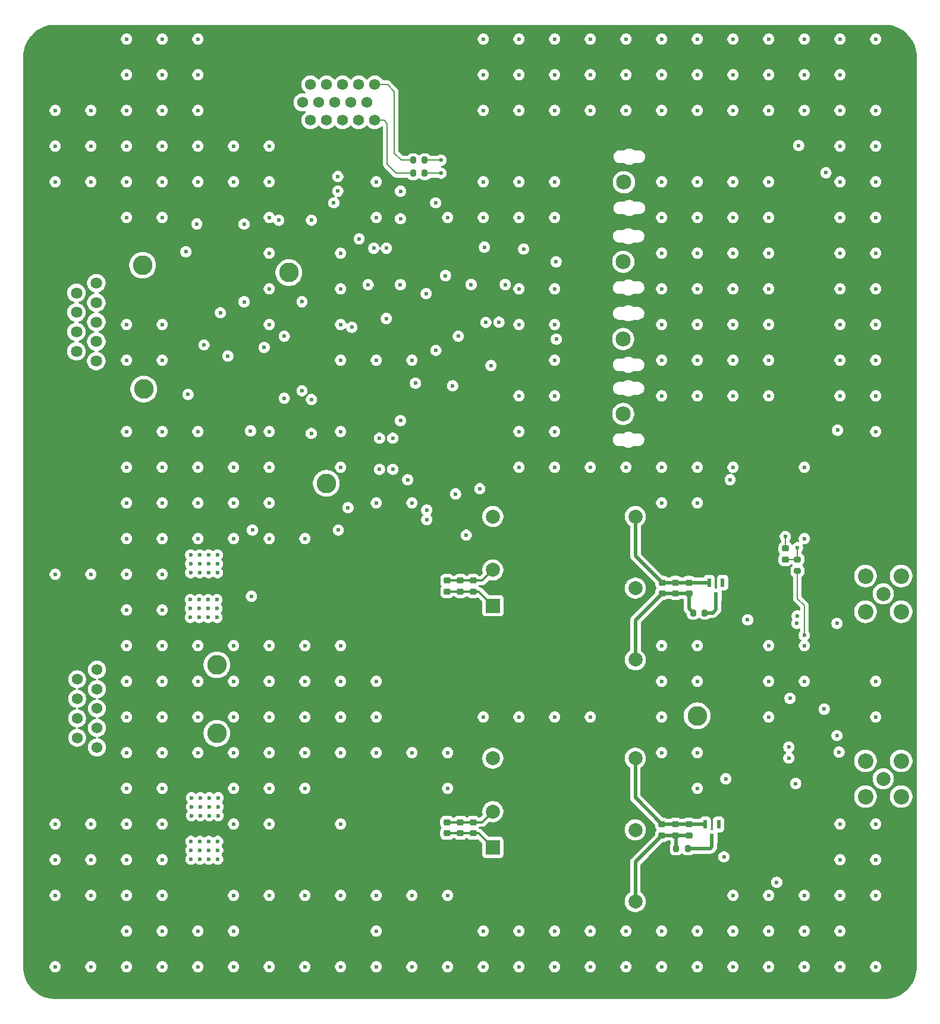
<source format=gbr>
%TF.GenerationSoftware,KiCad,Pcbnew,9.0.3*%
%TF.CreationDate,2025-09-17T10:51:30-04:00*%
%TF.ProjectId,4_COLD_TPC_SiPM_Pre_Amp,345f434f-4c44-45f5-9450-435f5369504d,rev?*%
%TF.SameCoordinates,Original*%
%TF.FileFunction,Copper,L10,Bot*%
%TF.FilePolarity,Positive*%
%FSLAX46Y46*%
G04 Gerber Fmt 4.6, Leading zero omitted, Abs format (unit mm)*
G04 Created by KiCad (PCBNEW 9.0.3) date 2025-09-17 10:51:30*
%MOMM*%
%LPD*%
G01*
G04 APERTURE LIST*
G04 Aperture macros list*
%AMRoundRect*
0 Rectangle with rounded corners*
0 $1 Rounding radius*
0 $2 $3 $4 $5 $6 $7 $8 $9 X,Y pos of 4 corners*
0 Add a 4 corners polygon primitive as box body*
4,1,4,$2,$3,$4,$5,$6,$7,$8,$9,$2,$3,0*
0 Add four circle primitives for the rounded corners*
1,1,$1+$1,$2,$3*
1,1,$1+$1,$4,$5*
1,1,$1+$1,$6,$7*
1,1,$1+$1,$8,$9*
0 Add four rect primitives between the rounded corners*
20,1,$1+$1,$2,$3,$4,$5,0*
20,1,$1+$1,$4,$5,$6,$7,0*
20,1,$1+$1,$6,$7,$8,$9,0*
20,1,$1+$1,$8,$9,$2,$3,0*%
G04 Aperture macros list end*
%TA.AperFunction,SMDPad,CuDef*%
%ADD10RoundRect,0.225000X0.250000X-0.225000X0.250000X0.225000X-0.250000X0.225000X-0.250000X-0.225000X0*%
%TD*%
%TA.AperFunction,SMDPad,CuDef*%
%ADD11RoundRect,0.225000X-0.250000X0.225000X-0.250000X-0.225000X0.250000X-0.225000X0.250000X0.225000X0*%
%TD*%
%TA.AperFunction,SMDPad,CuDef*%
%ADD12RoundRect,0.073750X-0.221250X0.556250X-0.221250X-0.556250X0.221250X-0.556250X0.221250X0.556250X0*%
%TD*%
%TA.AperFunction,ComponentPad*%
%ADD13C,2.209800*%
%TD*%
%TA.AperFunction,ComponentPad*%
%ADD14C,2.006600*%
%TD*%
%TA.AperFunction,ComponentPad*%
%ADD15C,2.159000*%
%TD*%
%TA.AperFunction,SMDPad,CuDef*%
%ADD16RoundRect,0.200000X-0.200000X-0.275000X0.200000X-0.275000X0.200000X0.275000X-0.200000X0.275000X0*%
%TD*%
%TA.AperFunction,ComponentPad*%
%ADD17C,2.000000*%
%TD*%
%TA.AperFunction,ComponentPad*%
%ADD18R,2.000000X2.000000*%
%TD*%
%TA.AperFunction,ComponentPad*%
%ADD19C,2.800000*%
%TD*%
%TA.AperFunction,ComponentPad*%
%ADD20C,6.400000*%
%TD*%
%TA.AperFunction,ComponentPad*%
%ADD21C,1.560000*%
%TD*%
%TA.AperFunction,ComponentPad*%
%ADD22C,4.216000*%
%TD*%
%TA.AperFunction,ComponentPad*%
%ADD23C,1.575000*%
%TD*%
%TA.AperFunction,ComponentPad*%
%ADD24C,1.635000*%
%TD*%
%TA.AperFunction,SMDPad,CuDef*%
%ADD25RoundRect,0.200000X0.275000X-0.200000X0.275000X0.200000X-0.275000X0.200000X-0.275000X-0.200000X0*%
%TD*%
%TA.AperFunction,SMDPad,CuDef*%
%ADD26RoundRect,0.200000X0.200000X0.275000X-0.200000X0.275000X-0.200000X-0.275000X0.200000X-0.275000X0*%
%TD*%
%TA.AperFunction,ViaPad*%
%ADD27C,0.600000*%
%TD*%
%TA.AperFunction,Conductor*%
%ADD28C,0.500000*%
%TD*%
%TA.AperFunction,Conductor*%
%ADD29C,0.200000*%
%TD*%
%TA.AperFunction,Conductor*%
%ADD30C,0.300000*%
%TD*%
G04 APERTURE END LIST*
D10*
%TO.P,C8,2*%
%TO.N,/SiPM/SiPM_LV_Supply/SiPM_LV_P3V3/V_RTN*%
X187877500Y-162315000D03*
%TO.P,C8,1*%
%TO.N,/SiPM/SiPM_LV_Supply/SiPM_LV_P3V3/V_POS*%
X187877500Y-163865000D03*
%TD*%
%TO.P,C9,2*%
%TO.N,/SiPM/SiPM_LV_Supply/SiPM_LV_P3V3/V_RTN*%
X189767500Y-162320000D03*
%TO.P,C9,1*%
%TO.N,/SiPM/SiPM_LV_Supply/SiPM_LV_P3V3/V_POS*%
X189767500Y-163870000D03*
%TD*%
%TO.P,C10,2*%
%TO.N,/SiPM/SiPM_LV_Supply/SiPM_LV_P3V3/V_RTN*%
X191577500Y-162325000D03*
%TO.P,C10,1*%
%TO.N,/SiPM/SiPM_LV_Supply/SiPM_LV_P3V3/V_POS*%
X191577500Y-163875000D03*
%TD*%
D11*
%TO.P,C11,2*%
%TO.N,/SiPM/SiPM_LV_Supply/SiPM_LV_P3V3/V_P3V3_OUT*%
X218487500Y-164155000D03*
%TO.P,C11,1*%
%TO.N,/SiPM/SiPM_LV_Supply/SiPM_LV_5V/V_P5V_OUT*%
X218487500Y-162605000D03*
%TD*%
D10*
%TO.P,C13,2*%
%TO.N,/SiPM/SiPM_LV_Supply/SiPM_LV_5V/V_P5V_OUT*%
X220397500Y-162605000D03*
%TO.P,C13,1*%
%TO.N,/SiPM/SiPM_LV_Supply/SiPM_LV_P3V3/V_P3V3_OUT*%
X220397500Y-164155000D03*
%TD*%
%TO.P,C14,2*%
%TO.N,/SiPM/SiPM_LV_Supply/SiPM_LV_5V/V_P5V_OUT*%
X222307500Y-162605000D03*
%TO.P,C14,1*%
%TO.N,/SiPM/SiPM_LV_Supply/SiPM_LV_P3V3/V_P3V3_OUT*%
X222307500Y-164155000D03*
%TD*%
D12*
%TO.P,D1,3,K*%
%TO.N,Net-(D1-K)*%
X225597500Y-164567500D03*
%TO.P,D1,2*%
%TO.N,N/C*%
X226547500Y-162607500D03*
%TO.P,D1,1,A*%
%TO.N,/SiPM/SiPM_LV_Supply/SiPM_LV_5V/V_P5V_OUT*%
X224647500Y-162607500D03*
%TD*%
%TO.P,D2,3,K*%
%TO.N,Net-(D2-K)*%
X226165000Y-130157500D03*
%TO.P,D2,2*%
%TO.N,N/C*%
X227115000Y-128197500D03*
%TO.P,D2,1,A*%
%TO.N,/SiPM/V_SiPM_LV_M5V*%
X225215000Y-128197500D03*
%TD*%
D13*
%TO.P,J4,5,GND*%
%TO.N,/SiPM/SiPM_LV_Supply/SiPM_LV_5V/V_P5V_OUT*%
X252540000Y-158650000D03*
%TO.P,J4,4,GND*%
X247460000Y-158650000D03*
%TO.P,J4,3,GND*%
X247460000Y-153570000D03*
%TO.P,J4,2,GND*%
X252540000Y-153570000D03*
D14*
%TO.P,J4,1,SIGNAL*%
%TO.N,/SiPM/V_SiPM_LV_P2V5_OUT*%
X250000000Y-156110000D03*
%TD*%
D13*
%TO.P,J5,5,GND*%
%TO.N,/SiPM/SiPM_LV_Supply/SiPM_LV_5V/V_P5V_OUT*%
X252540000Y-132320000D03*
%TO.P,J5,4,GND*%
X247460000Y-132320000D03*
%TO.P,J5,3,GND*%
X247460000Y-127240000D03*
%TO.P,J5,2,GND*%
X252540000Y-127240000D03*
D14*
%TO.P,J5,1,SIGNAL*%
%TO.N,/SiPM/V_SiPM_LV_M5V_OUT*%
X250000000Y-129780000D03*
%TD*%
D15*
%TO.P,P1,1,1*%
%TO.N,Net-(P1-Pad1)*%
X212960000Y-93500000D03*
%TD*%
%TO.P,P2,1,1*%
%TO.N,Net-(M5-Pad3)*%
X212960000Y-104170000D03*
%TD*%
%TO.P,P3,1,1*%
%TO.N,Net-(P3-Pad1)*%
X212970000Y-82510000D03*
%TD*%
%TO.P,P4,1,1*%
%TO.N,Net-(M6-Pad3)*%
X213060000Y-71180000D03*
%TD*%
D16*
%TO.P,R1,2*%
%TO.N,Net-(D1-K)*%
X222152500Y-166040000D03*
%TO.P,R1,1*%
%TO.N,/SiPM/SiPM_LV_Supply/SiPM_LV_P3V3/V_P3V3_OUT*%
X220502500Y-166040000D03*
%TD*%
%TO.P,R2,2*%
%TO.N,Net-(D2-K)*%
X224580000Y-132490000D03*
%TO.P,R2,1*%
%TO.N,/SiPM/SiPM_LV_Supply/SiPM_LV_5V/V_P5V_OUT*%
X222930000Y-132490000D03*
%TD*%
D17*
%TO.P,U3,6,REMOTE*%
%TO.N,/SiPM/SiPM_LV_Supply/SiPM_LV_5V/Enable*%
X194387500Y-153190000D03*
%TO.P,U3,5,-VOUT*%
%TO.N,/SiPM/SiPM_LV_Supply/SiPM_LV_5V/V_P5V_OUT*%
X214687500Y-153190000D03*
%TO.P,U3,4,TRIM*%
%TO.N,/SiPM/SiPM_LV_Supply/SiPM_LV_P3V3/TRIM*%
X214687500Y-163390000D03*
%TO.P,U3,3,+VOUT*%
%TO.N,/SiPM/SiPM_LV_Supply/SiPM_LV_P3V3/V_P3V3_OUT*%
X214687500Y-173590000D03*
%TO.P,U3,2,-VIN*%
%TO.N,/SiPM/SiPM_LV_Supply/SiPM_LV_P3V3/V_RTN*%
X194387500Y-160790000D03*
D18*
%TO.P,U3,1,+VIN*%
%TO.N,/SiPM/SiPM_LV_Supply/SiPM_LV_P3V3/V_POS*%
X194387500Y-165890000D03*
%TD*%
D19*
%TO.P,V_{EN}1,1,1*%
%TO.N,/SiPM/SiPM_LV_Supply/SiPM_LV_5V/Enable*%
X170690000Y-114050000D03*
%TD*%
%TO.P,V_{OUT_RTN}1,1,1*%
%TO.N,/SiPM/SiPM_LV_Supply/SiPM_LV_5V/V_P5V_OUT*%
X223490000Y-147150000D03*
%TD*%
%TO.P,+12V_RTN1,1,1*%
%TO.N,/SEC_PWR_RTN*%
X155090000Y-149640000D03*
%TD*%
D20*
%TO.P,H5,1,1*%
%TO.N,CHASSIS*%
X135000000Y-56000000D03*
%TD*%
%TO.P,H7,1,1*%
%TO.N,CHASSIS*%
X249000000Y-118000000D03*
%TD*%
%TO.P,H6,1,1*%
%TO.N,CHASSIS*%
X249000000Y-178000000D03*
%TD*%
%TO.P,H3,1,1*%
%TO.N,CHASSIS*%
X185000000Y-146000000D03*
%TD*%
D19*
%TO.P,+5V1,1,1*%
%TO.N,/P_SEC_TELEM_PWR*%
X144520000Y-83000000D03*
%TD*%
D21*
%TO.P,J1,1*%
%TO.N,/SEC_PWR_RTN*%
X138030000Y-140575000D03*
%TO.P,J1,2*%
X138030000Y-143345000D03*
%TO.P,J1,3*%
%TO.N,unconnected-(J1-Pad3)*%
X138030000Y-146115000D03*
%TO.P,J1,4*%
%TO.N,/SEC_PWR_RTN*%
X138030000Y-148885000D03*
%TO.P,J1,5*%
X138030000Y-151655000D03*
%TO.P,J1,6*%
%TO.N,/SEC_PWR_IN*%
X135190000Y-141960000D03*
%TO.P,J1,7*%
X135190000Y-144730000D03*
%TO.P,J1,8*%
X135190000Y-147500000D03*
%TO.P,J1,9*%
X135190000Y-150270000D03*
D22*
%TO.P,J1,S1*%
%TO.N,CHASSIS*%
X136610000Y-133615000D03*
%TO.P,J1,S2*%
X136610000Y-158615000D03*
%TD*%
D23*
%TO.P,J3,1*%
%TO.N,/SiPM_LV_Enable-*%
X168434000Y-62350000D03*
%TO.P,J3,2*%
%TO.N,/SiPM_LV_Enable+*%
X170724000Y-62350000D03*
%TO.P,J3,3*%
%TO.N,/P2p5V_TELEM*%
X173014000Y-62350000D03*
%TO.P,J3,4*%
%TO.N,/M5p0V_Telem*%
X175304000Y-62350000D03*
%TO.P,J3,5*%
%TO.N,/P2p5_I_MON*%
X177594000Y-62350000D03*
%TO.P,J3,6*%
%TO.N,/SEC_PWR_TELEM_RTN*%
X167289000Y-59810000D03*
%TO.P,J3,7*%
X169579000Y-59810000D03*
%TO.P,J3,8*%
X171869000Y-59810000D03*
%TO.P,J3,9*%
X174159000Y-59810000D03*
%TO.P,J3,10*%
X176449000Y-59810000D03*
%TO.P,J3,11*%
%TO.N,/TEMP_TELEM*%
X168434000Y-57270000D03*
%TO.P,J3,12*%
%TO.N,/SEC_PWR_TELEM_RTN*%
X170724000Y-57270000D03*
%TO.P,J3,13*%
X173014000Y-57270000D03*
%TO.P,J3,14*%
X175304000Y-57270000D03*
%TO.P,J3,15*%
%TO.N,/M5V_I_MON*%
X177594000Y-57270000D03*
D22*
%TO.P,J3,S1*%
%TO.N,CHASSIS*%
X185255000Y-59810000D03*
%TO.P,J3,S2*%
X160265000Y-59810000D03*
%TD*%
D24*
%TO.P,J2,1*%
%TO.N,/SEC_PWR_TELEM_RTN*%
X137933250Y-96630000D03*
%TO.P,J2,2*%
X137933250Y-93860000D03*
%TO.P,J2,3*%
%TO.N,unconnected-(J2-Pad3)*%
X137933250Y-91090000D03*
%TO.P,J2,4*%
%TO.N,/SEC_PWR_TELEM_RTN*%
X137933250Y-88320000D03*
%TO.P,J2,5*%
X137933250Y-85550000D03*
%TO.P,J2,6*%
%TO.N,/N_SEC_TELEM_PWR*%
X135093250Y-95245000D03*
%TO.P,J2,7*%
X135093250Y-92475000D03*
%TO.P,J2,8*%
%TO.N,/P_SEC_TELEM_PWR*%
X135093250Y-89705000D03*
%TO.P,J2,9*%
X135093250Y-86935000D03*
D22*
%TO.P,J2,S1*%
%TO.N,CHASSIS*%
X136513250Y-78590000D03*
%TO.P,J2,S2*%
X136513250Y-103590000D03*
%TD*%
D20*
%TO.P,H8,1,1*%
%TO.N,CHASSIS*%
X135000000Y-118000000D03*
%TD*%
%TO.P,H4,1,1*%
%TO.N,CHASSIS*%
X185000000Y-178000000D03*
%TD*%
D19*
%TO.P,+12V1,1,1*%
%TO.N,/SEC_PWR_IN*%
X155090000Y-139890000D03*
%TD*%
%TO.P,-5V1,1,1*%
%TO.N,/N_SEC_TELEM_PWR*%
X144690000Y-100630000D03*
%TD*%
D20*
%TO.P,H2,1,1*%
%TO.N,CHASSIS*%
X135000000Y-178000000D03*
%TD*%
%TO.P,H1,1,1*%
%TO.N,CHASSIS*%
X249000000Y-56000000D03*
%TD*%
D19*
%TO.P,Telem_RTN1,1,1*%
%TO.N,/SEC_PWR_TELEM_RTN*%
X165350000Y-84050000D03*
%TD*%
D11*
%TO.P,C31,1*%
%TO.N,/SEC_PWR_TELEM_RTN*%
X236050000Y-123325000D03*
%TO.P,C31,2*%
%TO.N,Net-(C31-Pad2)*%
X236050000Y-124875000D03*
%TD*%
D25*
%TO.P,R43,1*%
%TO.N,Net-(U9-OUT)*%
X237760000Y-126525000D03*
%TO.P,R43,2*%
%TO.N,Net-(C31-Pad2)*%
X237760000Y-124875000D03*
%TD*%
D26*
%TO.P,R44,1*%
%TO.N,Net-(C31-Pad2)*%
X184705000Y-68050000D03*
%TO.P,R44,2*%
%TO.N,/M5V_I_MON*%
X183055000Y-68050000D03*
%TD*%
%TO.P,R42,1*%
%TO.N,Net-(C2-Pad2)*%
X184705000Y-69910000D03*
%TO.P,R42,2*%
%TO.N,/P2p5_I_MON*%
X183055000Y-69910000D03*
%TD*%
D10*
%TO.P,C22,1*%
%TO.N,/SiPM/SiPM_LV_Supply/SiPM_LV_5V/V_P5V_OUT*%
X220405000Y-129735000D03*
%TO.P,C22,2*%
%TO.N,/SiPM/V_SiPM_LV_M5V*%
X220405000Y-128185000D03*
%TD*%
D11*
%TO.P,C20,1*%
%TO.N,/SiPM/V_SiPM_LV_M5V*%
X218495000Y-128185000D03*
%TO.P,C20,2*%
%TO.N,/SiPM/SiPM_LV_Supply/SiPM_LV_5V/V_P5V_OUT*%
X218495000Y-129735000D03*
%TD*%
D10*
%TO.P,C23,1*%
%TO.N,/SiPM/SiPM_LV_Supply/SiPM_LV_5V/V_P5V_OUT*%
X222315000Y-129735000D03*
%TO.P,C23,2*%
%TO.N,/SiPM/V_SiPM_LV_M5V*%
X222315000Y-128185000D03*
%TD*%
%TO.P,C18,1*%
%TO.N,/SiPM/SiPM_LV_Supply/SiPM_LV_5V/V_POS*%
X189775000Y-129450000D03*
%TO.P,C18,2*%
%TO.N,/SiPM/SiPM_LV_Supply/SiPM_LV_5V/V_RTN*%
X189775000Y-127900000D03*
%TD*%
%TO.P,C19,1*%
%TO.N,/SiPM/SiPM_LV_Supply/SiPM_LV_5V/V_POS*%
X191585000Y-129455000D03*
%TO.P,C19,2*%
%TO.N,/SiPM/SiPM_LV_Supply/SiPM_LV_5V/V_RTN*%
X191585000Y-127905000D03*
%TD*%
%TO.P,C17,1*%
%TO.N,/SiPM/SiPM_LV_Supply/SiPM_LV_5V/V_POS*%
X187885000Y-129445000D03*
%TO.P,C17,2*%
%TO.N,/SiPM/SiPM_LV_Supply/SiPM_LV_5V/V_RTN*%
X187885000Y-127895000D03*
%TD*%
D18*
%TO.P,U4,1,+VIN*%
%TO.N,/SiPM/SiPM_LV_Supply/SiPM_LV_5V/V_POS*%
X194395000Y-131470000D03*
D17*
%TO.P,U4,2,-VIN*%
%TO.N,/SiPM/SiPM_LV_Supply/SiPM_LV_5V/V_RTN*%
X194395000Y-126370000D03*
%TO.P,U4,3,+VOUT*%
%TO.N,/SiPM/SiPM_LV_Supply/SiPM_LV_5V/V_P5V_OUT*%
X214695000Y-139170000D03*
%TO.P,U4,4,COMMON*%
%TO.N,/SiPM/SiPM_LV_Supply/SiPM_LV_5V/TRIM*%
X214695000Y-128970000D03*
%TO.P,U4,5,-VOUT*%
%TO.N,/SiPM/V_SiPM_LV_M5V*%
X214695000Y-118770000D03*
%TO.P,U4,6,REMOTE*%
%TO.N,/SiPM/SiPM_LV_Supply/SiPM_LV_5V/Enable*%
X194395000Y-118770000D03*
%TD*%
D27*
%TO.N,/SiPM/V_SiPM_LV_M5V*%
X179230000Y-90580000D03*
X179234150Y-80580000D03*
X193394150Y-91130000D03*
X192540000Y-114820000D03*
%TO.N,/SiPM/V_TELEM_P3V3_OUT*%
X237680000Y-133980000D03*
X181240000Y-105120000D03*
X181240000Y-76390000D03*
X243400000Y-133990000D03*
X243480000Y-106490000D03*
X181240000Y-72460000D03*
X172310000Y-72450000D03*
X181234150Y-85760000D03*
X243400000Y-149970000D03*
X236550000Y-151610000D03*
X158970000Y-77145000D03*
%TO.N,/SiPM/V_SiPM_LV_P2V5*%
X187654150Y-84480000D03*
X228180000Y-113530000D03*
X184894150Y-87030000D03*
X182270000Y-113530000D03*
X237515000Y-156785000D03*
%TO.N,/SiPM/SiPM_LV_Supply/SiPM_LV_5V/Enable*%
X184990000Y-119200000D03*
X190600000Y-121430000D03*
X172390000Y-120700000D03*
%TO.N,/SiPM/V_TELEM_M3V3*%
X164690000Y-93100000D03*
X164690000Y-101940000D03*
X189480000Y-93100000D03*
X191304150Y-85750000D03*
%TO.N,/SiPM/SiPM_LV_Supply/SiPM_LV_5V/V_P5V_OUT*%
X227570000Y-156111400D03*
X234827500Y-170857500D03*
X227300000Y-167231400D03*
%TO.N,/SEC_PWR_RTN*%
X154017500Y-158820000D03*
X177800000Y-152400000D03*
X147320000Y-152400000D03*
X213360000Y-111760000D03*
X218440000Y-177800000D03*
X243840000Y-177800000D03*
X147320000Y-167640000D03*
X238760000Y-121920000D03*
X223520000Y-142240000D03*
X152400000Y-137160000D03*
X233680000Y-177800000D03*
X147320000Y-162560000D03*
X147320000Y-132080000D03*
X152635000Y-126775000D03*
X152747500Y-160090000D03*
X218440000Y-116840000D03*
X151365000Y-125505000D03*
X198120000Y-111760000D03*
X208280000Y-182880000D03*
X238760000Y-177800000D03*
X248920000Y-182880000D03*
X193040000Y-177800000D03*
X198120000Y-177800000D03*
X157480000Y-162560000D03*
X172720000Y-172720000D03*
X177800000Y-177800000D03*
X178250000Y-112050000D03*
X142240000Y-157480000D03*
X157480000Y-177800000D03*
X198120000Y-147320000D03*
X182880000Y-152400000D03*
X153905000Y-125505000D03*
X172720000Y-182880000D03*
X152400000Y-147320000D03*
X152400000Y-142240000D03*
X233680000Y-172720000D03*
X238760000Y-182880000D03*
X167640000Y-172720000D03*
X152400000Y-177800000D03*
X152400000Y-152400000D03*
X167640000Y-147320000D03*
X152747500Y-158820000D03*
X155175000Y-124235000D03*
X147320000Y-121920000D03*
X167640000Y-142240000D03*
X167640000Y-137160000D03*
X187960000Y-182880000D03*
X155287500Y-161360000D03*
X132080000Y-182880000D03*
X223520000Y-111760000D03*
X157480000Y-147320000D03*
X172720000Y-152400000D03*
X151365000Y-126775000D03*
X157480000Y-152400000D03*
X198120000Y-182880000D03*
X167640000Y-157480000D03*
X208280000Y-111760000D03*
X187960000Y-157480000D03*
X228600000Y-182880000D03*
X142240000Y-152400000D03*
X208280000Y-177800000D03*
X132080000Y-172720000D03*
X137160000Y-172720000D03*
X248920000Y-162560000D03*
X233680000Y-147320000D03*
X162560000Y-147320000D03*
X132080000Y-127000000D03*
X151477500Y-161360000D03*
X187960000Y-172720000D03*
X233680000Y-137160000D03*
X147320000Y-157480000D03*
X182880000Y-172720000D03*
X218440000Y-137160000D03*
X151477500Y-160090000D03*
X218440000Y-147320000D03*
X142240000Y-182880000D03*
X243840000Y-172720000D03*
X157480000Y-157480000D03*
X193040000Y-147320000D03*
X157480000Y-121920000D03*
X228600000Y-177800000D03*
X147320000Y-177800000D03*
X177800000Y-182880000D03*
X233680000Y-142240000D03*
X142240000Y-167640000D03*
X137160000Y-162560000D03*
X154017500Y-160090000D03*
X180140000Y-112050000D03*
X137160000Y-127000000D03*
X177800000Y-116840000D03*
X177800000Y-147320000D03*
X162560000Y-121920000D03*
X152747500Y-161360000D03*
X223520000Y-182880000D03*
X142240000Y-137160000D03*
X213360000Y-177800000D03*
X218440000Y-152400000D03*
X152400000Y-121920000D03*
X132080000Y-162560000D03*
X162560000Y-182880000D03*
X203200000Y-111760000D03*
X147320000Y-172720000D03*
X142240000Y-147320000D03*
X203200000Y-147320000D03*
X162560000Y-142240000D03*
X203200000Y-182880000D03*
X172720000Y-142240000D03*
X162560000Y-172720000D03*
X157480000Y-182880000D03*
X137160000Y-167640000D03*
X213360000Y-182880000D03*
X152400000Y-182880000D03*
X154017500Y-161360000D03*
X155175000Y-126775000D03*
X147320000Y-182880000D03*
X162560000Y-162560000D03*
X157480000Y-137160000D03*
X147320000Y-137160000D03*
X167640000Y-152400000D03*
X132080000Y-167640000D03*
X228600000Y-111760000D03*
X142240000Y-142240000D03*
X172720000Y-111760000D03*
X153905000Y-126775000D03*
X248920000Y-172720000D03*
X172720000Y-147320000D03*
X223520000Y-177800000D03*
X243840000Y-182880000D03*
X137160000Y-182880000D03*
X218440000Y-111760000D03*
X167640000Y-182880000D03*
X155287500Y-160090000D03*
X218440000Y-182880000D03*
X203200000Y-177800000D03*
X142240000Y-162560000D03*
X153905000Y-124235000D03*
X162560000Y-137160000D03*
X177800000Y-142240000D03*
X223520000Y-152400000D03*
X248920000Y-142240000D03*
X172720000Y-137160000D03*
X223520000Y-116840000D03*
X208280000Y-147320000D03*
X152635000Y-124235000D03*
X238760000Y-172720000D03*
X147320000Y-142240000D03*
X184980000Y-117850000D03*
X142240000Y-177800000D03*
X223520000Y-157480000D03*
X151477500Y-158820000D03*
X152635000Y-125505000D03*
X248920000Y-147320000D03*
X142240000Y-172720000D03*
X218440000Y-142240000D03*
X182880000Y-182880000D03*
X233680000Y-182880000D03*
X167640000Y-121920000D03*
X238760000Y-142240000D03*
X228600000Y-172720000D03*
X243840000Y-162560000D03*
X193040000Y-182880000D03*
X162560000Y-157480000D03*
X243840000Y-167640000D03*
X223520000Y-137160000D03*
X151365000Y-124235000D03*
X182880000Y-116840000D03*
X162560000Y-152400000D03*
X157480000Y-172720000D03*
X142240000Y-132080000D03*
X172720000Y-162560000D03*
X187960000Y-152400000D03*
X147320000Y-127000000D03*
X238760000Y-137160000D03*
X142240000Y-127000000D03*
X142240000Y-121920000D03*
X157480000Y-142240000D03*
X147320000Y-147320000D03*
X177800000Y-172720000D03*
X155175000Y-125505000D03*
X155287500Y-158820000D03*
X248920000Y-167640000D03*
%TO.N,CHASSIS*%
X214040000Y-148430000D03*
X214078000Y-144272000D03*
%TO.N,/SEC_PWR_TELEM_RTN*%
X198120000Y-50800000D03*
X132080000Y-60960000D03*
X152400000Y-55880000D03*
X203200000Y-96520000D03*
X147320000Y-76200000D03*
X203200000Y-86360000D03*
X228600000Y-101600000D03*
X223520000Y-60960000D03*
X243840000Y-91440000D03*
X223520000Y-50800000D03*
X248920000Y-66040000D03*
X198774150Y-80690000D03*
X208280000Y-50800000D03*
X228600000Y-60960000D03*
X238760000Y-60960000D03*
X243840000Y-50800000D03*
X243840000Y-60960000D03*
X213360000Y-55880000D03*
X157480000Y-66040000D03*
X248920000Y-101600000D03*
X157480000Y-71120000D03*
X157480000Y-116840000D03*
X152400000Y-116840000D03*
X203200000Y-106680000D03*
X218440000Y-101600000D03*
X238760000Y-111760000D03*
X233680000Y-91440000D03*
X147320000Y-50800000D03*
X248920000Y-91440000D03*
X218440000Y-86360000D03*
X177434150Y-80580000D03*
X228600000Y-86360000D03*
X223520000Y-101600000D03*
X198120000Y-106680000D03*
X172720000Y-81280000D03*
X142240000Y-71120000D03*
X142240000Y-76200000D03*
X162560000Y-86360000D03*
X162560000Y-76200000D03*
X153260000Y-94345000D03*
X218440000Y-60960000D03*
X198120000Y-101600000D03*
X193040000Y-60960000D03*
X162560000Y-111760000D03*
X233680000Y-50800000D03*
X147320000Y-60960000D03*
X243840000Y-86360000D03*
X147320000Y-106680000D03*
X172720000Y-96520000D03*
X218440000Y-91440000D03*
X233680000Y-101600000D03*
X147320000Y-66040000D03*
X152400000Y-111760000D03*
X218440000Y-81280000D03*
X228600000Y-55880000D03*
X203200000Y-101600000D03*
X236550000Y-153160000D03*
X213360000Y-50800000D03*
X223520000Y-76200000D03*
X228600000Y-71120000D03*
X223520000Y-86360000D03*
X218440000Y-50800000D03*
X162560000Y-81280000D03*
X147320000Y-116840000D03*
X248920000Y-81280000D03*
X243840000Y-55880000D03*
X203200000Y-91440000D03*
X152240000Y-77120000D03*
X223520000Y-81280000D03*
X243840000Y-101600000D03*
X194129150Y-97274800D03*
X198120000Y-76200000D03*
X137160000Y-71120000D03*
X152400000Y-66040000D03*
X233680000Y-86360000D03*
X178250000Y-107630000D03*
X233680000Y-55880000D03*
X208280000Y-60960000D03*
X236050000Y-121620000D03*
X132080000Y-71120000D03*
X142240000Y-106680000D03*
X243690000Y-152310000D03*
X203200000Y-60960000D03*
X137160000Y-60960000D03*
X172310000Y-70370000D03*
X176630000Y-85760000D03*
X142240000Y-50800000D03*
X168540000Y-106950000D03*
X159900000Y-106580000D03*
X243840000Y-96520000D03*
X150980000Y-101385000D03*
X157480000Y-111760000D03*
X193040000Y-55880000D03*
X150680000Y-81065000D03*
X203200000Y-55880000D03*
X213360000Y-60960000D03*
X132080000Y-66040000D03*
X162560000Y-106680000D03*
X193040000Y-50800000D03*
X233680000Y-60960000D03*
X193040000Y-71120000D03*
X198120000Y-71120000D03*
X243840000Y-71120000D03*
X155600000Y-89765000D03*
X223520000Y-91440000D03*
X177800000Y-96520000D03*
X228600000Y-91440000D03*
X142240000Y-91440000D03*
X162560000Y-66040000D03*
X248920000Y-76200000D03*
X142240000Y-96520000D03*
X233680000Y-71120000D03*
X237740000Y-132930000D03*
X142240000Y-66040000D03*
X238760000Y-55880000D03*
X172720000Y-91440000D03*
X142240000Y-60960000D03*
X223520000Y-96520000D03*
X248920000Y-106680000D03*
X182880000Y-96520000D03*
X193184150Y-80420000D03*
X152400000Y-106680000D03*
X152400000Y-50800000D03*
X198120000Y-60960000D03*
X228600000Y-96520000D03*
X248920000Y-86360000D03*
X152400000Y-71120000D03*
X243840000Y-66040000D03*
X142240000Y-111760000D03*
X233680000Y-76200000D03*
X172720000Y-106680000D03*
X180140000Y-107630000D03*
X248920000Y-50800000D03*
X198120000Y-55880000D03*
X177800000Y-71120000D03*
X233680000Y-96520000D03*
X230680000Y-133480000D03*
X162560000Y-91440000D03*
X147320000Y-91440000D03*
X203200000Y-71120000D03*
X161820000Y-94695000D03*
X198120000Y-86360000D03*
X142240000Y-55880000D03*
X203200000Y-76200000D03*
X183380000Y-99790000D03*
X137160000Y-66040000D03*
X147320000Y-55880000D03*
X233680000Y-81280000D03*
X238760000Y-50800000D03*
X218440000Y-71120000D03*
X243840000Y-81280000D03*
X218440000Y-55880000D03*
X228600000Y-50800000D03*
X198120000Y-91440000D03*
X248920000Y-96520000D03*
X208280000Y-55880000D03*
X218440000Y-96520000D03*
X195264150Y-91120000D03*
X248920000Y-60960000D03*
X177800000Y-76200000D03*
X162560000Y-116840000D03*
X223520000Y-55880000D03*
X196164150Y-85750000D03*
X147320000Y-111760000D03*
X152400000Y-60960000D03*
X193040000Y-76200000D03*
X187960000Y-76200000D03*
X142240000Y-116840000D03*
X147320000Y-71120000D03*
X162560000Y-71120000D03*
X228600000Y-76200000D03*
X172720000Y-86360000D03*
X147320000Y-96520000D03*
X203200000Y-50800000D03*
X223520000Y-71120000D03*
X228600000Y-81280000D03*
X243840000Y-76200000D03*
X236720000Y-144650000D03*
X218440000Y-76200000D03*
X248920000Y-71120000D03*
%TO.N,/SEC_PWR_IN*%
X152667500Y-166300000D03*
X155115000Y-133150000D03*
X155207500Y-167570000D03*
X153845000Y-130610000D03*
X151305000Y-130610000D03*
X155207500Y-165030000D03*
X153937500Y-165030000D03*
X152667500Y-167570000D03*
X151305000Y-131880000D03*
X153937500Y-167570000D03*
X153845000Y-131880000D03*
X152575000Y-131880000D03*
X151397500Y-167570000D03*
X151397500Y-166300000D03*
X152575000Y-130610000D03*
X152667500Y-165030000D03*
X151305000Y-133150000D03*
X155207500Y-166300000D03*
X153845000Y-133150000D03*
X155115000Y-131880000D03*
X152575000Y-133150000D03*
X151397500Y-165030000D03*
X153937500Y-166300000D03*
X160020000Y-130140000D03*
X160160000Y-120700000D03*
X155115000Y-130610000D03*
%TO.N,Net-(M2-Pad1)*%
X189080000Y-115560000D03*
X173770000Y-117510000D03*
%TO.N,/P2p5V_TELEM*%
X174310000Y-91820000D03*
%TO.N,/M5p0V_Telem*%
X175350000Y-79240000D03*
%TO.N,/TEMP_TELEM*%
X163910000Y-76580000D03*
X168570000Y-102120000D03*
X168570000Y-76570000D03*
%TO.N,Net-(C2-Pad2)*%
X241820000Y-69830000D03*
X187017482Y-69884549D03*
X241580000Y-146200000D03*
%TO.N,Net-(U9-OUT)*%
X238740000Y-135680000D03*
%TO.N,Net-(C31-Pad2)*%
X237950000Y-65950000D03*
X237770000Y-123210000D03*
X187000000Y-68050000D03*
%TO.N,/P_SEC_TELEM_PWR*%
X203440000Y-93510000D03*
X188670000Y-100170000D03*
X203400000Y-82510200D03*
X167220000Y-88200000D03*
X158971400Y-88205000D03*
X167220000Y-100870000D03*
%TO.N,/SiPM/SiPM_LV_Supply/SiPM_LV_Enable*%
X186280000Y-95110000D03*
X171750000Y-74110000D03*
X186260000Y-74110000D03*
%TO.N,/N_SEC_TELEM_PWR*%
X156660000Y-95925000D03*
%TD*%
D28*
%TO.N,/SiPM/SiPM_LV_Supply/SiPM_LV_5V/V_P5V_OUT*%
X214695000Y-133535000D02*
X218495000Y-129735000D01*
X218495000Y-129735000D02*
X222315000Y-129735000D01*
X214695000Y-133535000D02*
X214695000Y-139170000D01*
X222315000Y-129735000D02*
X222315000Y-131875000D01*
X222315000Y-131875000D02*
X222930000Y-132490000D01*
%TO.N,/SiPM/V_SiPM_LV_M5V*%
X218495000Y-128185000D02*
X222315000Y-128185000D01*
X214695000Y-124385000D02*
X218495000Y-128185000D01*
X222315000Y-128185000D02*
X225202500Y-128185000D01*
X214695000Y-118770000D02*
X214695000Y-124385000D01*
X225202500Y-128185000D02*
X225215000Y-128197500D01*
%TO.N,/SiPM/SiPM_LV_Supply/SiPM_LV_5V/V_P5V_OUT*%
X214687500Y-153190000D02*
X214687500Y-158805000D01*
X214687500Y-158805000D02*
X218487500Y-162605000D01*
X218487500Y-162605000D02*
X222307500Y-162605000D01*
X222307500Y-162605000D02*
X224645000Y-162605000D01*
X224645000Y-162605000D02*
X224647500Y-162607500D01*
%TO.N,/SiPM/SiPM_LV_Supply/SiPM_LV_P3V3/V_P3V3_OUT*%
X214687500Y-173590000D02*
X214687500Y-167955000D01*
X214687500Y-167955000D02*
X218487500Y-164155000D01*
X218487500Y-164155000D02*
X222307500Y-164155000D01*
D29*
X220502500Y-164260000D02*
X220397500Y-164155000D01*
D28*
X220502500Y-166040000D02*
X220502500Y-164260000D01*
D29*
%TO.N,/SiPM/V_SiPM_LV_P2V5*%
X187569150Y-84565000D02*
X187654150Y-84480000D01*
D30*
%TO.N,/SiPM/SiPM_LV_Supply/SiPM_LV_P3V3/V_POS*%
X192362500Y-163865000D02*
X194387500Y-165890000D01*
X187877500Y-163865000D02*
X192362500Y-163865000D01*
%TO.N,/SiPM/SiPM_LV_Supply/SiPM_LV_P3V3/V_RTN*%
X192862500Y-162315000D02*
X194387500Y-160790000D01*
X187877500Y-162315000D02*
X192862500Y-162315000D01*
%TO.N,/SiPM/SiPM_LV_Supply/SiPM_LV_5V/V_RTN*%
X192870000Y-127895000D02*
X194395000Y-126370000D01*
X187885000Y-127895000D02*
X192870000Y-127895000D01*
%TO.N,/SiPM/SiPM_LV_Supply/SiPM_LV_5V/V_POS*%
X192370000Y-129445000D02*
X194395000Y-131470000D01*
X187885000Y-129445000D02*
X192370000Y-129445000D01*
D29*
%TO.N,/SEC_PWR_TELEM_RTN*%
X236050000Y-123325000D02*
X236050000Y-121620000D01*
D28*
%TO.N,Net-(D1-K)*%
X225597500Y-165800000D02*
X225357500Y-166040000D01*
X225357500Y-166040000D02*
X222152500Y-166040000D01*
X225597500Y-164567500D02*
X225597500Y-165800000D01*
%TO.N,Net-(D2-K)*%
X225705000Y-132490000D02*
X224580000Y-132490000D01*
X226165000Y-130157500D02*
X226165000Y-132030000D01*
X226165000Y-132030000D02*
X225705000Y-132490000D01*
D29*
%TO.N,Net-(C2-Pad2)*%
X187010000Y-69910000D02*
X187020000Y-69900000D01*
X184705000Y-69910000D02*
X187010000Y-69910000D01*
%TO.N,Net-(U9-OUT)*%
X237760000Y-126525000D02*
X237760000Y-130460000D01*
X238740000Y-135680000D02*
X238730000Y-135680000D01*
X238740000Y-135670000D02*
X238740000Y-135680000D01*
X238740000Y-135670000D02*
X238740000Y-135670000D01*
X238730000Y-135680000D02*
X238730000Y-135680000D01*
X238740000Y-131440000D02*
X238740000Y-135670000D01*
X237760000Y-130460000D02*
X238740000Y-131440000D01*
%TO.N,/M5V_I_MON*%
X179380000Y-57270000D02*
X177594000Y-57270000D01*
X181360000Y-68050000D02*
X180380000Y-67070000D01*
X180380000Y-58270000D02*
X179380000Y-57270000D01*
X183055000Y-68050000D02*
X181360000Y-68050000D01*
X180380000Y-67070000D02*
X180380000Y-58270000D01*
%TO.N,/P2p5_I_MON*%
X179350000Y-68630000D02*
X179350000Y-62820000D01*
X179350000Y-62820000D02*
X178880000Y-62350000D01*
X178880000Y-62350000D02*
X177594000Y-62350000D01*
X183055000Y-69910000D02*
X180630000Y-69910000D01*
X180630000Y-69910000D02*
X179350000Y-68630000D01*
%TO.N,Net-(C31-Pad2)*%
X184705000Y-68050000D02*
X187000000Y-68050000D01*
X236050000Y-124875000D02*
X237760000Y-124875000D01*
X237760000Y-123220000D02*
X237770000Y-123210000D01*
X237760000Y-124875000D02*
X237760000Y-123220000D01*
%TD*%
%TA.AperFunction,Conductor*%
%TO.N,CHASSIS*%
G36*
X250192702Y-48760618D02*
G01*
X250205819Y-48761190D01*
X250583742Y-48777690D01*
X250594477Y-48778630D01*
X250979859Y-48829366D01*
X250990493Y-48831241D01*
X251369990Y-48915374D01*
X251380416Y-48918168D01*
X251751135Y-49035055D01*
X251761270Y-49038744D01*
X252120383Y-49187493D01*
X252130178Y-49192061D01*
X252474942Y-49371534D01*
X252484309Y-49376941D01*
X252754434Y-49549030D01*
X252812130Y-49585786D01*
X252820991Y-49591991D01*
X253129353Y-49828605D01*
X253137640Y-49835559D01*
X253424204Y-50098146D01*
X253431853Y-50105795D01*
X253694440Y-50392359D01*
X253701394Y-50400646D01*
X253938008Y-50709008D01*
X253944213Y-50717869D01*
X254153057Y-51045689D01*
X254158465Y-51055057D01*
X254337935Y-51399814D01*
X254342507Y-51409618D01*
X254491249Y-51768714D01*
X254494949Y-51778879D01*
X254611828Y-52149572D01*
X254614628Y-52160021D01*
X254698756Y-52539498D01*
X254700634Y-52550151D01*
X254751367Y-52935499D01*
X254752310Y-52946276D01*
X254769382Y-53337297D01*
X254769500Y-53342706D01*
X254769500Y-182877293D01*
X254769382Y-182882702D01*
X254752310Y-183273723D01*
X254751367Y-183284500D01*
X254700634Y-183669848D01*
X254698756Y-183680501D01*
X254614628Y-184059978D01*
X254611828Y-184070427D01*
X254494949Y-184441120D01*
X254491249Y-184451285D01*
X254342507Y-184810381D01*
X254337935Y-184820185D01*
X254158465Y-185164942D01*
X254153057Y-185174310D01*
X253944213Y-185502130D01*
X253938008Y-185510991D01*
X253701394Y-185819353D01*
X253694440Y-185827640D01*
X253431853Y-186114204D01*
X253424204Y-186121853D01*
X253137640Y-186384440D01*
X253129353Y-186391394D01*
X252820991Y-186628008D01*
X252812130Y-186634213D01*
X252484310Y-186843057D01*
X252474942Y-186848465D01*
X252130185Y-187027935D01*
X252120381Y-187032507D01*
X251761285Y-187181249D01*
X251751120Y-187184949D01*
X251380427Y-187301828D01*
X251369978Y-187304628D01*
X250990501Y-187388756D01*
X250979848Y-187390634D01*
X250594500Y-187441367D01*
X250583723Y-187442310D01*
X250192703Y-187459382D01*
X250187294Y-187459500D01*
X132082706Y-187459500D01*
X132077297Y-187459382D01*
X131686276Y-187442310D01*
X131675501Y-187441367D01*
X131586792Y-187429688D01*
X131290151Y-187390634D01*
X131279498Y-187388756D01*
X130900021Y-187304628D01*
X130889572Y-187301828D01*
X130518879Y-187184949D01*
X130508714Y-187181249D01*
X130149618Y-187032507D01*
X130139814Y-187027935D01*
X129795057Y-186848465D01*
X129785689Y-186843057D01*
X129457869Y-186634213D01*
X129449008Y-186628008D01*
X129140646Y-186391394D01*
X129132359Y-186384440D01*
X128845795Y-186121853D01*
X128838146Y-186114204D01*
X128575559Y-185827640D01*
X128568605Y-185819353D01*
X128331991Y-185510991D01*
X128325786Y-185502130D01*
X128116942Y-185174310D01*
X128111534Y-185164942D01*
X127932064Y-184820185D01*
X127927492Y-184810381D01*
X127778744Y-184451270D01*
X127775055Y-184441135D01*
X127658168Y-184070416D01*
X127655374Y-184059990D01*
X127571241Y-183680493D01*
X127569365Y-183669848D01*
X127518630Y-183284477D01*
X127517690Y-183273742D01*
X127500618Y-182882701D01*
X127500500Y-182877293D01*
X127500500Y-182801153D01*
X131279500Y-182801153D01*
X131279500Y-182958846D01*
X131310261Y-183113489D01*
X131310264Y-183113501D01*
X131370602Y-183259172D01*
X131370609Y-183259185D01*
X131458210Y-183390288D01*
X131458213Y-183390292D01*
X131569707Y-183501786D01*
X131569711Y-183501789D01*
X131700814Y-183589390D01*
X131700827Y-183589397D01*
X131846498Y-183649735D01*
X131846503Y-183649737D01*
X131974624Y-183675222D01*
X132001153Y-183680499D01*
X132001156Y-183680500D01*
X132001158Y-183680500D01*
X132158844Y-183680500D01*
X132158845Y-183680499D01*
X132313497Y-183649737D01*
X132459179Y-183589394D01*
X132590289Y-183501789D01*
X132701789Y-183390289D01*
X132789394Y-183259179D01*
X132849737Y-183113497D01*
X132880500Y-182958842D01*
X132880500Y-182801158D01*
X132880500Y-182801155D01*
X132880499Y-182801153D01*
X136359500Y-182801153D01*
X136359500Y-182958846D01*
X136390261Y-183113489D01*
X136390264Y-183113501D01*
X136450602Y-183259172D01*
X136450609Y-183259185D01*
X136538210Y-183390288D01*
X136538213Y-183390292D01*
X136649707Y-183501786D01*
X136649711Y-183501789D01*
X136780814Y-183589390D01*
X136780827Y-183589397D01*
X136926498Y-183649735D01*
X136926503Y-183649737D01*
X137054624Y-183675222D01*
X137081153Y-183680499D01*
X137081156Y-183680500D01*
X137081158Y-183680500D01*
X137238844Y-183680500D01*
X137238845Y-183680499D01*
X137393497Y-183649737D01*
X137539179Y-183589394D01*
X137670289Y-183501789D01*
X137781789Y-183390289D01*
X137869394Y-183259179D01*
X137929737Y-183113497D01*
X137960500Y-182958842D01*
X137960500Y-182801158D01*
X137960500Y-182801155D01*
X137960499Y-182801153D01*
X141439500Y-182801153D01*
X141439500Y-182958846D01*
X141470261Y-183113489D01*
X141470264Y-183113501D01*
X141530602Y-183259172D01*
X141530609Y-183259185D01*
X141618210Y-183390288D01*
X141618213Y-183390292D01*
X141729707Y-183501786D01*
X141729711Y-183501789D01*
X141860814Y-183589390D01*
X141860827Y-183589397D01*
X142006498Y-183649735D01*
X142006503Y-183649737D01*
X142134624Y-183675222D01*
X142161153Y-183680499D01*
X142161156Y-183680500D01*
X142161158Y-183680500D01*
X142318844Y-183680500D01*
X142318845Y-183680499D01*
X142473497Y-183649737D01*
X142619179Y-183589394D01*
X142750289Y-183501789D01*
X142861789Y-183390289D01*
X142949394Y-183259179D01*
X143009737Y-183113497D01*
X143040500Y-182958842D01*
X143040500Y-182801158D01*
X143040500Y-182801155D01*
X143040499Y-182801153D01*
X146519500Y-182801153D01*
X146519500Y-182958846D01*
X146550261Y-183113489D01*
X146550264Y-183113501D01*
X146610602Y-183259172D01*
X146610609Y-183259185D01*
X146698210Y-183390288D01*
X146698213Y-183390292D01*
X146809707Y-183501786D01*
X146809711Y-183501789D01*
X146940814Y-183589390D01*
X146940827Y-183589397D01*
X147086498Y-183649735D01*
X147086503Y-183649737D01*
X147214624Y-183675222D01*
X147241153Y-183680499D01*
X147241156Y-183680500D01*
X147241158Y-183680500D01*
X147398844Y-183680500D01*
X147398845Y-183680499D01*
X147553497Y-183649737D01*
X147699179Y-183589394D01*
X147830289Y-183501789D01*
X147941789Y-183390289D01*
X148029394Y-183259179D01*
X148089737Y-183113497D01*
X148120500Y-182958842D01*
X148120500Y-182801158D01*
X148120500Y-182801155D01*
X148120499Y-182801153D01*
X151599500Y-182801153D01*
X151599500Y-182958846D01*
X151630261Y-183113489D01*
X151630264Y-183113501D01*
X151690602Y-183259172D01*
X151690609Y-183259185D01*
X151778210Y-183390288D01*
X151778213Y-183390292D01*
X151889707Y-183501786D01*
X151889711Y-183501789D01*
X152020814Y-183589390D01*
X152020827Y-183589397D01*
X152166498Y-183649735D01*
X152166503Y-183649737D01*
X152294624Y-183675222D01*
X152321153Y-183680499D01*
X152321156Y-183680500D01*
X152321158Y-183680500D01*
X152478844Y-183680500D01*
X152478845Y-183680499D01*
X152633497Y-183649737D01*
X152779179Y-183589394D01*
X152910289Y-183501789D01*
X153021789Y-183390289D01*
X153109394Y-183259179D01*
X153169737Y-183113497D01*
X153200500Y-182958842D01*
X153200500Y-182801158D01*
X153200500Y-182801155D01*
X153200499Y-182801153D01*
X156679500Y-182801153D01*
X156679500Y-182958846D01*
X156710261Y-183113489D01*
X156710264Y-183113501D01*
X156770602Y-183259172D01*
X156770609Y-183259185D01*
X156858210Y-183390288D01*
X156858213Y-183390292D01*
X156969707Y-183501786D01*
X156969711Y-183501789D01*
X157100814Y-183589390D01*
X157100827Y-183589397D01*
X157246498Y-183649735D01*
X157246503Y-183649737D01*
X157374624Y-183675222D01*
X157401153Y-183680499D01*
X157401156Y-183680500D01*
X157401158Y-183680500D01*
X157558844Y-183680500D01*
X157558845Y-183680499D01*
X157713497Y-183649737D01*
X157859179Y-183589394D01*
X157990289Y-183501789D01*
X158101789Y-183390289D01*
X158189394Y-183259179D01*
X158249737Y-183113497D01*
X158280500Y-182958842D01*
X158280500Y-182801158D01*
X158280500Y-182801155D01*
X158280499Y-182801153D01*
X161759500Y-182801153D01*
X161759500Y-182958846D01*
X161790261Y-183113489D01*
X161790264Y-183113501D01*
X161850602Y-183259172D01*
X161850609Y-183259185D01*
X161938210Y-183390288D01*
X161938213Y-183390292D01*
X162049707Y-183501786D01*
X162049711Y-183501789D01*
X162180814Y-183589390D01*
X162180827Y-183589397D01*
X162326498Y-183649735D01*
X162326503Y-183649737D01*
X162454624Y-183675222D01*
X162481153Y-183680499D01*
X162481156Y-183680500D01*
X162481158Y-183680500D01*
X162638844Y-183680500D01*
X162638845Y-183680499D01*
X162793497Y-183649737D01*
X162939179Y-183589394D01*
X163070289Y-183501789D01*
X163181789Y-183390289D01*
X163269394Y-183259179D01*
X163329737Y-183113497D01*
X163360500Y-182958842D01*
X163360500Y-182801158D01*
X163360500Y-182801155D01*
X163360499Y-182801153D01*
X166839500Y-182801153D01*
X166839500Y-182958846D01*
X166870261Y-183113489D01*
X166870264Y-183113501D01*
X166930602Y-183259172D01*
X166930609Y-183259185D01*
X167018210Y-183390288D01*
X167018213Y-183390292D01*
X167129707Y-183501786D01*
X167129711Y-183501789D01*
X167260814Y-183589390D01*
X167260827Y-183589397D01*
X167406498Y-183649735D01*
X167406503Y-183649737D01*
X167534624Y-183675222D01*
X167561153Y-183680499D01*
X167561156Y-183680500D01*
X167561158Y-183680500D01*
X167718844Y-183680500D01*
X167718845Y-183680499D01*
X167873497Y-183649737D01*
X168019179Y-183589394D01*
X168150289Y-183501789D01*
X168261789Y-183390289D01*
X168349394Y-183259179D01*
X168409737Y-183113497D01*
X168440500Y-182958842D01*
X168440500Y-182801158D01*
X168440500Y-182801155D01*
X168440499Y-182801153D01*
X171919500Y-182801153D01*
X171919500Y-182958846D01*
X171950261Y-183113489D01*
X171950264Y-183113501D01*
X172010602Y-183259172D01*
X172010609Y-183259185D01*
X172098210Y-183390288D01*
X172098213Y-183390292D01*
X172209707Y-183501786D01*
X172209711Y-183501789D01*
X172340814Y-183589390D01*
X172340827Y-183589397D01*
X172486498Y-183649735D01*
X172486503Y-183649737D01*
X172614624Y-183675222D01*
X172641153Y-183680499D01*
X172641156Y-183680500D01*
X172641158Y-183680500D01*
X172798844Y-183680500D01*
X172798845Y-183680499D01*
X172953497Y-183649737D01*
X173099179Y-183589394D01*
X173230289Y-183501789D01*
X173341789Y-183390289D01*
X173429394Y-183259179D01*
X173489737Y-183113497D01*
X173520500Y-182958842D01*
X173520500Y-182801158D01*
X173520500Y-182801155D01*
X173520499Y-182801153D01*
X176999500Y-182801153D01*
X176999500Y-182958846D01*
X177030261Y-183113489D01*
X177030264Y-183113501D01*
X177090602Y-183259172D01*
X177090609Y-183259185D01*
X177178210Y-183390288D01*
X177178213Y-183390292D01*
X177289707Y-183501786D01*
X177289711Y-183501789D01*
X177420814Y-183589390D01*
X177420827Y-183589397D01*
X177566498Y-183649735D01*
X177566503Y-183649737D01*
X177694624Y-183675222D01*
X177721153Y-183680499D01*
X177721156Y-183680500D01*
X177721158Y-183680500D01*
X177878844Y-183680500D01*
X177878845Y-183680499D01*
X178033497Y-183649737D01*
X178179179Y-183589394D01*
X178310289Y-183501789D01*
X178421789Y-183390289D01*
X178509394Y-183259179D01*
X178569737Y-183113497D01*
X178600500Y-182958842D01*
X178600500Y-182801158D01*
X178600500Y-182801155D01*
X178600499Y-182801153D01*
X182079500Y-182801153D01*
X182079500Y-182958846D01*
X182110261Y-183113489D01*
X182110264Y-183113501D01*
X182170602Y-183259172D01*
X182170609Y-183259185D01*
X182258210Y-183390288D01*
X182258213Y-183390292D01*
X182369707Y-183501786D01*
X182369711Y-183501789D01*
X182500814Y-183589390D01*
X182500827Y-183589397D01*
X182646498Y-183649735D01*
X182646503Y-183649737D01*
X182774624Y-183675222D01*
X182801153Y-183680499D01*
X182801156Y-183680500D01*
X182801158Y-183680500D01*
X182958844Y-183680500D01*
X182958845Y-183680499D01*
X183113497Y-183649737D01*
X183259179Y-183589394D01*
X183390289Y-183501789D01*
X183501789Y-183390289D01*
X183589394Y-183259179D01*
X183649737Y-183113497D01*
X183680500Y-182958842D01*
X183680500Y-182801158D01*
X183680500Y-182801155D01*
X183680499Y-182801153D01*
X187159500Y-182801153D01*
X187159500Y-182958846D01*
X187190261Y-183113489D01*
X187190264Y-183113501D01*
X187250602Y-183259172D01*
X187250609Y-183259185D01*
X187338210Y-183390288D01*
X187338213Y-183390292D01*
X187449707Y-183501786D01*
X187449711Y-183501789D01*
X187580814Y-183589390D01*
X187580827Y-183589397D01*
X187726498Y-183649735D01*
X187726503Y-183649737D01*
X187854624Y-183675222D01*
X187881153Y-183680499D01*
X187881156Y-183680500D01*
X187881158Y-183680500D01*
X188038844Y-183680500D01*
X188038845Y-183680499D01*
X188193497Y-183649737D01*
X188339179Y-183589394D01*
X188470289Y-183501789D01*
X188581789Y-183390289D01*
X188669394Y-183259179D01*
X188729737Y-183113497D01*
X188760500Y-182958842D01*
X188760500Y-182801158D01*
X188760500Y-182801155D01*
X188760499Y-182801153D01*
X192239500Y-182801153D01*
X192239500Y-182958846D01*
X192270261Y-183113489D01*
X192270264Y-183113501D01*
X192330602Y-183259172D01*
X192330609Y-183259185D01*
X192418210Y-183390288D01*
X192418213Y-183390292D01*
X192529707Y-183501786D01*
X192529711Y-183501789D01*
X192660814Y-183589390D01*
X192660827Y-183589397D01*
X192806498Y-183649735D01*
X192806503Y-183649737D01*
X192934624Y-183675222D01*
X192961153Y-183680499D01*
X192961156Y-183680500D01*
X192961158Y-183680500D01*
X193118844Y-183680500D01*
X193118845Y-183680499D01*
X193273497Y-183649737D01*
X193419179Y-183589394D01*
X193550289Y-183501789D01*
X193661789Y-183390289D01*
X193749394Y-183259179D01*
X193809737Y-183113497D01*
X193840500Y-182958842D01*
X193840500Y-182801158D01*
X193840500Y-182801155D01*
X193840499Y-182801153D01*
X197319500Y-182801153D01*
X197319500Y-182958846D01*
X197350261Y-183113489D01*
X197350264Y-183113501D01*
X197410602Y-183259172D01*
X197410609Y-183259185D01*
X197498210Y-183390288D01*
X197498213Y-183390292D01*
X197609707Y-183501786D01*
X197609711Y-183501789D01*
X197740814Y-183589390D01*
X197740827Y-183589397D01*
X197886498Y-183649735D01*
X197886503Y-183649737D01*
X198014624Y-183675222D01*
X198041153Y-183680499D01*
X198041156Y-183680500D01*
X198041158Y-183680500D01*
X198198844Y-183680500D01*
X198198845Y-183680499D01*
X198353497Y-183649737D01*
X198499179Y-183589394D01*
X198630289Y-183501789D01*
X198741789Y-183390289D01*
X198829394Y-183259179D01*
X198889737Y-183113497D01*
X198920500Y-182958842D01*
X198920500Y-182801158D01*
X198920500Y-182801155D01*
X198920499Y-182801153D01*
X202399500Y-182801153D01*
X202399500Y-182958846D01*
X202430261Y-183113489D01*
X202430264Y-183113501D01*
X202490602Y-183259172D01*
X202490609Y-183259185D01*
X202578210Y-183390288D01*
X202578213Y-183390292D01*
X202689707Y-183501786D01*
X202689711Y-183501789D01*
X202820814Y-183589390D01*
X202820827Y-183589397D01*
X202966498Y-183649735D01*
X202966503Y-183649737D01*
X203094624Y-183675222D01*
X203121153Y-183680499D01*
X203121156Y-183680500D01*
X203121158Y-183680500D01*
X203278844Y-183680500D01*
X203278845Y-183680499D01*
X203433497Y-183649737D01*
X203579179Y-183589394D01*
X203710289Y-183501789D01*
X203821789Y-183390289D01*
X203909394Y-183259179D01*
X203969737Y-183113497D01*
X204000500Y-182958842D01*
X204000500Y-182801158D01*
X204000500Y-182801155D01*
X204000499Y-182801153D01*
X207479500Y-182801153D01*
X207479500Y-182958846D01*
X207510261Y-183113489D01*
X207510264Y-183113501D01*
X207570602Y-183259172D01*
X207570609Y-183259185D01*
X207658210Y-183390288D01*
X207658213Y-183390292D01*
X207769707Y-183501786D01*
X207769711Y-183501789D01*
X207900814Y-183589390D01*
X207900827Y-183589397D01*
X208046498Y-183649735D01*
X208046503Y-183649737D01*
X208174624Y-183675222D01*
X208201153Y-183680499D01*
X208201156Y-183680500D01*
X208201158Y-183680500D01*
X208358844Y-183680500D01*
X208358845Y-183680499D01*
X208513497Y-183649737D01*
X208659179Y-183589394D01*
X208790289Y-183501789D01*
X208901789Y-183390289D01*
X208989394Y-183259179D01*
X209049737Y-183113497D01*
X209080500Y-182958842D01*
X209080500Y-182801158D01*
X209080500Y-182801155D01*
X209080499Y-182801153D01*
X212559500Y-182801153D01*
X212559500Y-182958846D01*
X212590261Y-183113489D01*
X212590264Y-183113501D01*
X212650602Y-183259172D01*
X212650609Y-183259185D01*
X212738210Y-183390288D01*
X212738213Y-183390292D01*
X212849707Y-183501786D01*
X212849711Y-183501789D01*
X212980814Y-183589390D01*
X212980827Y-183589397D01*
X213126498Y-183649735D01*
X213126503Y-183649737D01*
X213254624Y-183675222D01*
X213281153Y-183680499D01*
X213281156Y-183680500D01*
X213281158Y-183680500D01*
X213438844Y-183680500D01*
X213438845Y-183680499D01*
X213593497Y-183649737D01*
X213739179Y-183589394D01*
X213870289Y-183501789D01*
X213981789Y-183390289D01*
X214069394Y-183259179D01*
X214129737Y-183113497D01*
X214160500Y-182958842D01*
X214160500Y-182801158D01*
X214160500Y-182801155D01*
X214160499Y-182801153D01*
X217639500Y-182801153D01*
X217639500Y-182958846D01*
X217670261Y-183113489D01*
X217670264Y-183113501D01*
X217730602Y-183259172D01*
X217730609Y-183259185D01*
X217818210Y-183390288D01*
X217818213Y-183390292D01*
X217929707Y-183501786D01*
X217929711Y-183501789D01*
X218060814Y-183589390D01*
X218060827Y-183589397D01*
X218206498Y-183649735D01*
X218206503Y-183649737D01*
X218334624Y-183675222D01*
X218361153Y-183680499D01*
X218361156Y-183680500D01*
X218361158Y-183680500D01*
X218518844Y-183680500D01*
X218518845Y-183680499D01*
X218673497Y-183649737D01*
X218819179Y-183589394D01*
X218950289Y-183501789D01*
X219061789Y-183390289D01*
X219149394Y-183259179D01*
X219209737Y-183113497D01*
X219240500Y-182958842D01*
X219240500Y-182801158D01*
X219240500Y-182801155D01*
X219240499Y-182801153D01*
X222719500Y-182801153D01*
X222719500Y-182958846D01*
X222750261Y-183113489D01*
X222750264Y-183113501D01*
X222810602Y-183259172D01*
X222810609Y-183259185D01*
X222898210Y-183390288D01*
X222898213Y-183390292D01*
X223009707Y-183501786D01*
X223009711Y-183501789D01*
X223140814Y-183589390D01*
X223140827Y-183589397D01*
X223286498Y-183649735D01*
X223286503Y-183649737D01*
X223414624Y-183675222D01*
X223441153Y-183680499D01*
X223441156Y-183680500D01*
X223441158Y-183680500D01*
X223598844Y-183680500D01*
X223598845Y-183680499D01*
X223753497Y-183649737D01*
X223899179Y-183589394D01*
X224030289Y-183501789D01*
X224141789Y-183390289D01*
X224229394Y-183259179D01*
X224289737Y-183113497D01*
X224320500Y-182958842D01*
X224320500Y-182801158D01*
X224320500Y-182801155D01*
X224320499Y-182801153D01*
X227799500Y-182801153D01*
X227799500Y-182958846D01*
X227830261Y-183113489D01*
X227830264Y-183113501D01*
X227890602Y-183259172D01*
X227890609Y-183259185D01*
X227978210Y-183390288D01*
X227978213Y-183390292D01*
X228089707Y-183501786D01*
X228089711Y-183501789D01*
X228220814Y-183589390D01*
X228220827Y-183589397D01*
X228366498Y-183649735D01*
X228366503Y-183649737D01*
X228494624Y-183675222D01*
X228521153Y-183680499D01*
X228521156Y-183680500D01*
X228521158Y-183680500D01*
X228678844Y-183680500D01*
X228678845Y-183680499D01*
X228833497Y-183649737D01*
X228979179Y-183589394D01*
X229110289Y-183501789D01*
X229221789Y-183390289D01*
X229309394Y-183259179D01*
X229369737Y-183113497D01*
X229400500Y-182958842D01*
X229400500Y-182801158D01*
X229400500Y-182801155D01*
X229400499Y-182801153D01*
X232879500Y-182801153D01*
X232879500Y-182958846D01*
X232910261Y-183113489D01*
X232910264Y-183113501D01*
X232970602Y-183259172D01*
X232970609Y-183259185D01*
X233058210Y-183390288D01*
X233058213Y-183390292D01*
X233169707Y-183501786D01*
X233169711Y-183501789D01*
X233300814Y-183589390D01*
X233300827Y-183589397D01*
X233446498Y-183649735D01*
X233446503Y-183649737D01*
X233574624Y-183675222D01*
X233601153Y-183680499D01*
X233601156Y-183680500D01*
X233601158Y-183680500D01*
X233758844Y-183680500D01*
X233758845Y-183680499D01*
X233913497Y-183649737D01*
X234059179Y-183589394D01*
X234190289Y-183501789D01*
X234301789Y-183390289D01*
X234389394Y-183259179D01*
X234449737Y-183113497D01*
X234480500Y-182958842D01*
X234480500Y-182801158D01*
X234480500Y-182801155D01*
X234480499Y-182801153D01*
X237959500Y-182801153D01*
X237959500Y-182958846D01*
X237990261Y-183113489D01*
X237990264Y-183113501D01*
X238050602Y-183259172D01*
X238050609Y-183259185D01*
X238138210Y-183390288D01*
X238138213Y-183390292D01*
X238249707Y-183501786D01*
X238249711Y-183501789D01*
X238380814Y-183589390D01*
X238380827Y-183589397D01*
X238526498Y-183649735D01*
X238526503Y-183649737D01*
X238654624Y-183675222D01*
X238681153Y-183680499D01*
X238681156Y-183680500D01*
X238681158Y-183680500D01*
X238838844Y-183680500D01*
X238838845Y-183680499D01*
X238993497Y-183649737D01*
X239139179Y-183589394D01*
X239270289Y-183501789D01*
X239381789Y-183390289D01*
X239469394Y-183259179D01*
X239529737Y-183113497D01*
X239560500Y-182958842D01*
X239560500Y-182801158D01*
X239560500Y-182801155D01*
X239560499Y-182801153D01*
X243039500Y-182801153D01*
X243039500Y-182958846D01*
X243070261Y-183113489D01*
X243070264Y-183113501D01*
X243130602Y-183259172D01*
X243130609Y-183259185D01*
X243218210Y-183390288D01*
X243218213Y-183390292D01*
X243329707Y-183501786D01*
X243329711Y-183501789D01*
X243460814Y-183589390D01*
X243460827Y-183589397D01*
X243606498Y-183649735D01*
X243606503Y-183649737D01*
X243734624Y-183675222D01*
X243761153Y-183680499D01*
X243761156Y-183680500D01*
X243761158Y-183680500D01*
X243918844Y-183680500D01*
X243918845Y-183680499D01*
X244073497Y-183649737D01*
X244219179Y-183589394D01*
X244350289Y-183501789D01*
X244461789Y-183390289D01*
X244549394Y-183259179D01*
X244609737Y-183113497D01*
X244640500Y-182958842D01*
X244640500Y-182801158D01*
X244640500Y-182801155D01*
X244640499Y-182801153D01*
X248119500Y-182801153D01*
X248119500Y-182958846D01*
X248150261Y-183113489D01*
X248150264Y-183113501D01*
X248210602Y-183259172D01*
X248210609Y-183259185D01*
X248298210Y-183390288D01*
X248298213Y-183390292D01*
X248409707Y-183501786D01*
X248409711Y-183501789D01*
X248540814Y-183589390D01*
X248540827Y-183589397D01*
X248686498Y-183649735D01*
X248686503Y-183649737D01*
X248814624Y-183675222D01*
X248841153Y-183680499D01*
X248841156Y-183680500D01*
X248841158Y-183680500D01*
X248998844Y-183680500D01*
X248998845Y-183680499D01*
X249153497Y-183649737D01*
X249299179Y-183589394D01*
X249430289Y-183501789D01*
X249541789Y-183390289D01*
X249629394Y-183259179D01*
X249689737Y-183113497D01*
X249720500Y-182958842D01*
X249720500Y-182801158D01*
X249720500Y-182801155D01*
X249720499Y-182801153D01*
X249689738Y-182646510D01*
X249689737Y-182646503D01*
X249689735Y-182646498D01*
X249629397Y-182500827D01*
X249629390Y-182500814D01*
X249541789Y-182369711D01*
X249541786Y-182369707D01*
X249430292Y-182258213D01*
X249430288Y-182258210D01*
X249299185Y-182170609D01*
X249299172Y-182170602D01*
X249153501Y-182110264D01*
X249153489Y-182110261D01*
X248998845Y-182079500D01*
X248998842Y-182079500D01*
X248841158Y-182079500D01*
X248841155Y-182079500D01*
X248686510Y-182110261D01*
X248686498Y-182110264D01*
X248540827Y-182170602D01*
X248540814Y-182170609D01*
X248409711Y-182258210D01*
X248409707Y-182258213D01*
X248298213Y-182369707D01*
X248298210Y-182369711D01*
X248210609Y-182500814D01*
X248210602Y-182500827D01*
X248150264Y-182646498D01*
X248150261Y-182646510D01*
X248119500Y-182801153D01*
X244640499Y-182801153D01*
X244609738Y-182646510D01*
X244609737Y-182646503D01*
X244609735Y-182646498D01*
X244549397Y-182500827D01*
X244549390Y-182500814D01*
X244461789Y-182369711D01*
X244461786Y-182369707D01*
X244350292Y-182258213D01*
X244350288Y-182258210D01*
X244219185Y-182170609D01*
X244219172Y-182170602D01*
X244073501Y-182110264D01*
X244073489Y-182110261D01*
X243918845Y-182079500D01*
X243918842Y-182079500D01*
X243761158Y-182079500D01*
X243761155Y-182079500D01*
X243606510Y-182110261D01*
X243606498Y-182110264D01*
X243460827Y-182170602D01*
X243460814Y-182170609D01*
X243329711Y-182258210D01*
X243329707Y-182258213D01*
X243218213Y-182369707D01*
X243218210Y-182369711D01*
X243130609Y-182500814D01*
X243130602Y-182500827D01*
X243070264Y-182646498D01*
X243070261Y-182646510D01*
X243039500Y-182801153D01*
X239560499Y-182801153D01*
X239529738Y-182646510D01*
X239529737Y-182646503D01*
X239529735Y-182646498D01*
X239469397Y-182500827D01*
X239469390Y-182500814D01*
X239381789Y-182369711D01*
X239381786Y-182369707D01*
X239270292Y-182258213D01*
X239270288Y-182258210D01*
X239139185Y-182170609D01*
X239139172Y-182170602D01*
X238993501Y-182110264D01*
X238993489Y-182110261D01*
X238838845Y-182079500D01*
X238838842Y-182079500D01*
X238681158Y-182079500D01*
X238681155Y-182079500D01*
X238526510Y-182110261D01*
X238526498Y-182110264D01*
X238380827Y-182170602D01*
X238380814Y-182170609D01*
X238249711Y-182258210D01*
X238249707Y-182258213D01*
X238138213Y-182369707D01*
X238138210Y-182369711D01*
X238050609Y-182500814D01*
X238050602Y-182500827D01*
X237990264Y-182646498D01*
X237990261Y-182646510D01*
X237959500Y-182801153D01*
X234480499Y-182801153D01*
X234449738Y-182646510D01*
X234449737Y-182646503D01*
X234449735Y-182646498D01*
X234389397Y-182500827D01*
X234389390Y-182500814D01*
X234301789Y-182369711D01*
X234301786Y-182369707D01*
X234190292Y-182258213D01*
X234190288Y-182258210D01*
X234059185Y-182170609D01*
X234059172Y-182170602D01*
X233913501Y-182110264D01*
X233913489Y-182110261D01*
X233758845Y-182079500D01*
X233758842Y-182079500D01*
X233601158Y-182079500D01*
X233601155Y-182079500D01*
X233446510Y-182110261D01*
X233446498Y-182110264D01*
X233300827Y-182170602D01*
X233300814Y-182170609D01*
X233169711Y-182258210D01*
X233169707Y-182258213D01*
X233058213Y-182369707D01*
X233058210Y-182369711D01*
X232970609Y-182500814D01*
X232970602Y-182500827D01*
X232910264Y-182646498D01*
X232910261Y-182646510D01*
X232879500Y-182801153D01*
X229400499Y-182801153D01*
X229369738Y-182646510D01*
X229369737Y-182646503D01*
X229369735Y-182646498D01*
X229309397Y-182500827D01*
X229309390Y-182500814D01*
X229221789Y-182369711D01*
X229221786Y-182369707D01*
X229110292Y-182258213D01*
X229110288Y-182258210D01*
X228979185Y-182170609D01*
X228979172Y-182170602D01*
X228833501Y-182110264D01*
X228833489Y-182110261D01*
X228678845Y-182079500D01*
X228678842Y-182079500D01*
X228521158Y-182079500D01*
X228521155Y-182079500D01*
X228366510Y-182110261D01*
X228366498Y-182110264D01*
X228220827Y-182170602D01*
X228220814Y-182170609D01*
X228089711Y-182258210D01*
X228089707Y-182258213D01*
X227978213Y-182369707D01*
X227978210Y-182369711D01*
X227890609Y-182500814D01*
X227890602Y-182500827D01*
X227830264Y-182646498D01*
X227830261Y-182646510D01*
X227799500Y-182801153D01*
X224320499Y-182801153D01*
X224289738Y-182646510D01*
X224289737Y-182646503D01*
X224289735Y-182646498D01*
X224229397Y-182500827D01*
X224229390Y-182500814D01*
X224141789Y-182369711D01*
X224141786Y-182369707D01*
X224030292Y-182258213D01*
X224030288Y-182258210D01*
X223899185Y-182170609D01*
X223899172Y-182170602D01*
X223753501Y-182110264D01*
X223753489Y-182110261D01*
X223598845Y-182079500D01*
X223598842Y-182079500D01*
X223441158Y-182079500D01*
X223441155Y-182079500D01*
X223286510Y-182110261D01*
X223286498Y-182110264D01*
X223140827Y-182170602D01*
X223140814Y-182170609D01*
X223009711Y-182258210D01*
X223009707Y-182258213D01*
X222898213Y-182369707D01*
X222898210Y-182369711D01*
X222810609Y-182500814D01*
X222810602Y-182500827D01*
X222750264Y-182646498D01*
X222750261Y-182646510D01*
X222719500Y-182801153D01*
X219240499Y-182801153D01*
X219209738Y-182646510D01*
X219209737Y-182646503D01*
X219209735Y-182646498D01*
X219149397Y-182500827D01*
X219149390Y-182500814D01*
X219061789Y-182369711D01*
X219061786Y-182369707D01*
X218950292Y-182258213D01*
X218950288Y-182258210D01*
X218819185Y-182170609D01*
X218819172Y-182170602D01*
X218673501Y-182110264D01*
X218673489Y-182110261D01*
X218518845Y-182079500D01*
X218518842Y-182079500D01*
X218361158Y-182079500D01*
X218361155Y-182079500D01*
X218206510Y-182110261D01*
X218206498Y-182110264D01*
X218060827Y-182170602D01*
X218060814Y-182170609D01*
X217929711Y-182258210D01*
X217929707Y-182258213D01*
X217818213Y-182369707D01*
X217818210Y-182369711D01*
X217730609Y-182500814D01*
X217730602Y-182500827D01*
X217670264Y-182646498D01*
X217670261Y-182646510D01*
X217639500Y-182801153D01*
X214160499Y-182801153D01*
X214129738Y-182646510D01*
X214129737Y-182646503D01*
X214129735Y-182646498D01*
X214069397Y-182500827D01*
X214069390Y-182500814D01*
X213981789Y-182369711D01*
X213981786Y-182369707D01*
X213870292Y-182258213D01*
X213870288Y-182258210D01*
X213739185Y-182170609D01*
X213739172Y-182170602D01*
X213593501Y-182110264D01*
X213593489Y-182110261D01*
X213438845Y-182079500D01*
X213438842Y-182079500D01*
X213281158Y-182079500D01*
X213281155Y-182079500D01*
X213126510Y-182110261D01*
X213126498Y-182110264D01*
X212980827Y-182170602D01*
X212980814Y-182170609D01*
X212849711Y-182258210D01*
X212849707Y-182258213D01*
X212738213Y-182369707D01*
X212738210Y-182369711D01*
X212650609Y-182500814D01*
X212650602Y-182500827D01*
X212590264Y-182646498D01*
X212590261Y-182646510D01*
X212559500Y-182801153D01*
X209080499Y-182801153D01*
X209049738Y-182646510D01*
X209049737Y-182646503D01*
X209049735Y-182646498D01*
X208989397Y-182500827D01*
X208989390Y-182500814D01*
X208901789Y-182369711D01*
X208901786Y-182369707D01*
X208790292Y-182258213D01*
X208790288Y-182258210D01*
X208659185Y-182170609D01*
X208659172Y-182170602D01*
X208513501Y-182110264D01*
X208513489Y-182110261D01*
X208358845Y-182079500D01*
X208358842Y-182079500D01*
X208201158Y-182079500D01*
X208201155Y-182079500D01*
X208046510Y-182110261D01*
X208046498Y-182110264D01*
X207900827Y-182170602D01*
X207900814Y-182170609D01*
X207769711Y-182258210D01*
X207769707Y-182258213D01*
X207658213Y-182369707D01*
X207658210Y-182369711D01*
X207570609Y-182500814D01*
X207570602Y-182500827D01*
X207510264Y-182646498D01*
X207510261Y-182646510D01*
X207479500Y-182801153D01*
X204000499Y-182801153D01*
X203969738Y-182646510D01*
X203969737Y-182646503D01*
X203969735Y-182646498D01*
X203909397Y-182500827D01*
X203909390Y-182500814D01*
X203821789Y-182369711D01*
X203821786Y-182369707D01*
X203710292Y-182258213D01*
X203710288Y-182258210D01*
X203579185Y-182170609D01*
X203579172Y-182170602D01*
X203433501Y-182110264D01*
X203433489Y-182110261D01*
X203278845Y-182079500D01*
X203278842Y-182079500D01*
X203121158Y-182079500D01*
X203121155Y-182079500D01*
X202966510Y-182110261D01*
X202966498Y-182110264D01*
X202820827Y-182170602D01*
X202820814Y-182170609D01*
X202689711Y-182258210D01*
X202689707Y-182258213D01*
X202578213Y-182369707D01*
X202578210Y-182369711D01*
X202490609Y-182500814D01*
X202490602Y-182500827D01*
X202430264Y-182646498D01*
X202430261Y-182646510D01*
X202399500Y-182801153D01*
X198920499Y-182801153D01*
X198889738Y-182646510D01*
X198889737Y-182646503D01*
X198889735Y-182646498D01*
X198829397Y-182500827D01*
X198829390Y-182500814D01*
X198741789Y-182369711D01*
X198741786Y-182369707D01*
X198630292Y-182258213D01*
X198630288Y-182258210D01*
X198499185Y-182170609D01*
X198499172Y-182170602D01*
X198353501Y-182110264D01*
X198353489Y-182110261D01*
X198198845Y-182079500D01*
X198198842Y-182079500D01*
X198041158Y-182079500D01*
X198041155Y-182079500D01*
X197886510Y-182110261D01*
X197886498Y-182110264D01*
X197740827Y-182170602D01*
X197740814Y-182170609D01*
X197609711Y-182258210D01*
X197609707Y-182258213D01*
X197498213Y-182369707D01*
X197498210Y-182369711D01*
X197410609Y-182500814D01*
X197410602Y-182500827D01*
X197350264Y-182646498D01*
X197350261Y-182646510D01*
X197319500Y-182801153D01*
X193840499Y-182801153D01*
X193809738Y-182646510D01*
X193809737Y-182646503D01*
X193809735Y-182646498D01*
X193749397Y-182500827D01*
X193749390Y-182500814D01*
X193661789Y-182369711D01*
X193661786Y-182369707D01*
X193550292Y-182258213D01*
X193550288Y-182258210D01*
X193419185Y-182170609D01*
X193419172Y-182170602D01*
X193273501Y-182110264D01*
X193273489Y-182110261D01*
X193118845Y-182079500D01*
X193118842Y-182079500D01*
X192961158Y-182079500D01*
X192961155Y-182079500D01*
X192806510Y-182110261D01*
X192806498Y-182110264D01*
X192660827Y-182170602D01*
X192660814Y-182170609D01*
X192529711Y-182258210D01*
X192529707Y-182258213D01*
X192418213Y-182369707D01*
X192418210Y-182369711D01*
X192330609Y-182500814D01*
X192330602Y-182500827D01*
X192270264Y-182646498D01*
X192270261Y-182646510D01*
X192239500Y-182801153D01*
X188760499Y-182801153D01*
X188729738Y-182646510D01*
X188729737Y-182646503D01*
X188729735Y-182646498D01*
X188669397Y-182500827D01*
X188669390Y-182500814D01*
X188581789Y-182369711D01*
X188581786Y-182369707D01*
X188470292Y-182258213D01*
X188470288Y-182258210D01*
X188339185Y-182170609D01*
X188339172Y-182170602D01*
X188193501Y-182110264D01*
X188193489Y-182110261D01*
X188038845Y-182079500D01*
X188038842Y-182079500D01*
X187881158Y-182079500D01*
X187881155Y-182079500D01*
X187726510Y-182110261D01*
X187726498Y-182110264D01*
X187580827Y-182170602D01*
X187580814Y-182170609D01*
X187449711Y-182258210D01*
X187449707Y-182258213D01*
X187338213Y-182369707D01*
X187338210Y-182369711D01*
X187250609Y-182500814D01*
X187250602Y-182500827D01*
X187190264Y-182646498D01*
X187190261Y-182646510D01*
X187159500Y-182801153D01*
X183680499Y-182801153D01*
X183649738Y-182646510D01*
X183649737Y-182646503D01*
X183649735Y-182646498D01*
X183589397Y-182500827D01*
X183589390Y-182500814D01*
X183501789Y-182369711D01*
X183501786Y-182369707D01*
X183390292Y-182258213D01*
X183390288Y-182258210D01*
X183259185Y-182170609D01*
X183259172Y-182170602D01*
X183113501Y-182110264D01*
X183113489Y-182110261D01*
X182958845Y-182079500D01*
X182958842Y-182079500D01*
X182801158Y-182079500D01*
X182801155Y-182079500D01*
X182646510Y-182110261D01*
X182646498Y-182110264D01*
X182500827Y-182170602D01*
X182500814Y-182170609D01*
X182369711Y-182258210D01*
X182369707Y-182258213D01*
X182258213Y-182369707D01*
X182258210Y-182369711D01*
X182170609Y-182500814D01*
X182170602Y-182500827D01*
X182110264Y-182646498D01*
X182110261Y-182646510D01*
X182079500Y-182801153D01*
X178600499Y-182801153D01*
X178569738Y-182646510D01*
X178569737Y-182646503D01*
X178569735Y-182646498D01*
X178509397Y-182500827D01*
X178509390Y-182500814D01*
X178421789Y-182369711D01*
X178421786Y-182369707D01*
X178310292Y-182258213D01*
X178310288Y-182258210D01*
X178179185Y-182170609D01*
X178179172Y-182170602D01*
X178033501Y-182110264D01*
X178033489Y-182110261D01*
X177878845Y-182079500D01*
X177878842Y-182079500D01*
X177721158Y-182079500D01*
X177721155Y-182079500D01*
X177566510Y-182110261D01*
X177566498Y-182110264D01*
X177420827Y-182170602D01*
X177420814Y-182170609D01*
X177289711Y-182258210D01*
X177289707Y-182258213D01*
X177178213Y-182369707D01*
X177178210Y-182369711D01*
X177090609Y-182500814D01*
X177090602Y-182500827D01*
X177030264Y-182646498D01*
X177030261Y-182646510D01*
X176999500Y-182801153D01*
X173520499Y-182801153D01*
X173489738Y-182646510D01*
X173489737Y-182646503D01*
X173489735Y-182646498D01*
X173429397Y-182500827D01*
X173429390Y-182500814D01*
X173341789Y-182369711D01*
X173341786Y-182369707D01*
X173230292Y-182258213D01*
X173230288Y-182258210D01*
X173099185Y-182170609D01*
X173099172Y-182170602D01*
X172953501Y-182110264D01*
X172953489Y-182110261D01*
X172798845Y-182079500D01*
X172798842Y-182079500D01*
X172641158Y-182079500D01*
X172641155Y-182079500D01*
X172486510Y-182110261D01*
X172486498Y-182110264D01*
X172340827Y-182170602D01*
X172340814Y-182170609D01*
X172209711Y-182258210D01*
X172209707Y-182258213D01*
X172098213Y-182369707D01*
X172098210Y-182369711D01*
X172010609Y-182500814D01*
X172010602Y-182500827D01*
X171950264Y-182646498D01*
X171950261Y-182646510D01*
X171919500Y-182801153D01*
X168440499Y-182801153D01*
X168409738Y-182646510D01*
X168409737Y-182646503D01*
X168409735Y-182646498D01*
X168349397Y-182500827D01*
X168349390Y-182500814D01*
X168261789Y-182369711D01*
X168261786Y-182369707D01*
X168150292Y-182258213D01*
X168150288Y-182258210D01*
X168019185Y-182170609D01*
X168019172Y-182170602D01*
X167873501Y-182110264D01*
X167873489Y-182110261D01*
X167718845Y-182079500D01*
X167718842Y-182079500D01*
X167561158Y-182079500D01*
X167561155Y-182079500D01*
X167406510Y-182110261D01*
X167406498Y-182110264D01*
X167260827Y-182170602D01*
X167260814Y-182170609D01*
X167129711Y-182258210D01*
X167129707Y-182258213D01*
X167018213Y-182369707D01*
X167018210Y-182369711D01*
X166930609Y-182500814D01*
X166930602Y-182500827D01*
X166870264Y-182646498D01*
X166870261Y-182646510D01*
X166839500Y-182801153D01*
X163360499Y-182801153D01*
X163329738Y-182646510D01*
X163329737Y-182646503D01*
X163329735Y-182646498D01*
X163269397Y-182500827D01*
X163269390Y-182500814D01*
X163181789Y-182369711D01*
X163181786Y-182369707D01*
X163070292Y-182258213D01*
X163070288Y-182258210D01*
X162939185Y-182170609D01*
X162939172Y-182170602D01*
X162793501Y-182110264D01*
X162793489Y-182110261D01*
X162638845Y-182079500D01*
X162638842Y-182079500D01*
X162481158Y-182079500D01*
X162481155Y-182079500D01*
X162326510Y-182110261D01*
X162326498Y-182110264D01*
X162180827Y-182170602D01*
X162180814Y-182170609D01*
X162049711Y-182258210D01*
X162049707Y-182258213D01*
X161938213Y-182369707D01*
X161938210Y-182369711D01*
X161850609Y-182500814D01*
X161850602Y-182500827D01*
X161790264Y-182646498D01*
X161790261Y-182646510D01*
X161759500Y-182801153D01*
X158280499Y-182801153D01*
X158249738Y-182646510D01*
X158249737Y-182646503D01*
X158249735Y-182646498D01*
X158189397Y-182500827D01*
X158189390Y-182500814D01*
X158101789Y-182369711D01*
X158101786Y-182369707D01*
X157990292Y-182258213D01*
X157990288Y-182258210D01*
X157859185Y-182170609D01*
X157859172Y-182170602D01*
X157713501Y-182110264D01*
X157713489Y-182110261D01*
X157558845Y-182079500D01*
X157558842Y-182079500D01*
X157401158Y-182079500D01*
X157401155Y-182079500D01*
X157246510Y-182110261D01*
X157246498Y-182110264D01*
X157100827Y-182170602D01*
X157100814Y-182170609D01*
X156969711Y-182258210D01*
X156969707Y-182258213D01*
X156858213Y-182369707D01*
X156858210Y-182369711D01*
X156770609Y-182500814D01*
X156770602Y-182500827D01*
X156710264Y-182646498D01*
X156710261Y-182646510D01*
X156679500Y-182801153D01*
X153200499Y-182801153D01*
X153169738Y-182646510D01*
X153169737Y-182646503D01*
X153169735Y-182646498D01*
X153109397Y-182500827D01*
X153109390Y-182500814D01*
X153021789Y-182369711D01*
X153021786Y-182369707D01*
X152910292Y-182258213D01*
X152910288Y-182258210D01*
X152779185Y-182170609D01*
X152779172Y-182170602D01*
X152633501Y-182110264D01*
X152633489Y-182110261D01*
X152478845Y-182079500D01*
X152478842Y-182079500D01*
X152321158Y-182079500D01*
X152321155Y-182079500D01*
X152166510Y-182110261D01*
X152166498Y-182110264D01*
X152020827Y-182170602D01*
X152020814Y-182170609D01*
X151889711Y-182258210D01*
X151889707Y-182258213D01*
X151778213Y-182369707D01*
X151778210Y-182369711D01*
X151690609Y-182500814D01*
X151690602Y-182500827D01*
X151630264Y-182646498D01*
X151630261Y-182646510D01*
X151599500Y-182801153D01*
X148120499Y-182801153D01*
X148089738Y-182646510D01*
X148089737Y-182646503D01*
X148089735Y-182646498D01*
X148029397Y-182500827D01*
X148029390Y-182500814D01*
X147941789Y-182369711D01*
X147941786Y-182369707D01*
X147830292Y-182258213D01*
X147830288Y-182258210D01*
X147699185Y-182170609D01*
X147699172Y-182170602D01*
X147553501Y-182110264D01*
X147553489Y-182110261D01*
X147398845Y-182079500D01*
X147398842Y-182079500D01*
X147241158Y-182079500D01*
X147241155Y-182079500D01*
X147086510Y-182110261D01*
X147086498Y-182110264D01*
X146940827Y-182170602D01*
X146940814Y-182170609D01*
X146809711Y-182258210D01*
X146809707Y-182258213D01*
X146698213Y-182369707D01*
X146698210Y-182369711D01*
X146610609Y-182500814D01*
X146610602Y-182500827D01*
X146550264Y-182646498D01*
X146550261Y-182646510D01*
X146519500Y-182801153D01*
X143040499Y-182801153D01*
X143009738Y-182646510D01*
X143009737Y-182646503D01*
X143009735Y-182646498D01*
X142949397Y-182500827D01*
X142949390Y-182500814D01*
X142861789Y-182369711D01*
X142861786Y-182369707D01*
X142750292Y-182258213D01*
X142750288Y-182258210D01*
X142619185Y-182170609D01*
X142619172Y-182170602D01*
X142473501Y-182110264D01*
X142473489Y-182110261D01*
X142318845Y-182079500D01*
X142318842Y-182079500D01*
X142161158Y-182079500D01*
X142161155Y-182079500D01*
X142006510Y-182110261D01*
X142006498Y-182110264D01*
X141860827Y-182170602D01*
X141860814Y-182170609D01*
X141729711Y-182258210D01*
X141729707Y-182258213D01*
X141618213Y-182369707D01*
X141618210Y-182369711D01*
X141530609Y-182500814D01*
X141530602Y-182500827D01*
X141470264Y-182646498D01*
X141470261Y-182646510D01*
X141439500Y-182801153D01*
X137960499Y-182801153D01*
X137929738Y-182646510D01*
X137929737Y-182646503D01*
X137929735Y-182646498D01*
X137869397Y-182500827D01*
X137869390Y-182500814D01*
X137781789Y-182369711D01*
X137781786Y-182369707D01*
X137670292Y-182258213D01*
X137670288Y-182258210D01*
X137539185Y-182170609D01*
X137539172Y-182170602D01*
X137393501Y-182110264D01*
X137393489Y-182110261D01*
X137238845Y-182079500D01*
X137238842Y-182079500D01*
X137081158Y-182079500D01*
X137081155Y-182079500D01*
X136926510Y-182110261D01*
X136926498Y-182110264D01*
X136780827Y-182170602D01*
X136780814Y-182170609D01*
X136649711Y-182258210D01*
X136649707Y-182258213D01*
X136538213Y-182369707D01*
X136538210Y-182369711D01*
X136450609Y-182500814D01*
X136450602Y-182500827D01*
X136390264Y-182646498D01*
X136390261Y-182646510D01*
X136359500Y-182801153D01*
X132880499Y-182801153D01*
X132849738Y-182646510D01*
X132849737Y-182646503D01*
X132849735Y-182646498D01*
X132789397Y-182500827D01*
X132789390Y-182500814D01*
X132701789Y-182369711D01*
X132701786Y-182369707D01*
X132590292Y-182258213D01*
X132590288Y-182258210D01*
X132459185Y-182170609D01*
X132459172Y-182170602D01*
X132313501Y-182110264D01*
X132313489Y-182110261D01*
X132158845Y-182079500D01*
X132158842Y-182079500D01*
X132001158Y-182079500D01*
X132001155Y-182079500D01*
X131846510Y-182110261D01*
X131846498Y-182110264D01*
X131700827Y-182170602D01*
X131700814Y-182170609D01*
X131569711Y-182258210D01*
X131569707Y-182258213D01*
X131458213Y-182369707D01*
X131458210Y-182369711D01*
X131370609Y-182500814D01*
X131370602Y-182500827D01*
X131310264Y-182646498D01*
X131310261Y-182646510D01*
X131279500Y-182801153D01*
X127500500Y-182801153D01*
X127500500Y-177721153D01*
X141439500Y-177721153D01*
X141439500Y-177878846D01*
X141470261Y-178033489D01*
X141470264Y-178033501D01*
X141530602Y-178179172D01*
X141530609Y-178179185D01*
X141618210Y-178310288D01*
X141618213Y-178310292D01*
X141729707Y-178421786D01*
X141729711Y-178421789D01*
X141860814Y-178509390D01*
X141860827Y-178509397D01*
X142006498Y-178569735D01*
X142006503Y-178569737D01*
X142161153Y-178600499D01*
X142161156Y-178600500D01*
X142161158Y-178600500D01*
X142318844Y-178600500D01*
X142318845Y-178600499D01*
X142473497Y-178569737D01*
X142619179Y-178509394D01*
X142750289Y-178421789D01*
X142861789Y-178310289D01*
X142949394Y-178179179D01*
X143009737Y-178033497D01*
X143040500Y-177878842D01*
X143040500Y-177721158D01*
X143040500Y-177721155D01*
X143040499Y-177721153D01*
X146519500Y-177721153D01*
X146519500Y-177878846D01*
X146550261Y-178033489D01*
X146550264Y-178033501D01*
X146610602Y-178179172D01*
X146610609Y-178179185D01*
X146698210Y-178310288D01*
X146698213Y-178310292D01*
X146809707Y-178421786D01*
X146809711Y-178421789D01*
X146940814Y-178509390D01*
X146940827Y-178509397D01*
X147086498Y-178569735D01*
X147086503Y-178569737D01*
X147241153Y-178600499D01*
X147241156Y-178600500D01*
X147241158Y-178600500D01*
X147398844Y-178600500D01*
X147398845Y-178600499D01*
X147553497Y-178569737D01*
X147699179Y-178509394D01*
X147830289Y-178421789D01*
X147941789Y-178310289D01*
X148029394Y-178179179D01*
X148089737Y-178033497D01*
X148120500Y-177878842D01*
X148120500Y-177721158D01*
X148120500Y-177721155D01*
X148120499Y-177721153D01*
X151599500Y-177721153D01*
X151599500Y-177878846D01*
X151630261Y-178033489D01*
X151630264Y-178033501D01*
X151690602Y-178179172D01*
X151690609Y-178179185D01*
X151778210Y-178310288D01*
X151778213Y-178310292D01*
X151889707Y-178421786D01*
X151889711Y-178421789D01*
X152020814Y-178509390D01*
X152020827Y-178509397D01*
X152166498Y-178569735D01*
X152166503Y-178569737D01*
X152321153Y-178600499D01*
X152321156Y-178600500D01*
X152321158Y-178600500D01*
X152478844Y-178600500D01*
X152478845Y-178600499D01*
X152633497Y-178569737D01*
X152779179Y-178509394D01*
X152910289Y-178421789D01*
X153021789Y-178310289D01*
X153109394Y-178179179D01*
X153169737Y-178033497D01*
X153200500Y-177878842D01*
X153200500Y-177721158D01*
X153200500Y-177721155D01*
X153200499Y-177721153D01*
X156679500Y-177721153D01*
X156679500Y-177878846D01*
X156710261Y-178033489D01*
X156710264Y-178033501D01*
X156770602Y-178179172D01*
X156770609Y-178179185D01*
X156858210Y-178310288D01*
X156858213Y-178310292D01*
X156969707Y-178421786D01*
X156969711Y-178421789D01*
X157100814Y-178509390D01*
X157100827Y-178509397D01*
X157246498Y-178569735D01*
X157246503Y-178569737D01*
X157401153Y-178600499D01*
X157401156Y-178600500D01*
X157401158Y-178600500D01*
X157558844Y-178600500D01*
X157558845Y-178600499D01*
X157713497Y-178569737D01*
X157859179Y-178509394D01*
X157990289Y-178421789D01*
X158101789Y-178310289D01*
X158189394Y-178179179D01*
X158249737Y-178033497D01*
X158280500Y-177878842D01*
X158280500Y-177721158D01*
X158280500Y-177721155D01*
X158280499Y-177721153D01*
X176999500Y-177721153D01*
X176999500Y-177878846D01*
X177030261Y-178033489D01*
X177030264Y-178033501D01*
X177090602Y-178179172D01*
X177090609Y-178179185D01*
X177178210Y-178310288D01*
X177178213Y-178310292D01*
X177289707Y-178421786D01*
X177289711Y-178421789D01*
X177420814Y-178509390D01*
X177420827Y-178509397D01*
X177566498Y-178569735D01*
X177566503Y-178569737D01*
X177721153Y-178600499D01*
X177721156Y-178600500D01*
X177721158Y-178600500D01*
X177878844Y-178600500D01*
X177878845Y-178600499D01*
X178033497Y-178569737D01*
X178179179Y-178509394D01*
X178310289Y-178421789D01*
X178421789Y-178310289D01*
X178509394Y-178179179D01*
X178569737Y-178033497D01*
X178600500Y-177878842D01*
X178600500Y-177721158D01*
X178600500Y-177721155D01*
X178600499Y-177721153D01*
X192239500Y-177721153D01*
X192239500Y-177878846D01*
X192270261Y-178033489D01*
X192270264Y-178033501D01*
X192330602Y-178179172D01*
X192330609Y-178179185D01*
X192418210Y-178310288D01*
X192418213Y-178310292D01*
X192529707Y-178421786D01*
X192529711Y-178421789D01*
X192660814Y-178509390D01*
X192660827Y-178509397D01*
X192806498Y-178569735D01*
X192806503Y-178569737D01*
X192961153Y-178600499D01*
X192961156Y-178600500D01*
X192961158Y-178600500D01*
X193118844Y-178600500D01*
X193118845Y-178600499D01*
X193273497Y-178569737D01*
X193419179Y-178509394D01*
X193550289Y-178421789D01*
X193661789Y-178310289D01*
X193749394Y-178179179D01*
X193809737Y-178033497D01*
X193840500Y-177878842D01*
X193840500Y-177721158D01*
X193840500Y-177721155D01*
X193840499Y-177721153D01*
X197319500Y-177721153D01*
X197319500Y-177878846D01*
X197350261Y-178033489D01*
X197350264Y-178033501D01*
X197410602Y-178179172D01*
X197410609Y-178179185D01*
X197498210Y-178310288D01*
X197498213Y-178310292D01*
X197609707Y-178421786D01*
X197609711Y-178421789D01*
X197740814Y-178509390D01*
X197740827Y-178509397D01*
X197886498Y-178569735D01*
X197886503Y-178569737D01*
X198041153Y-178600499D01*
X198041156Y-178600500D01*
X198041158Y-178600500D01*
X198198844Y-178600500D01*
X198198845Y-178600499D01*
X198353497Y-178569737D01*
X198499179Y-178509394D01*
X198630289Y-178421789D01*
X198741789Y-178310289D01*
X198829394Y-178179179D01*
X198889737Y-178033497D01*
X198920500Y-177878842D01*
X198920500Y-177721158D01*
X198920500Y-177721155D01*
X198920499Y-177721153D01*
X202399500Y-177721153D01*
X202399500Y-177878846D01*
X202430261Y-178033489D01*
X202430264Y-178033501D01*
X202490602Y-178179172D01*
X202490609Y-178179185D01*
X202578210Y-178310288D01*
X202578213Y-178310292D01*
X202689707Y-178421786D01*
X202689711Y-178421789D01*
X202820814Y-178509390D01*
X202820827Y-178509397D01*
X202966498Y-178569735D01*
X202966503Y-178569737D01*
X203121153Y-178600499D01*
X203121156Y-178600500D01*
X203121158Y-178600500D01*
X203278844Y-178600500D01*
X203278845Y-178600499D01*
X203433497Y-178569737D01*
X203579179Y-178509394D01*
X203710289Y-178421789D01*
X203821789Y-178310289D01*
X203909394Y-178179179D01*
X203969737Y-178033497D01*
X204000500Y-177878842D01*
X204000500Y-177721158D01*
X204000500Y-177721155D01*
X204000499Y-177721153D01*
X207479500Y-177721153D01*
X207479500Y-177878846D01*
X207510261Y-178033489D01*
X207510264Y-178033501D01*
X207570602Y-178179172D01*
X207570609Y-178179185D01*
X207658210Y-178310288D01*
X207658213Y-178310292D01*
X207769707Y-178421786D01*
X207769711Y-178421789D01*
X207900814Y-178509390D01*
X207900827Y-178509397D01*
X208046498Y-178569735D01*
X208046503Y-178569737D01*
X208201153Y-178600499D01*
X208201156Y-178600500D01*
X208201158Y-178600500D01*
X208358844Y-178600500D01*
X208358845Y-178600499D01*
X208513497Y-178569737D01*
X208659179Y-178509394D01*
X208790289Y-178421789D01*
X208901789Y-178310289D01*
X208989394Y-178179179D01*
X209049737Y-178033497D01*
X209080500Y-177878842D01*
X209080500Y-177721158D01*
X209080500Y-177721155D01*
X209080499Y-177721153D01*
X212559500Y-177721153D01*
X212559500Y-177878846D01*
X212590261Y-178033489D01*
X212590264Y-178033501D01*
X212650602Y-178179172D01*
X212650609Y-178179185D01*
X212738210Y-178310288D01*
X212738213Y-178310292D01*
X212849707Y-178421786D01*
X212849711Y-178421789D01*
X212980814Y-178509390D01*
X212980827Y-178509397D01*
X213126498Y-178569735D01*
X213126503Y-178569737D01*
X213281153Y-178600499D01*
X213281156Y-178600500D01*
X213281158Y-178600500D01*
X213438844Y-178600500D01*
X213438845Y-178600499D01*
X213593497Y-178569737D01*
X213739179Y-178509394D01*
X213870289Y-178421789D01*
X213981789Y-178310289D01*
X214069394Y-178179179D01*
X214129737Y-178033497D01*
X214160500Y-177878842D01*
X214160500Y-177721158D01*
X214160500Y-177721155D01*
X214160499Y-177721153D01*
X217639500Y-177721153D01*
X217639500Y-177878846D01*
X217670261Y-178033489D01*
X217670264Y-178033501D01*
X217730602Y-178179172D01*
X217730609Y-178179185D01*
X217818210Y-178310288D01*
X217818213Y-178310292D01*
X217929707Y-178421786D01*
X217929711Y-178421789D01*
X218060814Y-178509390D01*
X218060827Y-178509397D01*
X218206498Y-178569735D01*
X218206503Y-178569737D01*
X218361153Y-178600499D01*
X218361156Y-178600500D01*
X218361158Y-178600500D01*
X218518844Y-178600500D01*
X218518845Y-178600499D01*
X218673497Y-178569737D01*
X218819179Y-178509394D01*
X218950289Y-178421789D01*
X219061789Y-178310289D01*
X219149394Y-178179179D01*
X219209737Y-178033497D01*
X219240500Y-177878842D01*
X219240500Y-177721158D01*
X219240500Y-177721155D01*
X219240499Y-177721153D01*
X222719500Y-177721153D01*
X222719500Y-177878846D01*
X222750261Y-178033489D01*
X222750264Y-178033501D01*
X222810602Y-178179172D01*
X222810609Y-178179185D01*
X222898210Y-178310288D01*
X222898213Y-178310292D01*
X223009707Y-178421786D01*
X223009711Y-178421789D01*
X223140814Y-178509390D01*
X223140827Y-178509397D01*
X223286498Y-178569735D01*
X223286503Y-178569737D01*
X223441153Y-178600499D01*
X223441156Y-178600500D01*
X223441158Y-178600500D01*
X223598844Y-178600500D01*
X223598845Y-178600499D01*
X223753497Y-178569737D01*
X223899179Y-178509394D01*
X224030289Y-178421789D01*
X224141789Y-178310289D01*
X224229394Y-178179179D01*
X224289737Y-178033497D01*
X224320500Y-177878842D01*
X224320500Y-177721158D01*
X224320500Y-177721155D01*
X224320499Y-177721153D01*
X227799500Y-177721153D01*
X227799500Y-177878846D01*
X227830261Y-178033489D01*
X227830264Y-178033501D01*
X227890602Y-178179172D01*
X227890609Y-178179185D01*
X227978210Y-178310288D01*
X227978213Y-178310292D01*
X228089707Y-178421786D01*
X228089711Y-178421789D01*
X228220814Y-178509390D01*
X228220827Y-178509397D01*
X228366498Y-178569735D01*
X228366503Y-178569737D01*
X228521153Y-178600499D01*
X228521156Y-178600500D01*
X228521158Y-178600500D01*
X228678844Y-178600500D01*
X228678845Y-178600499D01*
X228833497Y-178569737D01*
X228979179Y-178509394D01*
X229110289Y-178421789D01*
X229221789Y-178310289D01*
X229309394Y-178179179D01*
X229369737Y-178033497D01*
X229400500Y-177878842D01*
X229400500Y-177721158D01*
X229400500Y-177721155D01*
X229400499Y-177721153D01*
X232879500Y-177721153D01*
X232879500Y-177878846D01*
X232910261Y-178033489D01*
X232910264Y-178033501D01*
X232970602Y-178179172D01*
X232970609Y-178179185D01*
X233058210Y-178310288D01*
X233058213Y-178310292D01*
X233169707Y-178421786D01*
X233169711Y-178421789D01*
X233300814Y-178509390D01*
X233300827Y-178509397D01*
X233446498Y-178569735D01*
X233446503Y-178569737D01*
X233601153Y-178600499D01*
X233601156Y-178600500D01*
X233601158Y-178600500D01*
X233758844Y-178600500D01*
X233758845Y-178600499D01*
X233913497Y-178569737D01*
X234059179Y-178509394D01*
X234190289Y-178421789D01*
X234301789Y-178310289D01*
X234389394Y-178179179D01*
X234449737Y-178033497D01*
X234480500Y-177878842D01*
X234480500Y-177721158D01*
X234480500Y-177721155D01*
X234480499Y-177721153D01*
X237959500Y-177721153D01*
X237959500Y-177878846D01*
X237990261Y-178033489D01*
X237990264Y-178033501D01*
X238050602Y-178179172D01*
X238050609Y-178179185D01*
X238138210Y-178310288D01*
X238138213Y-178310292D01*
X238249707Y-178421786D01*
X238249711Y-178421789D01*
X238380814Y-178509390D01*
X238380827Y-178509397D01*
X238526498Y-178569735D01*
X238526503Y-178569737D01*
X238681153Y-178600499D01*
X238681156Y-178600500D01*
X238681158Y-178600500D01*
X238838844Y-178600500D01*
X238838845Y-178600499D01*
X238993497Y-178569737D01*
X239139179Y-178509394D01*
X239270289Y-178421789D01*
X239381789Y-178310289D01*
X239469394Y-178179179D01*
X239529737Y-178033497D01*
X239560500Y-177878842D01*
X239560500Y-177721158D01*
X239560500Y-177721155D01*
X239560499Y-177721153D01*
X243039500Y-177721153D01*
X243039500Y-177878846D01*
X243070261Y-178033489D01*
X243070264Y-178033501D01*
X243130602Y-178179172D01*
X243130609Y-178179185D01*
X243218210Y-178310288D01*
X243218213Y-178310292D01*
X243329707Y-178421786D01*
X243329711Y-178421789D01*
X243460814Y-178509390D01*
X243460827Y-178509397D01*
X243606498Y-178569735D01*
X243606503Y-178569737D01*
X243761153Y-178600499D01*
X243761156Y-178600500D01*
X243761158Y-178600500D01*
X243918844Y-178600500D01*
X243918845Y-178600499D01*
X244073497Y-178569737D01*
X244219179Y-178509394D01*
X244350289Y-178421789D01*
X244461789Y-178310289D01*
X244549394Y-178179179D01*
X244609737Y-178033497D01*
X244640500Y-177878842D01*
X244640500Y-177721158D01*
X244640500Y-177721155D01*
X244640499Y-177721153D01*
X244609738Y-177566510D01*
X244609737Y-177566503D01*
X244609735Y-177566498D01*
X244549397Y-177420827D01*
X244549390Y-177420814D01*
X244461789Y-177289711D01*
X244461786Y-177289707D01*
X244350292Y-177178213D01*
X244350288Y-177178210D01*
X244219185Y-177090609D01*
X244219172Y-177090602D01*
X244073501Y-177030264D01*
X244073489Y-177030261D01*
X243918845Y-176999500D01*
X243918842Y-176999500D01*
X243761158Y-176999500D01*
X243761155Y-176999500D01*
X243606510Y-177030261D01*
X243606498Y-177030264D01*
X243460827Y-177090602D01*
X243460814Y-177090609D01*
X243329711Y-177178210D01*
X243329707Y-177178213D01*
X243218213Y-177289707D01*
X243218210Y-177289711D01*
X243130609Y-177420814D01*
X243130602Y-177420827D01*
X243070264Y-177566498D01*
X243070261Y-177566510D01*
X243039500Y-177721153D01*
X239560499Y-177721153D01*
X239529738Y-177566510D01*
X239529737Y-177566503D01*
X239529735Y-177566498D01*
X239469397Y-177420827D01*
X239469390Y-177420814D01*
X239381789Y-177289711D01*
X239381786Y-177289707D01*
X239270292Y-177178213D01*
X239270288Y-177178210D01*
X239139185Y-177090609D01*
X239139172Y-177090602D01*
X238993501Y-177030264D01*
X238993489Y-177030261D01*
X238838845Y-176999500D01*
X238838842Y-176999500D01*
X238681158Y-176999500D01*
X238681155Y-176999500D01*
X238526510Y-177030261D01*
X238526498Y-177030264D01*
X238380827Y-177090602D01*
X238380814Y-177090609D01*
X238249711Y-177178210D01*
X238249707Y-177178213D01*
X238138213Y-177289707D01*
X238138210Y-177289711D01*
X238050609Y-177420814D01*
X238050602Y-177420827D01*
X237990264Y-177566498D01*
X237990261Y-177566510D01*
X237959500Y-177721153D01*
X234480499Y-177721153D01*
X234449738Y-177566510D01*
X234449737Y-177566503D01*
X234449735Y-177566498D01*
X234389397Y-177420827D01*
X234389390Y-177420814D01*
X234301789Y-177289711D01*
X234301786Y-177289707D01*
X234190292Y-177178213D01*
X234190288Y-177178210D01*
X234059185Y-177090609D01*
X234059172Y-177090602D01*
X233913501Y-177030264D01*
X233913489Y-177030261D01*
X233758845Y-176999500D01*
X233758842Y-176999500D01*
X233601158Y-176999500D01*
X233601155Y-176999500D01*
X233446510Y-177030261D01*
X233446498Y-177030264D01*
X233300827Y-177090602D01*
X233300814Y-177090609D01*
X233169711Y-177178210D01*
X233169707Y-177178213D01*
X233058213Y-177289707D01*
X233058210Y-177289711D01*
X232970609Y-177420814D01*
X232970602Y-177420827D01*
X232910264Y-177566498D01*
X232910261Y-177566510D01*
X232879500Y-177721153D01*
X229400499Y-177721153D01*
X229369738Y-177566510D01*
X229369737Y-177566503D01*
X229369735Y-177566498D01*
X229309397Y-177420827D01*
X229309390Y-177420814D01*
X229221789Y-177289711D01*
X229221786Y-177289707D01*
X229110292Y-177178213D01*
X229110288Y-177178210D01*
X228979185Y-177090609D01*
X228979172Y-177090602D01*
X228833501Y-177030264D01*
X228833489Y-177030261D01*
X228678845Y-176999500D01*
X228678842Y-176999500D01*
X228521158Y-176999500D01*
X228521155Y-176999500D01*
X228366510Y-177030261D01*
X228366498Y-177030264D01*
X228220827Y-177090602D01*
X228220814Y-177090609D01*
X228089711Y-177178210D01*
X228089707Y-177178213D01*
X227978213Y-177289707D01*
X227978210Y-177289711D01*
X227890609Y-177420814D01*
X227890602Y-177420827D01*
X227830264Y-177566498D01*
X227830261Y-177566510D01*
X227799500Y-177721153D01*
X224320499Y-177721153D01*
X224289738Y-177566510D01*
X224289737Y-177566503D01*
X224289735Y-177566498D01*
X224229397Y-177420827D01*
X224229390Y-177420814D01*
X224141789Y-177289711D01*
X224141786Y-177289707D01*
X224030292Y-177178213D01*
X224030288Y-177178210D01*
X223899185Y-177090609D01*
X223899172Y-177090602D01*
X223753501Y-177030264D01*
X223753489Y-177030261D01*
X223598845Y-176999500D01*
X223598842Y-176999500D01*
X223441158Y-176999500D01*
X223441155Y-176999500D01*
X223286510Y-177030261D01*
X223286498Y-177030264D01*
X223140827Y-177090602D01*
X223140814Y-177090609D01*
X223009711Y-177178210D01*
X223009707Y-177178213D01*
X222898213Y-177289707D01*
X222898210Y-177289711D01*
X222810609Y-177420814D01*
X222810602Y-177420827D01*
X222750264Y-177566498D01*
X222750261Y-177566510D01*
X222719500Y-177721153D01*
X219240499Y-177721153D01*
X219209738Y-177566510D01*
X219209737Y-177566503D01*
X219209735Y-177566498D01*
X219149397Y-177420827D01*
X219149390Y-177420814D01*
X219061789Y-177289711D01*
X219061786Y-177289707D01*
X218950292Y-177178213D01*
X218950288Y-177178210D01*
X218819185Y-177090609D01*
X218819172Y-177090602D01*
X218673501Y-177030264D01*
X218673489Y-177030261D01*
X218518845Y-176999500D01*
X218518842Y-176999500D01*
X218361158Y-176999500D01*
X218361155Y-176999500D01*
X218206510Y-177030261D01*
X218206498Y-177030264D01*
X218060827Y-177090602D01*
X218060814Y-177090609D01*
X217929711Y-177178210D01*
X217929707Y-177178213D01*
X217818213Y-177289707D01*
X217818210Y-177289711D01*
X217730609Y-177420814D01*
X217730602Y-177420827D01*
X217670264Y-177566498D01*
X217670261Y-177566510D01*
X217639500Y-177721153D01*
X214160499Y-177721153D01*
X214129738Y-177566510D01*
X214129737Y-177566503D01*
X214129735Y-177566498D01*
X214069397Y-177420827D01*
X214069390Y-177420814D01*
X213981789Y-177289711D01*
X213981786Y-177289707D01*
X213870292Y-177178213D01*
X213870288Y-177178210D01*
X213739185Y-177090609D01*
X213739172Y-177090602D01*
X213593501Y-177030264D01*
X213593489Y-177030261D01*
X213438845Y-176999500D01*
X213438842Y-176999500D01*
X213281158Y-176999500D01*
X213281155Y-176999500D01*
X213126510Y-177030261D01*
X213126498Y-177030264D01*
X212980827Y-177090602D01*
X212980814Y-177090609D01*
X212849711Y-177178210D01*
X212849707Y-177178213D01*
X212738213Y-177289707D01*
X212738210Y-177289711D01*
X212650609Y-177420814D01*
X212650602Y-177420827D01*
X212590264Y-177566498D01*
X212590261Y-177566510D01*
X212559500Y-177721153D01*
X209080499Y-177721153D01*
X209049738Y-177566510D01*
X209049737Y-177566503D01*
X209049735Y-177566498D01*
X208989397Y-177420827D01*
X208989390Y-177420814D01*
X208901789Y-177289711D01*
X208901786Y-177289707D01*
X208790292Y-177178213D01*
X208790288Y-177178210D01*
X208659185Y-177090609D01*
X208659172Y-177090602D01*
X208513501Y-177030264D01*
X208513489Y-177030261D01*
X208358845Y-176999500D01*
X208358842Y-176999500D01*
X208201158Y-176999500D01*
X208201155Y-176999500D01*
X208046510Y-177030261D01*
X208046498Y-177030264D01*
X207900827Y-177090602D01*
X207900814Y-177090609D01*
X207769711Y-177178210D01*
X207769707Y-177178213D01*
X207658213Y-177289707D01*
X207658210Y-177289711D01*
X207570609Y-177420814D01*
X207570602Y-177420827D01*
X207510264Y-177566498D01*
X207510261Y-177566510D01*
X207479500Y-177721153D01*
X204000499Y-177721153D01*
X203969738Y-177566510D01*
X203969737Y-177566503D01*
X203969735Y-177566498D01*
X203909397Y-177420827D01*
X203909390Y-177420814D01*
X203821789Y-177289711D01*
X203821786Y-177289707D01*
X203710292Y-177178213D01*
X203710288Y-177178210D01*
X203579185Y-177090609D01*
X203579172Y-177090602D01*
X203433501Y-177030264D01*
X203433489Y-177030261D01*
X203278845Y-176999500D01*
X203278842Y-176999500D01*
X203121158Y-176999500D01*
X203121155Y-176999500D01*
X202966510Y-177030261D01*
X202966498Y-177030264D01*
X202820827Y-177090602D01*
X202820814Y-177090609D01*
X202689711Y-177178210D01*
X202689707Y-177178213D01*
X202578213Y-177289707D01*
X202578210Y-177289711D01*
X202490609Y-177420814D01*
X202490602Y-177420827D01*
X202430264Y-177566498D01*
X202430261Y-177566510D01*
X202399500Y-177721153D01*
X198920499Y-177721153D01*
X198889738Y-177566510D01*
X198889737Y-177566503D01*
X198889735Y-177566498D01*
X198829397Y-177420827D01*
X198829390Y-177420814D01*
X198741789Y-177289711D01*
X198741786Y-177289707D01*
X198630292Y-177178213D01*
X198630288Y-177178210D01*
X198499185Y-177090609D01*
X198499172Y-177090602D01*
X198353501Y-177030264D01*
X198353489Y-177030261D01*
X198198845Y-176999500D01*
X198198842Y-176999500D01*
X198041158Y-176999500D01*
X198041155Y-176999500D01*
X197886510Y-177030261D01*
X197886498Y-177030264D01*
X197740827Y-177090602D01*
X197740814Y-177090609D01*
X197609711Y-177178210D01*
X197609707Y-177178213D01*
X197498213Y-177289707D01*
X197498210Y-177289711D01*
X197410609Y-177420814D01*
X197410602Y-177420827D01*
X197350264Y-177566498D01*
X197350261Y-177566510D01*
X197319500Y-177721153D01*
X193840499Y-177721153D01*
X193809738Y-177566510D01*
X193809737Y-177566503D01*
X193809735Y-177566498D01*
X193749397Y-177420827D01*
X193749390Y-177420814D01*
X193661789Y-177289711D01*
X193661786Y-177289707D01*
X193550292Y-177178213D01*
X193550288Y-177178210D01*
X193419185Y-177090609D01*
X193419172Y-177090602D01*
X193273501Y-177030264D01*
X193273489Y-177030261D01*
X193118845Y-176999500D01*
X193118842Y-176999500D01*
X192961158Y-176999500D01*
X192961155Y-176999500D01*
X192806510Y-177030261D01*
X192806498Y-177030264D01*
X192660827Y-177090602D01*
X192660814Y-177090609D01*
X192529711Y-177178210D01*
X192529707Y-177178213D01*
X192418213Y-177289707D01*
X192418210Y-177289711D01*
X192330609Y-177420814D01*
X192330602Y-177420827D01*
X192270264Y-177566498D01*
X192270261Y-177566510D01*
X192239500Y-177721153D01*
X178600499Y-177721153D01*
X178569738Y-177566510D01*
X178569737Y-177566503D01*
X178569735Y-177566498D01*
X178509397Y-177420827D01*
X178509390Y-177420814D01*
X178421789Y-177289711D01*
X178421786Y-177289707D01*
X178310292Y-177178213D01*
X178310288Y-177178210D01*
X178179185Y-177090609D01*
X178179172Y-177090602D01*
X178033501Y-177030264D01*
X178033489Y-177030261D01*
X177878845Y-176999500D01*
X177878842Y-176999500D01*
X177721158Y-176999500D01*
X177721155Y-176999500D01*
X177566510Y-177030261D01*
X177566498Y-177030264D01*
X177420827Y-177090602D01*
X177420814Y-177090609D01*
X177289711Y-177178210D01*
X177289707Y-177178213D01*
X177178213Y-177289707D01*
X177178210Y-177289711D01*
X177090609Y-177420814D01*
X177090602Y-177420827D01*
X177030264Y-177566498D01*
X177030261Y-177566510D01*
X176999500Y-177721153D01*
X158280499Y-177721153D01*
X158249738Y-177566510D01*
X158249737Y-177566503D01*
X158249735Y-177566498D01*
X158189397Y-177420827D01*
X158189390Y-177420814D01*
X158101789Y-177289711D01*
X158101786Y-177289707D01*
X157990292Y-177178213D01*
X157990288Y-177178210D01*
X157859185Y-177090609D01*
X157859172Y-177090602D01*
X157713501Y-177030264D01*
X157713489Y-177030261D01*
X157558845Y-176999500D01*
X157558842Y-176999500D01*
X157401158Y-176999500D01*
X157401155Y-176999500D01*
X157246510Y-177030261D01*
X157246498Y-177030264D01*
X157100827Y-177090602D01*
X157100814Y-177090609D01*
X156969711Y-177178210D01*
X156969707Y-177178213D01*
X156858213Y-177289707D01*
X156858210Y-177289711D01*
X156770609Y-177420814D01*
X156770602Y-177420827D01*
X156710264Y-177566498D01*
X156710261Y-177566510D01*
X156679500Y-177721153D01*
X153200499Y-177721153D01*
X153169738Y-177566510D01*
X153169737Y-177566503D01*
X153169735Y-177566498D01*
X153109397Y-177420827D01*
X153109390Y-177420814D01*
X153021789Y-177289711D01*
X153021786Y-177289707D01*
X152910292Y-177178213D01*
X152910288Y-177178210D01*
X152779185Y-177090609D01*
X152779172Y-177090602D01*
X152633501Y-177030264D01*
X152633489Y-177030261D01*
X152478845Y-176999500D01*
X152478842Y-176999500D01*
X152321158Y-176999500D01*
X152321155Y-176999500D01*
X152166510Y-177030261D01*
X152166498Y-177030264D01*
X152020827Y-177090602D01*
X152020814Y-177090609D01*
X151889711Y-177178210D01*
X151889707Y-177178213D01*
X151778213Y-177289707D01*
X151778210Y-177289711D01*
X151690609Y-177420814D01*
X151690602Y-177420827D01*
X151630264Y-177566498D01*
X151630261Y-177566510D01*
X151599500Y-177721153D01*
X148120499Y-177721153D01*
X148089738Y-177566510D01*
X148089737Y-177566503D01*
X148089735Y-177566498D01*
X148029397Y-177420827D01*
X148029390Y-177420814D01*
X147941789Y-177289711D01*
X147941786Y-177289707D01*
X147830292Y-177178213D01*
X147830288Y-177178210D01*
X147699185Y-177090609D01*
X147699172Y-177090602D01*
X147553501Y-177030264D01*
X147553489Y-177030261D01*
X147398845Y-176999500D01*
X147398842Y-176999500D01*
X147241158Y-176999500D01*
X147241155Y-176999500D01*
X147086510Y-177030261D01*
X147086498Y-177030264D01*
X146940827Y-177090602D01*
X146940814Y-177090609D01*
X146809711Y-177178210D01*
X146809707Y-177178213D01*
X146698213Y-177289707D01*
X146698210Y-177289711D01*
X146610609Y-177420814D01*
X146610602Y-177420827D01*
X146550264Y-177566498D01*
X146550261Y-177566510D01*
X146519500Y-177721153D01*
X143040499Y-177721153D01*
X143009738Y-177566510D01*
X143009737Y-177566503D01*
X143009735Y-177566498D01*
X142949397Y-177420827D01*
X142949390Y-177420814D01*
X142861789Y-177289711D01*
X142861786Y-177289707D01*
X142750292Y-177178213D01*
X142750288Y-177178210D01*
X142619185Y-177090609D01*
X142619172Y-177090602D01*
X142473501Y-177030264D01*
X142473489Y-177030261D01*
X142318845Y-176999500D01*
X142318842Y-176999500D01*
X142161158Y-176999500D01*
X142161155Y-176999500D01*
X142006510Y-177030261D01*
X142006498Y-177030264D01*
X141860827Y-177090602D01*
X141860814Y-177090609D01*
X141729711Y-177178210D01*
X141729707Y-177178213D01*
X141618213Y-177289707D01*
X141618210Y-177289711D01*
X141530609Y-177420814D01*
X141530602Y-177420827D01*
X141470264Y-177566498D01*
X141470261Y-177566510D01*
X141439500Y-177721153D01*
X127500500Y-177721153D01*
X127500500Y-172641153D01*
X131279500Y-172641153D01*
X131279500Y-172798846D01*
X131310261Y-172953489D01*
X131310264Y-172953501D01*
X131370602Y-173099172D01*
X131370609Y-173099185D01*
X131458210Y-173230288D01*
X131458213Y-173230292D01*
X131569707Y-173341786D01*
X131569711Y-173341789D01*
X131700814Y-173429390D01*
X131700827Y-173429397D01*
X131846498Y-173489735D01*
X131846503Y-173489737D01*
X132001153Y-173520499D01*
X132001156Y-173520500D01*
X132001158Y-173520500D01*
X132158844Y-173520500D01*
X132158845Y-173520499D01*
X132313497Y-173489737D01*
X132459179Y-173429394D01*
X132590289Y-173341789D01*
X132701789Y-173230289D01*
X132789394Y-173099179D01*
X132849737Y-172953497D01*
X132880500Y-172798842D01*
X132880500Y-172641158D01*
X132880500Y-172641155D01*
X132880499Y-172641153D01*
X136359500Y-172641153D01*
X136359500Y-172798846D01*
X136390261Y-172953489D01*
X136390264Y-172953501D01*
X136450602Y-173099172D01*
X136450609Y-173099185D01*
X136538210Y-173230288D01*
X136538213Y-173230292D01*
X136649707Y-173341786D01*
X136649711Y-173341789D01*
X136780814Y-173429390D01*
X136780827Y-173429397D01*
X136926498Y-173489735D01*
X136926503Y-173489737D01*
X137081153Y-173520499D01*
X137081156Y-173520500D01*
X137081158Y-173520500D01*
X137238844Y-173520500D01*
X137238845Y-173520499D01*
X137393497Y-173489737D01*
X137539179Y-173429394D01*
X137670289Y-173341789D01*
X137781789Y-173230289D01*
X137869394Y-173099179D01*
X137929737Y-172953497D01*
X137960500Y-172798842D01*
X137960500Y-172641158D01*
X137960500Y-172641155D01*
X137960499Y-172641153D01*
X141439500Y-172641153D01*
X141439500Y-172798846D01*
X141470261Y-172953489D01*
X141470264Y-172953501D01*
X141530602Y-173099172D01*
X141530609Y-173099185D01*
X141618210Y-173230288D01*
X141618213Y-173230292D01*
X141729707Y-173341786D01*
X141729711Y-173341789D01*
X141860814Y-173429390D01*
X141860827Y-173429397D01*
X142006498Y-173489735D01*
X142006503Y-173489737D01*
X142161153Y-173520499D01*
X142161156Y-173520500D01*
X142161158Y-173520500D01*
X142318844Y-173520500D01*
X142318845Y-173520499D01*
X142473497Y-173489737D01*
X142619179Y-173429394D01*
X142750289Y-173341789D01*
X142861789Y-173230289D01*
X142949394Y-173099179D01*
X143009737Y-172953497D01*
X143040500Y-172798842D01*
X143040500Y-172641158D01*
X143040500Y-172641155D01*
X143040499Y-172641153D01*
X146519500Y-172641153D01*
X146519500Y-172798846D01*
X146550261Y-172953489D01*
X146550264Y-172953501D01*
X146610602Y-173099172D01*
X146610609Y-173099185D01*
X146698210Y-173230288D01*
X146698213Y-173230292D01*
X146809707Y-173341786D01*
X146809711Y-173341789D01*
X146940814Y-173429390D01*
X146940827Y-173429397D01*
X147086498Y-173489735D01*
X147086503Y-173489737D01*
X147241153Y-173520499D01*
X147241156Y-173520500D01*
X147241158Y-173520500D01*
X147398844Y-173520500D01*
X147398845Y-173520499D01*
X147553497Y-173489737D01*
X147699179Y-173429394D01*
X147830289Y-173341789D01*
X147941789Y-173230289D01*
X148029394Y-173099179D01*
X148089737Y-172953497D01*
X148120500Y-172798842D01*
X148120500Y-172641158D01*
X148120500Y-172641155D01*
X148120499Y-172641153D01*
X156679500Y-172641153D01*
X156679500Y-172798846D01*
X156710261Y-172953489D01*
X156710264Y-172953501D01*
X156770602Y-173099172D01*
X156770609Y-173099185D01*
X156858210Y-173230288D01*
X156858213Y-173230292D01*
X156969707Y-173341786D01*
X156969711Y-173341789D01*
X157100814Y-173429390D01*
X157100827Y-173429397D01*
X157246498Y-173489735D01*
X157246503Y-173489737D01*
X157401153Y-173520499D01*
X157401156Y-173520500D01*
X157401158Y-173520500D01*
X157558844Y-173520500D01*
X157558845Y-173520499D01*
X157713497Y-173489737D01*
X157859179Y-173429394D01*
X157990289Y-173341789D01*
X158101789Y-173230289D01*
X158189394Y-173099179D01*
X158249737Y-172953497D01*
X158280500Y-172798842D01*
X158280500Y-172641158D01*
X158280500Y-172641155D01*
X158280499Y-172641153D01*
X161759500Y-172641153D01*
X161759500Y-172798846D01*
X161790261Y-172953489D01*
X161790264Y-172953501D01*
X161850602Y-173099172D01*
X161850609Y-173099185D01*
X161938210Y-173230288D01*
X161938213Y-173230292D01*
X162049707Y-173341786D01*
X162049711Y-173341789D01*
X162180814Y-173429390D01*
X162180827Y-173429397D01*
X162326498Y-173489735D01*
X162326503Y-173489737D01*
X162481153Y-173520499D01*
X162481156Y-173520500D01*
X162481158Y-173520500D01*
X162638844Y-173520500D01*
X162638845Y-173520499D01*
X162793497Y-173489737D01*
X162939179Y-173429394D01*
X163070289Y-173341789D01*
X163181789Y-173230289D01*
X163269394Y-173099179D01*
X163329737Y-172953497D01*
X163360500Y-172798842D01*
X163360500Y-172641158D01*
X163360500Y-172641155D01*
X163360499Y-172641153D01*
X166839500Y-172641153D01*
X166839500Y-172798846D01*
X166870261Y-172953489D01*
X166870264Y-172953501D01*
X166930602Y-173099172D01*
X166930609Y-173099185D01*
X167018210Y-173230288D01*
X167018213Y-173230292D01*
X167129707Y-173341786D01*
X167129711Y-173341789D01*
X167260814Y-173429390D01*
X167260827Y-173429397D01*
X167406498Y-173489735D01*
X167406503Y-173489737D01*
X167561153Y-173520499D01*
X167561156Y-173520500D01*
X167561158Y-173520500D01*
X167718844Y-173520500D01*
X167718845Y-173520499D01*
X167873497Y-173489737D01*
X168019179Y-173429394D01*
X168150289Y-173341789D01*
X168261789Y-173230289D01*
X168349394Y-173099179D01*
X168409737Y-172953497D01*
X168440500Y-172798842D01*
X168440500Y-172641158D01*
X168440500Y-172641155D01*
X168440499Y-172641153D01*
X171919500Y-172641153D01*
X171919500Y-172798846D01*
X171950261Y-172953489D01*
X171950264Y-172953501D01*
X172010602Y-173099172D01*
X172010609Y-173099185D01*
X172098210Y-173230288D01*
X172098213Y-173230292D01*
X172209707Y-173341786D01*
X172209711Y-173341789D01*
X172340814Y-173429390D01*
X172340827Y-173429397D01*
X172486498Y-173489735D01*
X172486503Y-173489737D01*
X172641153Y-173520499D01*
X172641156Y-173520500D01*
X172641158Y-173520500D01*
X172798844Y-173520500D01*
X172798845Y-173520499D01*
X172953497Y-173489737D01*
X173099179Y-173429394D01*
X173230289Y-173341789D01*
X173341789Y-173230289D01*
X173429394Y-173099179D01*
X173489737Y-172953497D01*
X173520500Y-172798842D01*
X173520500Y-172641158D01*
X173520500Y-172641155D01*
X173520499Y-172641153D01*
X176999500Y-172641153D01*
X176999500Y-172798846D01*
X177030261Y-172953489D01*
X177030264Y-172953501D01*
X177090602Y-173099172D01*
X177090609Y-173099185D01*
X177178210Y-173230288D01*
X177178213Y-173230292D01*
X177289707Y-173341786D01*
X177289711Y-173341789D01*
X177420814Y-173429390D01*
X177420827Y-173429397D01*
X177566498Y-173489735D01*
X177566503Y-173489737D01*
X177721153Y-173520499D01*
X177721156Y-173520500D01*
X177721158Y-173520500D01*
X177878844Y-173520500D01*
X177878845Y-173520499D01*
X178033497Y-173489737D01*
X178179179Y-173429394D01*
X178310289Y-173341789D01*
X178421789Y-173230289D01*
X178509394Y-173099179D01*
X178569737Y-172953497D01*
X178600500Y-172798842D01*
X178600500Y-172641158D01*
X178600500Y-172641155D01*
X178600499Y-172641153D01*
X182079500Y-172641153D01*
X182079500Y-172798846D01*
X182110261Y-172953489D01*
X182110264Y-172953501D01*
X182170602Y-173099172D01*
X182170609Y-173099185D01*
X182258210Y-173230288D01*
X182258213Y-173230292D01*
X182369707Y-173341786D01*
X182369711Y-173341789D01*
X182500814Y-173429390D01*
X182500827Y-173429397D01*
X182646498Y-173489735D01*
X182646503Y-173489737D01*
X182801153Y-173520499D01*
X182801156Y-173520500D01*
X182801158Y-173520500D01*
X182958844Y-173520500D01*
X182958845Y-173520499D01*
X183113497Y-173489737D01*
X183259179Y-173429394D01*
X183390289Y-173341789D01*
X183501789Y-173230289D01*
X183589394Y-173099179D01*
X183649737Y-172953497D01*
X183680500Y-172798842D01*
X183680500Y-172641158D01*
X183680500Y-172641155D01*
X183680499Y-172641153D01*
X187159500Y-172641153D01*
X187159500Y-172798846D01*
X187190261Y-172953489D01*
X187190264Y-172953501D01*
X187250602Y-173099172D01*
X187250609Y-173099185D01*
X187338210Y-173230288D01*
X187338213Y-173230292D01*
X187449707Y-173341786D01*
X187449711Y-173341789D01*
X187580814Y-173429390D01*
X187580827Y-173429397D01*
X187726498Y-173489735D01*
X187726503Y-173489737D01*
X187881153Y-173520499D01*
X187881156Y-173520500D01*
X187881158Y-173520500D01*
X188038844Y-173520500D01*
X188038845Y-173520499D01*
X188193497Y-173489737D01*
X188339179Y-173429394D01*
X188470289Y-173341789D01*
X188581789Y-173230289D01*
X188669394Y-173099179D01*
X188729737Y-172953497D01*
X188760500Y-172798842D01*
X188760500Y-172641158D01*
X188760500Y-172641155D01*
X188760499Y-172641153D01*
X188729737Y-172486503D01*
X188712746Y-172445483D01*
X188669397Y-172340827D01*
X188669390Y-172340814D01*
X188581789Y-172209711D01*
X188581786Y-172209707D01*
X188470292Y-172098213D01*
X188470288Y-172098210D01*
X188339185Y-172010609D01*
X188339172Y-172010602D01*
X188193501Y-171950264D01*
X188193489Y-171950261D01*
X188038845Y-171919500D01*
X188038842Y-171919500D01*
X187881158Y-171919500D01*
X187881155Y-171919500D01*
X187726510Y-171950261D01*
X187726498Y-171950264D01*
X187580827Y-172010602D01*
X187580814Y-172010609D01*
X187449711Y-172098210D01*
X187449707Y-172098213D01*
X187338213Y-172209707D01*
X187338210Y-172209711D01*
X187250609Y-172340814D01*
X187250602Y-172340827D01*
X187190264Y-172486498D01*
X187190261Y-172486510D01*
X187159500Y-172641153D01*
X183680499Y-172641153D01*
X183649737Y-172486503D01*
X183632746Y-172445483D01*
X183589397Y-172340827D01*
X183589390Y-172340814D01*
X183501789Y-172209711D01*
X183501786Y-172209707D01*
X183390292Y-172098213D01*
X183390288Y-172098210D01*
X183259185Y-172010609D01*
X183259172Y-172010602D01*
X183113501Y-171950264D01*
X183113489Y-171950261D01*
X182958845Y-171919500D01*
X182958842Y-171919500D01*
X182801158Y-171919500D01*
X182801155Y-171919500D01*
X182646510Y-171950261D01*
X182646498Y-171950264D01*
X182500827Y-172010602D01*
X182500814Y-172010609D01*
X182369711Y-172098210D01*
X182369707Y-172098213D01*
X182258213Y-172209707D01*
X182258210Y-172209711D01*
X182170609Y-172340814D01*
X182170602Y-172340827D01*
X182110264Y-172486498D01*
X182110261Y-172486510D01*
X182079500Y-172641153D01*
X178600499Y-172641153D01*
X178569737Y-172486503D01*
X178552746Y-172445483D01*
X178509397Y-172340827D01*
X178509390Y-172340814D01*
X178421789Y-172209711D01*
X178421786Y-172209707D01*
X178310292Y-172098213D01*
X178310288Y-172098210D01*
X178179185Y-172010609D01*
X178179172Y-172010602D01*
X178033501Y-171950264D01*
X178033489Y-171950261D01*
X177878845Y-171919500D01*
X177878842Y-171919500D01*
X177721158Y-171919500D01*
X177721155Y-171919500D01*
X177566510Y-171950261D01*
X177566498Y-171950264D01*
X177420827Y-172010602D01*
X177420814Y-172010609D01*
X177289711Y-172098210D01*
X177289707Y-172098213D01*
X177178213Y-172209707D01*
X177178210Y-172209711D01*
X177090609Y-172340814D01*
X177090602Y-172340827D01*
X177030264Y-172486498D01*
X177030261Y-172486510D01*
X176999500Y-172641153D01*
X173520499Y-172641153D01*
X173489737Y-172486503D01*
X173472746Y-172445483D01*
X173429397Y-172340827D01*
X173429390Y-172340814D01*
X173341789Y-172209711D01*
X173341786Y-172209707D01*
X173230292Y-172098213D01*
X173230288Y-172098210D01*
X173099185Y-172010609D01*
X173099172Y-172010602D01*
X172953501Y-171950264D01*
X172953489Y-171950261D01*
X172798845Y-171919500D01*
X172798842Y-171919500D01*
X172641158Y-171919500D01*
X172641155Y-171919500D01*
X172486510Y-171950261D01*
X172486498Y-171950264D01*
X172340827Y-172010602D01*
X172340814Y-172010609D01*
X172209711Y-172098210D01*
X172209707Y-172098213D01*
X172098213Y-172209707D01*
X172098210Y-172209711D01*
X172010609Y-172340814D01*
X172010602Y-172340827D01*
X171950264Y-172486498D01*
X171950261Y-172486510D01*
X171919500Y-172641153D01*
X168440499Y-172641153D01*
X168409737Y-172486503D01*
X168392746Y-172445483D01*
X168349397Y-172340827D01*
X168349390Y-172340814D01*
X168261789Y-172209711D01*
X168261786Y-172209707D01*
X168150292Y-172098213D01*
X168150288Y-172098210D01*
X168019185Y-172010609D01*
X168019172Y-172010602D01*
X167873501Y-171950264D01*
X167873489Y-171950261D01*
X167718845Y-171919500D01*
X167718842Y-171919500D01*
X167561158Y-171919500D01*
X167561155Y-171919500D01*
X167406510Y-171950261D01*
X167406498Y-171950264D01*
X167260827Y-172010602D01*
X167260814Y-172010609D01*
X167129711Y-172098210D01*
X167129707Y-172098213D01*
X167018213Y-172209707D01*
X167018210Y-172209711D01*
X166930609Y-172340814D01*
X166930602Y-172340827D01*
X166870264Y-172486498D01*
X166870261Y-172486510D01*
X166839500Y-172641153D01*
X163360499Y-172641153D01*
X163329737Y-172486503D01*
X163312746Y-172445483D01*
X163269397Y-172340827D01*
X163269390Y-172340814D01*
X163181789Y-172209711D01*
X163181786Y-172209707D01*
X163070292Y-172098213D01*
X163070288Y-172098210D01*
X162939185Y-172010609D01*
X162939172Y-172010602D01*
X162793501Y-171950264D01*
X162793489Y-171950261D01*
X162638845Y-171919500D01*
X162638842Y-171919500D01*
X162481158Y-171919500D01*
X162481155Y-171919500D01*
X162326510Y-171950261D01*
X162326498Y-171950264D01*
X162180827Y-172010602D01*
X162180814Y-172010609D01*
X162049711Y-172098210D01*
X162049707Y-172098213D01*
X161938213Y-172209707D01*
X161938210Y-172209711D01*
X161850609Y-172340814D01*
X161850602Y-172340827D01*
X161790264Y-172486498D01*
X161790261Y-172486510D01*
X161759500Y-172641153D01*
X158280499Y-172641153D01*
X158249737Y-172486503D01*
X158232746Y-172445483D01*
X158189397Y-172340827D01*
X158189390Y-172340814D01*
X158101789Y-172209711D01*
X158101786Y-172209707D01*
X157990292Y-172098213D01*
X157990288Y-172098210D01*
X157859185Y-172010609D01*
X157859172Y-172010602D01*
X157713501Y-171950264D01*
X157713489Y-171950261D01*
X157558845Y-171919500D01*
X157558842Y-171919500D01*
X157401158Y-171919500D01*
X157401155Y-171919500D01*
X157246510Y-171950261D01*
X157246498Y-171950264D01*
X157100827Y-172010602D01*
X157100814Y-172010609D01*
X156969711Y-172098210D01*
X156969707Y-172098213D01*
X156858213Y-172209707D01*
X156858210Y-172209711D01*
X156770609Y-172340814D01*
X156770602Y-172340827D01*
X156710264Y-172486498D01*
X156710261Y-172486510D01*
X156679500Y-172641153D01*
X148120499Y-172641153D01*
X148089737Y-172486503D01*
X148072746Y-172445483D01*
X148029397Y-172340827D01*
X148029390Y-172340814D01*
X147941789Y-172209711D01*
X147941786Y-172209707D01*
X147830292Y-172098213D01*
X147830288Y-172098210D01*
X147699185Y-172010609D01*
X147699172Y-172010602D01*
X147553501Y-171950264D01*
X147553489Y-171950261D01*
X147398845Y-171919500D01*
X147398842Y-171919500D01*
X147241158Y-171919500D01*
X147241155Y-171919500D01*
X147086510Y-171950261D01*
X147086498Y-171950264D01*
X146940827Y-172010602D01*
X146940814Y-172010609D01*
X146809711Y-172098210D01*
X146809707Y-172098213D01*
X146698213Y-172209707D01*
X146698210Y-172209711D01*
X146610609Y-172340814D01*
X146610602Y-172340827D01*
X146550264Y-172486498D01*
X146550261Y-172486510D01*
X146519500Y-172641153D01*
X143040499Y-172641153D01*
X143009737Y-172486503D01*
X142992746Y-172445483D01*
X142949397Y-172340827D01*
X142949390Y-172340814D01*
X142861789Y-172209711D01*
X142861786Y-172209707D01*
X142750292Y-172098213D01*
X142750288Y-172098210D01*
X142619185Y-172010609D01*
X142619172Y-172010602D01*
X142473501Y-171950264D01*
X142473489Y-171950261D01*
X142318845Y-171919500D01*
X142318842Y-171919500D01*
X142161158Y-171919500D01*
X142161155Y-171919500D01*
X142006510Y-171950261D01*
X142006498Y-171950264D01*
X141860827Y-172010602D01*
X141860814Y-172010609D01*
X141729711Y-172098210D01*
X141729707Y-172098213D01*
X141618213Y-172209707D01*
X141618210Y-172209711D01*
X141530609Y-172340814D01*
X141530602Y-172340827D01*
X141470264Y-172486498D01*
X141470261Y-172486510D01*
X141439500Y-172641153D01*
X137960499Y-172641153D01*
X137929737Y-172486503D01*
X137912746Y-172445483D01*
X137869397Y-172340827D01*
X137869390Y-172340814D01*
X137781789Y-172209711D01*
X137781786Y-172209707D01*
X137670292Y-172098213D01*
X137670288Y-172098210D01*
X137539185Y-172010609D01*
X137539172Y-172010602D01*
X137393501Y-171950264D01*
X137393489Y-171950261D01*
X137238845Y-171919500D01*
X137238842Y-171919500D01*
X137081158Y-171919500D01*
X137081155Y-171919500D01*
X136926510Y-171950261D01*
X136926498Y-171950264D01*
X136780827Y-172010602D01*
X136780814Y-172010609D01*
X136649711Y-172098210D01*
X136649707Y-172098213D01*
X136538213Y-172209707D01*
X136538210Y-172209711D01*
X136450609Y-172340814D01*
X136450602Y-172340827D01*
X136390264Y-172486498D01*
X136390261Y-172486510D01*
X136359500Y-172641153D01*
X132880499Y-172641153D01*
X132849737Y-172486503D01*
X132832746Y-172445483D01*
X132789397Y-172340827D01*
X132789390Y-172340814D01*
X132701789Y-172209711D01*
X132701786Y-172209707D01*
X132590292Y-172098213D01*
X132590288Y-172098210D01*
X132459185Y-172010609D01*
X132459172Y-172010602D01*
X132313501Y-171950264D01*
X132313489Y-171950261D01*
X132158845Y-171919500D01*
X132158842Y-171919500D01*
X132001158Y-171919500D01*
X132001155Y-171919500D01*
X131846510Y-171950261D01*
X131846498Y-171950264D01*
X131700827Y-172010602D01*
X131700814Y-172010609D01*
X131569711Y-172098210D01*
X131569707Y-172098213D01*
X131458213Y-172209707D01*
X131458210Y-172209711D01*
X131370609Y-172340814D01*
X131370602Y-172340827D01*
X131310264Y-172486498D01*
X131310261Y-172486510D01*
X131279500Y-172641153D01*
X127500500Y-172641153D01*
X127500500Y-167561153D01*
X131279500Y-167561153D01*
X131279500Y-167718846D01*
X131310261Y-167873489D01*
X131310264Y-167873501D01*
X131370602Y-168019172D01*
X131370609Y-168019185D01*
X131458210Y-168150288D01*
X131458213Y-168150292D01*
X131569707Y-168261786D01*
X131569711Y-168261789D01*
X131700814Y-168349390D01*
X131700827Y-168349397D01*
X131846498Y-168409735D01*
X131846503Y-168409737D01*
X132001153Y-168440499D01*
X132001156Y-168440500D01*
X132001158Y-168440500D01*
X132158844Y-168440500D01*
X132158845Y-168440499D01*
X132313497Y-168409737D01*
X132459179Y-168349394D01*
X132590289Y-168261789D01*
X132701789Y-168150289D01*
X132789394Y-168019179D01*
X132849737Y-167873497D01*
X132880500Y-167718842D01*
X132880500Y-167561158D01*
X132880500Y-167561155D01*
X132880499Y-167561153D01*
X136359500Y-167561153D01*
X136359500Y-167718846D01*
X136390261Y-167873489D01*
X136390264Y-167873501D01*
X136450602Y-168019172D01*
X136450609Y-168019185D01*
X136538210Y-168150288D01*
X136538213Y-168150292D01*
X136649707Y-168261786D01*
X136649711Y-168261789D01*
X136780814Y-168349390D01*
X136780827Y-168349397D01*
X136926498Y-168409735D01*
X136926503Y-168409737D01*
X137081153Y-168440499D01*
X137081156Y-168440500D01*
X137081158Y-168440500D01*
X137238844Y-168440500D01*
X137238845Y-168440499D01*
X137393497Y-168409737D01*
X137539179Y-168349394D01*
X137670289Y-168261789D01*
X137781789Y-168150289D01*
X137869394Y-168019179D01*
X137929737Y-167873497D01*
X137960500Y-167718842D01*
X137960500Y-167561158D01*
X137960500Y-167561155D01*
X137960499Y-167561153D01*
X141439500Y-167561153D01*
X141439500Y-167718846D01*
X141470261Y-167873489D01*
X141470264Y-167873501D01*
X141530602Y-168019172D01*
X141530609Y-168019185D01*
X141618210Y-168150288D01*
X141618213Y-168150292D01*
X141729707Y-168261786D01*
X141729711Y-168261789D01*
X141860814Y-168349390D01*
X141860827Y-168349397D01*
X142006498Y-168409735D01*
X142006503Y-168409737D01*
X142161153Y-168440499D01*
X142161156Y-168440500D01*
X142161158Y-168440500D01*
X142318844Y-168440500D01*
X142318845Y-168440499D01*
X142473497Y-168409737D01*
X142619179Y-168349394D01*
X142750289Y-168261789D01*
X142861789Y-168150289D01*
X142949394Y-168019179D01*
X143009737Y-167873497D01*
X143040500Y-167718842D01*
X143040500Y-167561158D01*
X143040500Y-167561155D01*
X143040499Y-167561153D01*
X146519500Y-167561153D01*
X146519500Y-167718846D01*
X146550261Y-167873489D01*
X146550264Y-167873501D01*
X146610602Y-168019172D01*
X146610609Y-168019185D01*
X146698210Y-168150288D01*
X146698213Y-168150292D01*
X146809707Y-168261786D01*
X146809711Y-168261789D01*
X146940814Y-168349390D01*
X146940827Y-168349397D01*
X147086498Y-168409735D01*
X147086503Y-168409737D01*
X147241153Y-168440499D01*
X147241156Y-168440500D01*
X147241158Y-168440500D01*
X147398844Y-168440500D01*
X147398845Y-168440499D01*
X147553497Y-168409737D01*
X147699179Y-168349394D01*
X147830289Y-168261789D01*
X147941789Y-168150289D01*
X148029394Y-168019179D01*
X148089737Y-167873497D01*
X148120500Y-167718842D01*
X148120500Y-167561158D01*
X148120500Y-167561155D01*
X148120499Y-167561153D01*
X148089738Y-167406510D01*
X148089737Y-167406503D01*
X148089735Y-167406498D01*
X148029397Y-167260827D01*
X148029390Y-167260814D01*
X147941789Y-167129711D01*
X147941786Y-167129707D01*
X147830292Y-167018213D01*
X147830288Y-167018210D01*
X147699185Y-166930609D01*
X147699172Y-166930602D01*
X147553501Y-166870264D01*
X147553489Y-166870261D01*
X147398845Y-166839500D01*
X147398842Y-166839500D01*
X147241158Y-166839500D01*
X147241155Y-166839500D01*
X147086510Y-166870261D01*
X147086498Y-166870264D01*
X146940827Y-166930602D01*
X146940814Y-166930609D01*
X146809711Y-167018210D01*
X146809707Y-167018213D01*
X146698213Y-167129707D01*
X146698210Y-167129711D01*
X146610609Y-167260814D01*
X146610602Y-167260827D01*
X146550264Y-167406498D01*
X146550261Y-167406510D01*
X146519500Y-167561153D01*
X143040499Y-167561153D01*
X143009738Y-167406510D01*
X143009737Y-167406503D01*
X143009735Y-167406498D01*
X142949397Y-167260827D01*
X142949390Y-167260814D01*
X142861789Y-167129711D01*
X142861786Y-167129707D01*
X142750292Y-167018213D01*
X142750288Y-167018210D01*
X142619185Y-166930609D01*
X142619172Y-166930602D01*
X142473501Y-166870264D01*
X142473489Y-166870261D01*
X142318845Y-166839500D01*
X142318842Y-166839500D01*
X142161158Y-166839500D01*
X142161155Y-166839500D01*
X142006510Y-166870261D01*
X142006498Y-166870264D01*
X141860827Y-166930602D01*
X141860814Y-166930609D01*
X141729711Y-167018210D01*
X141729707Y-167018213D01*
X141618213Y-167129707D01*
X141618210Y-167129711D01*
X141530609Y-167260814D01*
X141530602Y-167260827D01*
X141470264Y-167406498D01*
X141470261Y-167406510D01*
X141439500Y-167561153D01*
X137960499Y-167561153D01*
X137929738Y-167406510D01*
X137929737Y-167406503D01*
X137929735Y-167406498D01*
X137869397Y-167260827D01*
X137869390Y-167260814D01*
X137781789Y-167129711D01*
X137781786Y-167129707D01*
X137670292Y-167018213D01*
X137670288Y-167018210D01*
X137539185Y-166930609D01*
X137539172Y-166930602D01*
X137393501Y-166870264D01*
X137393489Y-166870261D01*
X137238845Y-166839500D01*
X137238842Y-166839500D01*
X137081158Y-166839500D01*
X137081155Y-166839500D01*
X136926510Y-166870261D01*
X136926498Y-166870264D01*
X136780827Y-166930602D01*
X136780814Y-166930609D01*
X136649711Y-167018210D01*
X136649707Y-167018213D01*
X136538213Y-167129707D01*
X136538210Y-167129711D01*
X136450609Y-167260814D01*
X136450602Y-167260827D01*
X136390264Y-167406498D01*
X136390261Y-167406510D01*
X136359500Y-167561153D01*
X132880499Y-167561153D01*
X132849738Y-167406510D01*
X132849737Y-167406503D01*
X132849735Y-167406498D01*
X132789397Y-167260827D01*
X132789390Y-167260814D01*
X132701789Y-167129711D01*
X132701786Y-167129707D01*
X132590292Y-167018213D01*
X132590288Y-167018210D01*
X132459185Y-166930609D01*
X132459172Y-166930602D01*
X132313501Y-166870264D01*
X132313489Y-166870261D01*
X132158845Y-166839500D01*
X132158842Y-166839500D01*
X132001158Y-166839500D01*
X132001155Y-166839500D01*
X131846510Y-166870261D01*
X131846498Y-166870264D01*
X131700827Y-166930602D01*
X131700814Y-166930609D01*
X131569711Y-167018210D01*
X131569707Y-167018213D01*
X131458213Y-167129707D01*
X131458210Y-167129711D01*
X131370609Y-167260814D01*
X131370602Y-167260827D01*
X131310264Y-167406498D01*
X131310261Y-167406510D01*
X131279500Y-167561153D01*
X127500500Y-167561153D01*
X127500500Y-164951153D01*
X150597000Y-164951153D01*
X150597000Y-165108846D01*
X150627761Y-165263489D01*
X150627764Y-165263501D01*
X150688102Y-165409172D01*
X150688109Y-165409185D01*
X150775710Y-165540288D01*
X150775713Y-165540292D01*
X150812740Y-165577319D01*
X150846225Y-165638642D01*
X150841241Y-165708334D01*
X150812740Y-165752681D01*
X150775713Y-165789707D01*
X150775710Y-165789711D01*
X150688109Y-165920814D01*
X150688102Y-165920827D01*
X150627764Y-166066498D01*
X150627761Y-166066510D01*
X150597000Y-166221153D01*
X150597000Y-166378846D01*
X150627761Y-166533489D01*
X150627764Y-166533501D01*
X150688102Y-166679172D01*
X150688109Y-166679185D01*
X150775710Y-166810288D01*
X150775713Y-166810292D01*
X150812740Y-166847319D01*
X150846225Y-166908642D01*
X150841241Y-166978334D01*
X150812740Y-167022681D01*
X150775713Y-167059707D01*
X150775710Y-167059711D01*
X150688109Y-167190814D01*
X150688102Y-167190827D01*
X150627764Y-167336498D01*
X150627761Y-167336510D01*
X150597000Y-167491153D01*
X150597000Y-167648846D01*
X150627761Y-167803489D01*
X150627764Y-167803501D01*
X150688102Y-167949172D01*
X150688109Y-167949185D01*
X150775710Y-168080288D01*
X150775713Y-168080292D01*
X150887207Y-168191786D01*
X150887211Y-168191789D01*
X151018314Y-168279390D01*
X151018327Y-168279397D01*
X151163998Y-168339735D01*
X151164003Y-168339737D01*
X151318653Y-168370499D01*
X151318656Y-168370500D01*
X151318658Y-168370500D01*
X151476344Y-168370500D01*
X151476345Y-168370499D01*
X151630997Y-168339737D01*
X151776679Y-168279394D01*
X151907789Y-168191789D01*
X151907792Y-168191786D01*
X151944819Y-168154760D01*
X152006142Y-168121275D01*
X152075834Y-168126259D01*
X152120181Y-168154760D01*
X152157207Y-168191786D01*
X152157211Y-168191789D01*
X152288314Y-168279390D01*
X152288327Y-168279397D01*
X152433998Y-168339735D01*
X152434003Y-168339737D01*
X152588653Y-168370499D01*
X152588656Y-168370500D01*
X152588658Y-168370500D01*
X152746344Y-168370500D01*
X152746345Y-168370499D01*
X152900997Y-168339737D01*
X153046679Y-168279394D01*
X153177789Y-168191789D01*
X153177792Y-168191786D01*
X153214819Y-168154760D01*
X153276142Y-168121275D01*
X153345834Y-168126259D01*
X153390181Y-168154760D01*
X153427207Y-168191786D01*
X153427211Y-168191789D01*
X153558314Y-168279390D01*
X153558327Y-168279397D01*
X153703998Y-168339735D01*
X153704003Y-168339737D01*
X153858653Y-168370499D01*
X153858656Y-168370500D01*
X153858658Y-168370500D01*
X154016344Y-168370500D01*
X154016345Y-168370499D01*
X154170997Y-168339737D01*
X154316679Y-168279394D01*
X154447789Y-168191789D01*
X154447792Y-168191786D01*
X154484819Y-168154760D01*
X154546142Y-168121275D01*
X154615834Y-168126259D01*
X154660181Y-168154760D01*
X154697207Y-168191786D01*
X154697211Y-168191789D01*
X154828314Y-168279390D01*
X154828327Y-168279397D01*
X154973998Y-168339735D01*
X154974003Y-168339737D01*
X155128653Y-168370499D01*
X155128656Y-168370500D01*
X155128658Y-168370500D01*
X155286344Y-168370500D01*
X155286345Y-168370499D01*
X155440997Y-168339737D01*
X155586679Y-168279394D01*
X155717789Y-168191789D01*
X155829289Y-168080289D01*
X155916894Y-167949179D01*
X155977237Y-167803497D01*
X156008000Y-167648842D01*
X156008000Y-167491158D01*
X156008000Y-167491155D01*
X156007999Y-167491153D01*
X155991160Y-167406498D01*
X155977237Y-167336503D01*
X155976116Y-167333796D01*
X155916897Y-167190827D01*
X155916890Y-167190814D01*
X155829289Y-167059711D01*
X155829286Y-167059707D01*
X155792260Y-167022681D01*
X155758775Y-166961358D01*
X155763759Y-166891666D01*
X155792260Y-166847319D01*
X155829286Y-166810292D01*
X155829289Y-166810289D01*
X155916894Y-166679179D01*
X155977237Y-166533497D01*
X156008000Y-166378842D01*
X156008000Y-166221158D01*
X156008000Y-166221155D01*
X156007999Y-166221153D01*
X155977238Y-166066510D01*
X155977237Y-166066503D01*
X155977235Y-166066498D01*
X155916897Y-165920827D01*
X155916890Y-165920814D01*
X155829289Y-165789711D01*
X155829286Y-165789707D01*
X155792260Y-165752681D01*
X155758775Y-165691358D01*
X155763759Y-165621666D01*
X155792260Y-165577319D01*
X155829286Y-165540292D01*
X155829289Y-165540289D01*
X155916894Y-165409179D01*
X155977237Y-165263497D01*
X156008000Y-165108842D01*
X156008000Y-164951158D01*
X156008000Y-164951155D01*
X156007999Y-164951153D01*
X155988585Y-164853553D01*
X155977237Y-164796503D01*
X155971444Y-164782517D01*
X155916897Y-164650827D01*
X155916890Y-164650814D01*
X155829289Y-164519711D01*
X155829286Y-164519707D01*
X155717792Y-164408213D01*
X155717788Y-164408210D01*
X155586685Y-164320609D01*
X155586672Y-164320602D01*
X155441001Y-164260264D01*
X155440989Y-164260261D01*
X155286345Y-164229500D01*
X155286342Y-164229500D01*
X155128658Y-164229500D01*
X155128655Y-164229500D01*
X154974010Y-164260261D01*
X154973998Y-164260264D01*
X154828327Y-164320602D01*
X154828314Y-164320609D01*
X154697211Y-164408210D01*
X154697207Y-164408213D01*
X154660181Y-164445240D01*
X154598858Y-164478725D01*
X154529166Y-164473741D01*
X154484819Y-164445240D01*
X154447792Y-164408213D01*
X154447788Y-164408210D01*
X154316685Y-164320609D01*
X154316672Y-164320602D01*
X154171001Y-164260264D01*
X154170989Y-164260261D01*
X154016345Y-164229500D01*
X154016342Y-164229500D01*
X153858658Y-164229500D01*
X153858655Y-164229500D01*
X153704010Y-164260261D01*
X153703998Y-164260264D01*
X153558327Y-164320602D01*
X153558314Y-164320609D01*
X153427211Y-164408210D01*
X153427207Y-164408213D01*
X153390181Y-164445240D01*
X153328858Y-164478725D01*
X153259166Y-164473741D01*
X153214819Y-164445240D01*
X153177792Y-164408213D01*
X153177788Y-164408210D01*
X153046685Y-164320609D01*
X153046672Y-164320602D01*
X152901001Y-164260264D01*
X152900989Y-164260261D01*
X152746345Y-164229500D01*
X152746342Y-164229500D01*
X152588658Y-164229500D01*
X152588655Y-164229500D01*
X152434010Y-164260261D01*
X152433998Y-164260264D01*
X152288327Y-164320602D01*
X152288314Y-164320609D01*
X152157211Y-164408210D01*
X152157207Y-164408213D01*
X152120181Y-164445240D01*
X152058858Y-164478725D01*
X151989166Y-164473741D01*
X151944819Y-164445240D01*
X151907792Y-164408213D01*
X151907788Y-164408210D01*
X151776685Y-164320609D01*
X151776672Y-164320602D01*
X151631001Y-164260264D01*
X151630989Y-164260261D01*
X151476345Y-164229500D01*
X151476342Y-164229500D01*
X151318658Y-164229500D01*
X151318655Y-164229500D01*
X151164010Y-164260261D01*
X151163998Y-164260264D01*
X151018327Y-164320602D01*
X151018314Y-164320609D01*
X150887211Y-164408210D01*
X150887207Y-164408213D01*
X150775713Y-164519707D01*
X150775710Y-164519711D01*
X150688109Y-164650814D01*
X150688102Y-164650827D01*
X150627764Y-164796498D01*
X150627761Y-164796510D01*
X150597000Y-164951153D01*
X127500500Y-164951153D01*
X127500500Y-162481153D01*
X131279500Y-162481153D01*
X131279500Y-162638846D01*
X131310261Y-162793489D01*
X131310264Y-162793501D01*
X131370602Y-162939172D01*
X131370609Y-162939185D01*
X131458210Y-163070288D01*
X131458213Y-163070292D01*
X131569707Y-163181786D01*
X131569711Y-163181789D01*
X131700814Y-163269390D01*
X131700827Y-163269397D01*
X131807687Y-163313659D01*
X131846503Y-163329737D01*
X131997252Y-163359723D01*
X132001153Y-163360499D01*
X132001156Y-163360500D01*
X132001158Y-163360500D01*
X132158844Y-163360500D01*
X132158845Y-163360499D01*
X132313497Y-163329737D01*
X132459179Y-163269394D01*
X132590289Y-163181789D01*
X132701789Y-163070289D01*
X132789394Y-162939179D01*
X132849737Y-162793497D01*
X132880500Y-162638842D01*
X132880500Y-162481158D01*
X132880500Y-162481155D01*
X132880499Y-162481153D01*
X136359500Y-162481153D01*
X136359500Y-162638846D01*
X136390261Y-162793489D01*
X136390264Y-162793501D01*
X136450602Y-162939172D01*
X136450609Y-162939185D01*
X136538210Y-163070288D01*
X136538213Y-163070292D01*
X136649707Y-163181786D01*
X136649711Y-163181789D01*
X136780814Y-163269390D01*
X136780827Y-163269397D01*
X136887687Y-163313659D01*
X136926503Y-163329737D01*
X137077252Y-163359723D01*
X137081153Y-163360499D01*
X137081156Y-163360500D01*
X137081158Y-163360500D01*
X137238844Y-163360500D01*
X137238845Y-163360499D01*
X137393497Y-163329737D01*
X137539179Y-163269394D01*
X137670289Y-163181789D01*
X137781789Y-163070289D01*
X137869394Y-162939179D01*
X137929737Y-162793497D01*
X137960500Y-162638842D01*
X137960500Y-162481158D01*
X137960500Y-162481155D01*
X137960499Y-162481153D01*
X141439500Y-162481153D01*
X141439500Y-162638846D01*
X141470261Y-162793489D01*
X141470264Y-162793501D01*
X141530602Y-162939172D01*
X141530609Y-162939185D01*
X141618210Y-163070288D01*
X141618213Y-163070292D01*
X141729707Y-163181786D01*
X141729711Y-163181789D01*
X141860814Y-163269390D01*
X141860827Y-163269397D01*
X141967687Y-163313659D01*
X142006503Y-163329737D01*
X142157252Y-163359723D01*
X142161153Y-163360499D01*
X142161156Y-163360500D01*
X142161158Y-163360500D01*
X142318844Y-163360500D01*
X142318845Y-163360499D01*
X142473497Y-163329737D01*
X142619179Y-163269394D01*
X142750289Y-163181789D01*
X142861789Y-163070289D01*
X142949394Y-162939179D01*
X143009737Y-162793497D01*
X143040500Y-162638842D01*
X143040500Y-162481158D01*
X143040500Y-162481155D01*
X143040499Y-162481153D01*
X146519500Y-162481153D01*
X146519500Y-162638846D01*
X146550261Y-162793489D01*
X146550264Y-162793501D01*
X146610602Y-162939172D01*
X146610609Y-162939185D01*
X146698210Y-163070288D01*
X146698213Y-163070292D01*
X146809707Y-163181786D01*
X146809711Y-163181789D01*
X146940814Y-163269390D01*
X146940827Y-163269397D01*
X147047687Y-163313659D01*
X147086503Y-163329737D01*
X147237252Y-163359723D01*
X147241153Y-163360499D01*
X147241156Y-163360500D01*
X147241158Y-163360500D01*
X147398844Y-163360500D01*
X147398845Y-163360499D01*
X147553497Y-163329737D01*
X147699179Y-163269394D01*
X147830289Y-163181789D01*
X147941789Y-163070289D01*
X148029394Y-162939179D01*
X148089737Y-162793497D01*
X148120500Y-162638842D01*
X148120500Y-162481158D01*
X148120500Y-162481155D01*
X148120499Y-162481153D01*
X156679500Y-162481153D01*
X156679500Y-162638846D01*
X156710261Y-162793489D01*
X156710264Y-162793501D01*
X156770602Y-162939172D01*
X156770609Y-162939185D01*
X156858210Y-163070288D01*
X156858213Y-163070292D01*
X156969707Y-163181786D01*
X156969711Y-163181789D01*
X157100814Y-163269390D01*
X157100827Y-163269397D01*
X157207687Y-163313659D01*
X157246503Y-163329737D01*
X157397252Y-163359723D01*
X157401153Y-163360499D01*
X157401156Y-163360500D01*
X157401158Y-163360500D01*
X157558844Y-163360500D01*
X157558845Y-163360499D01*
X157713497Y-163329737D01*
X157859179Y-163269394D01*
X157990289Y-163181789D01*
X158101789Y-163070289D01*
X158189394Y-162939179D01*
X158249737Y-162793497D01*
X158280500Y-162638842D01*
X158280500Y-162481158D01*
X158280500Y-162481155D01*
X158280499Y-162481153D01*
X161759500Y-162481153D01*
X161759500Y-162638846D01*
X161790261Y-162793489D01*
X161790264Y-162793501D01*
X161850602Y-162939172D01*
X161850609Y-162939185D01*
X161938210Y-163070288D01*
X161938213Y-163070292D01*
X162049707Y-163181786D01*
X162049711Y-163181789D01*
X162180814Y-163269390D01*
X162180827Y-163269397D01*
X162287687Y-163313659D01*
X162326503Y-163329737D01*
X162477252Y-163359723D01*
X162481153Y-163360499D01*
X162481156Y-163360500D01*
X162481158Y-163360500D01*
X162638844Y-163360500D01*
X162638845Y-163360499D01*
X162793497Y-163329737D01*
X162939179Y-163269394D01*
X163070289Y-163181789D01*
X163181789Y-163070289D01*
X163269394Y-162939179D01*
X163329737Y-162793497D01*
X163360500Y-162638842D01*
X163360500Y-162481158D01*
X163360500Y-162481155D01*
X163360499Y-162481153D01*
X171919500Y-162481153D01*
X171919500Y-162638846D01*
X171950261Y-162793489D01*
X171950264Y-162793501D01*
X172010602Y-162939172D01*
X172010609Y-162939185D01*
X172098210Y-163070288D01*
X172098213Y-163070292D01*
X172209707Y-163181786D01*
X172209711Y-163181789D01*
X172340814Y-163269390D01*
X172340827Y-163269397D01*
X172447687Y-163313659D01*
X172486503Y-163329737D01*
X172637252Y-163359723D01*
X172641153Y-163360499D01*
X172641156Y-163360500D01*
X172641158Y-163360500D01*
X172798844Y-163360500D01*
X172798845Y-163360499D01*
X172953497Y-163329737D01*
X173099179Y-163269394D01*
X173230289Y-163181789D01*
X173341789Y-163070289D01*
X173429394Y-162939179D01*
X173489737Y-162793497D01*
X173520500Y-162638842D01*
X173520500Y-162481158D01*
X173520500Y-162481155D01*
X173520499Y-162481153D01*
X173506841Y-162412490D01*
X173489737Y-162326503D01*
X173474824Y-162290500D01*
X173429397Y-162180827D01*
X173429390Y-162180814D01*
X173380329Y-162107389D01*
X173341789Y-162049711D01*
X173341786Y-162049707D01*
X173333726Y-162041647D01*
X186902000Y-162041647D01*
X186902000Y-162588337D01*
X186902001Y-162588355D01*
X186912150Y-162687707D01*
X186912151Y-162687710D01*
X186965496Y-162848694D01*
X186965501Y-162848705D01*
X187054529Y-162993040D01*
X187054532Y-162993044D01*
X187063807Y-163002319D01*
X187097292Y-163063642D01*
X187092308Y-163133334D01*
X187063807Y-163177681D01*
X187054532Y-163186955D01*
X187054529Y-163186959D01*
X186965501Y-163331294D01*
X186965496Y-163331305D01*
X186912151Y-163492290D01*
X186902000Y-163591647D01*
X186902000Y-164138337D01*
X186902001Y-164138355D01*
X186912150Y-164237707D01*
X186912151Y-164237710D01*
X186965496Y-164398694D01*
X186965501Y-164398705D01*
X187054529Y-164543040D01*
X187054532Y-164543044D01*
X187174455Y-164662967D01*
X187174459Y-164662970D01*
X187318794Y-164751998D01*
X187318797Y-164751999D01*
X187318803Y-164752003D01*
X187479792Y-164805349D01*
X187579155Y-164815500D01*
X188175844Y-164815499D01*
X188175852Y-164815498D01*
X188175855Y-164815498D01*
X188230260Y-164809940D01*
X188275208Y-164805349D01*
X188436197Y-164752003D01*
X188580544Y-164662968D01*
X188691693Y-164551819D01*
X188718620Y-164537115D01*
X188744439Y-164520523D01*
X188750639Y-164519631D01*
X188753016Y-164518334D01*
X188779374Y-164515500D01*
X188860625Y-164515500D01*
X188927664Y-164535185D01*
X188948306Y-164551818D01*
X189064456Y-164667968D01*
X189064458Y-164667969D01*
X189064459Y-164667970D01*
X189208794Y-164756998D01*
X189208797Y-164756999D01*
X189208803Y-164757003D01*
X189369792Y-164810349D01*
X189469155Y-164820500D01*
X190065844Y-164820499D01*
X190065852Y-164820498D01*
X190065855Y-164820498D01*
X190120260Y-164814940D01*
X190165208Y-164810349D01*
X190326197Y-164757003D01*
X190470544Y-164667968D01*
X190582321Y-164556190D01*
X190643640Y-164522708D01*
X190713332Y-164527692D01*
X190757680Y-164556192D01*
X190874456Y-164672968D01*
X190874458Y-164672969D01*
X190874459Y-164672970D01*
X191018794Y-164761998D01*
X191018797Y-164761999D01*
X191018803Y-164762003D01*
X191179792Y-164815349D01*
X191279155Y-164825500D01*
X191875844Y-164825499D01*
X191875852Y-164825498D01*
X191875855Y-164825498D01*
X191930260Y-164819940D01*
X191975208Y-164815349D01*
X192136197Y-164762003D01*
X192152417Y-164751998D01*
X192178526Y-164735894D01*
X192245918Y-164717453D01*
X192312582Y-164738375D01*
X192331305Y-164753751D01*
X192850681Y-165273127D01*
X192884166Y-165334450D01*
X192887000Y-165360808D01*
X192887000Y-166937870D01*
X192887001Y-166937876D01*
X192893408Y-166997483D01*
X192943702Y-167132328D01*
X192943706Y-167132335D01*
X193029952Y-167247544D01*
X193029955Y-167247547D01*
X193145164Y-167333793D01*
X193145171Y-167333797D01*
X193280017Y-167384091D01*
X193280016Y-167384091D01*
X193286944Y-167384835D01*
X193339627Y-167390500D01*
X195435372Y-167390499D01*
X195494983Y-167384091D01*
X195629831Y-167333796D01*
X195745046Y-167247546D01*
X195831296Y-167132331D01*
X195881591Y-166997483D01*
X195888000Y-166937873D01*
X195887999Y-164842128D01*
X195881591Y-164782517D01*
X195880863Y-164780566D01*
X195831297Y-164647671D01*
X195831293Y-164647664D01*
X195745047Y-164532455D01*
X195745044Y-164532452D01*
X195629835Y-164446206D01*
X195629828Y-164446202D01*
X195494982Y-164395908D01*
X195494983Y-164395908D01*
X195435383Y-164389501D01*
X195435381Y-164389500D01*
X195435373Y-164389500D01*
X195435365Y-164389500D01*
X193858308Y-164389500D01*
X193791269Y-164369815D01*
X193770627Y-164353181D01*
X192777174Y-163359727D01*
X192777170Y-163359724D01*
X192777169Y-163359723D01*
X192670627Y-163288535D01*
X192630472Y-163271902D01*
X213187000Y-163271902D01*
X213187000Y-163508097D01*
X213223946Y-163741368D01*
X213296933Y-163965996D01*
X213349484Y-164069132D01*
X213404157Y-164176433D01*
X213542983Y-164367510D01*
X213709990Y-164534517D01*
X213901067Y-164673343D01*
X213931217Y-164688705D01*
X214111503Y-164780566D01*
X214111505Y-164780566D01*
X214111508Y-164780568D01*
X214218553Y-164815349D01*
X214336131Y-164853553D01*
X214569403Y-164890500D01*
X214569408Y-164890500D01*
X214805597Y-164890500D01*
X215038868Y-164853553D01*
X215074030Y-164842128D01*
X215263492Y-164780568D01*
X215473933Y-164673343D01*
X215665010Y-164534517D01*
X215832017Y-164367510D01*
X215970843Y-164176433D01*
X216078068Y-163965992D01*
X216151053Y-163741368D01*
X216153927Y-163723220D01*
X216188000Y-163508097D01*
X216188000Y-163271902D01*
X216151053Y-163038631D01*
X216098972Y-162878344D01*
X216078068Y-162814008D01*
X216078066Y-162814005D01*
X216078066Y-162814003D01*
X216021502Y-162702991D01*
X215970843Y-162603567D01*
X215832017Y-162412490D01*
X215665010Y-162245483D01*
X215473933Y-162106657D01*
X215408549Y-162073342D01*
X215263496Y-161999433D01*
X215038868Y-161926446D01*
X214805597Y-161889500D01*
X214805592Y-161889500D01*
X214569408Y-161889500D01*
X214569403Y-161889500D01*
X214336131Y-161926446D01*
X214111503Y-161999433D01*
X213901066Y-162106657D01*
X213798999Y-162180814D01*
X213709990Y-162245483D01*
X213709988Y-162245485D01*
X213709987Y-162245485D01*
X213542985Y-162412487D01*
X213542985Y-162412488D01*
X213542983Y-162412490D01*
X213493096Y-162481153D01*
X213404157Y-162603566D01*
X213296933Y-162814003D01*
X213223946Y-163038631D01*
X213187000Y-163271902D01*
X192630472Y-163271902D01*
X192552244Y-163239499D01*
X192552239Y-163239497D01*
X192455953Y-163220344D01*
X192446942Y-163215630D01*
X192436800Y-163214904D01*
X192416505Y-163199708D01*
X192394043Y-163187958D01*
X192389011Y-163179122D01*
X192380871Y-163173027D01*
X192372013Y-163149271D01*
X192359469Y-163127242D01*
X192360013Y-163117087D01*
X192356461Y-163107560D01*
X192361852Y-163082787D01*
X192363210Y-163057473D01*
X192369552Y-163047408D01*
X192371320Y-163039288D01*
X192392468Y-163011043D01*
X192400468Y-163003044D01*
X192400468Y-163003043D01*
X192401703Y-163001809D01*
X192463030Y-162968331D01*
X192489375Y-162965500D01*
X192926571Y-162965500D01*
X193011115Y-162948682D01*
X193052244Y-162940501D01*
X193170627Y-162891465D01*
X193277169Y-162820277D01*
X193837307Y-162260137D01*
X193898628Y-162226654D01*
X193963302Y-162229888D01*
X194036132Y-162253553D01*
X194152770Y-162272026D01*
X194269403Y-162290500D01*
X194269408Y-162290500D01*
X194505597Y-162290500D01*
X194738868Y-162253553D01*
X194963492Y-162180568D01*
X195173933Y-162073343D01*
X195365010Y-161934517D01*
X195532017Y-161767510D01*
X195670843Y-161576433D01*
X195778068Y-161365992D01*
X195851053Y-161141368D01*
X195853408Y-161126498D01*
X195888000Y-160908097D01*
X195888000Y-160671902D01*
X195851053Y-160438631D01*
X195778066Y-160214003D01*
X195721502Y-160102991D01*
X195670843Y-160003567D01*
X195532017Y-159812490D01*
X195365010Y-159645483D01*
X195173933Y-159506657D01*
X195124281Y-159481358D01*
X194963496Y-159399433D01*
X194738868Y-159326446D01*
X194505597Y-159289500D01*
X194505592Y-159289500D01*
X194269408Y-159289500D01*
X194269403Y-159289500D01*
X194036131Y-159326446D01*
X193811503Y-159399433D01*
X193601066Y-159506657D01*
X193551484Y-159542681D01*
X193409990Y-159645483D01*
X193409988Y-159645485D01*
X193409987Y-159645485D01*
X193242985Y-159812487D01*
X193242985Y-159812488D01*
X193242983Y-159812490D01*
X193197910Y-159874527D01*
X193104157Y-160003566D01*
X192996933Y-160214003D01*
X192923946Y-160438631D01*
X192887000Y-160671902D01*
X192887000Y-160908097D01*
X192923947Y-161141369D01*
X192923947Y-161141372D01*
X192947609Y-161214194D01*
X192949604Y-161284035D01*
X192917359Y-161340193D01*
X192629371Y-161628182D01*
X192602440Y-161642888D01*
X192576627Y-161659477D01*
X192570427Y-161660368D01*
X192568051Y-161661666D01*
X192541692Y-161664500D01*
X192469374Y-161664500D01*
X192402335Y-161644815D01*
X192381693Y-161628181D01*
X192280544Y-161527032D01*
X192280540Y-161527029D01*
X192136205Y-161438001D01*
X192136199Y-161437998D01*
X192136197Y-161437997D01*
X192106016Y-161427996D01*
X191975209Y-161384651D01*
X191875846Y-161374500D01*
X191279162Y-161374500D01*
X191279144Y-161374501D01*
X191179792Y-161384650D01*
X191179789Y-161384651D01*
X191018805Y-161437996D01*
X191018794Y-161438001D01*
X190874459Y-161527029D01*
X190874455Y-161527032D01*
X190773307Y-161628181D01*
X190746379Y-161642884D01*
X190720561Y-161659477D01*
X190714360Y-161660368D01*
X190711984Y-161661666D01*
X190685626Y-161664500D01*
X190664374Y-161664500D01*
X190597335Y-161644815D01*
X190576693Y-161628181D01*
X190470544Y-161522032D01*
X190470540Y-161522029D01*
X190326205Y-161433001D01*
X190326199Y-161432998D01*
X190326197Y-161432997D01*
X190311105Y-161427996D01*
X190165209Y-161379651D01*
X190065846Y-161369500D01*
X189469162Y-161369500D01*
X189469144Y-161369501D01*
X189369792Y-161379650D01*
X189369789Y-161379651D01*
X189208805Y-161432996D01*
X189208794Y-161433001D01*
X189064459Y-161522029D01*
X189064455Y-161522032D01*
X188958307Y-161628181D01*
X188931379Y-161642884D01*
X188905561Y-161659477D01*
X188899360Y-161660368D01*
X188896984Y-161661666D01*
X188870626Y-161664500D01*
X188779374Y-161664500D01*
X188712335Y-161644815D01*
X188691693Y-161628181D01*
X188580544Y-161517032D01*
X188580540Y-161517029D01*
X188436205Y-161428001D01*
X188436199Y-161427998D01*
X188436197Y-161427997D01*
X188436194Y-161427996D01*
X188275209Y-161374651D01*
X188175846Y-161364500D01*
X187579162Y-161364500D01*
X187579144Y-161364501D01*
X187479792Y-161374650D01*
X187479789Y-161374651D01*
X187318805Y-161427996D01*
X187318794Y-161428001D01*
X187174459Y-161517029D01*
X187174455Y-161517032D01*
X187054532Y-161636955D01*
X187054529Y-161636959D01*
X186965501Y-161781294D01*
X186965496Y-161781305D01*
X186912151Y-161942290D01*
X186902000Y-162041647D01*
X173333726Y-162041647D01*
X173230292Y-161938213D01*
X173230288Y-161938210D01*
X173099185Y-161850609D01*
X173099172Y-161850602D01*
X172953501Y-161790264D01*
X172953489Y-161790261D01*
X172798845Y-161759500D01*
X172798842Y-161759500D01*
X172641158Y-161759500D01*
X172641155Y-161759500D01*
X172486510Y-161790261D01*
X172486498Y-161790264D01*
X172340827Y-161850602D01*
X172340814Y-161850609D01*
X172209711Y-161938210D01*
X172209707Y-161938213D01*
X172098213Y-162049707D01*
X172098210Y-162049711D01*
X172010609Y-162180814D01*
X172010602Y-162180827D01*
X171950264Y-162326498D01*
X171950261Y-162326510D01*
X171919500Y-162481153D01*
X163360499Y-162481153D01*
X163346841Y-162412490D01*
X163329737Y-162326503D01*
X163314824Y-162290500D01*
X163269397Y-162180827D01*
X163269390Y-162180814D01*
X163181789Y-162049711D01*
X163181786Y-162049707D01*
X163070292Y-161938213D01*
X163070288Y-161938210D01*
X162939185Y-161850609D01*
X162939172Y-161850602D01*
X162793501Y-161790264D01*
X162793489Y-161790261D01*
X162638845Y-161759500D01*
X162638842Y-161759500D01*
X162481158Y-161759500D01*
X162481155Y-161759500D01*
X162326510Y-161790261D01*
X162326498Y-161790264D01*
X162180827Y-161850602D01*
X162180814Y-161850609D01*
X162049711Y-161938210D01*
X162049707Y-161938213D01*
X161938213Y-162049707D01*
X161938210Y-162049711D01*
X161850609Y-162180814D01*
X161850602Y-162180827D01*
X161790264Y-162326498D01*
X161790261Y-162326510D01*
X161759500Y-162481153D01*
X158280499Y-162481153D01*
X158266841Y-162412490D01*
X158249737Y-162326503D01*
X158234824Y-162290500D01*
X158189397Y-162180827D01*
X158189390Y-162180814D01*
X158101789Y-162049711D01*
X158101786Y-162049707D01*
X157990292Y-161938213D01*
X157990288Y-161938210D01*
X157859185Y-161850609D01*
X157859172Y-161850602D01*
X157713501Y-161790264D01*
X157713489Y-161790261D01*
X157558845Y-161759500D01*
X157558842Y-161759500D01*
X157401158Y-161759500D01*
X157401155Y-161759500D01*
X157246510Y-161790261D01*
X157246498Y-161790264D01*
X157100827Y-161850602D01*
X157100814Y-161850609D01*
X156969711Y-161938210D01*
X156969707Y-161938213D01*
X156858213Y-162049707D01*
X156858210Y-162049711D01*
X156770609Y-162180814D01*
X156770602Y-162180827D01*
X156710264Y-162326498D01*
X156710261Y-162326510D01*
X156679500Y-162481153D01*
X148120499Y-162481153D01*
X148106841Y-162412490D01*
X148089737Y-162326503D01*
X148074824Y-162290500D01*
X148029397Y-162180827D01*
X148029390Y-162180814D01*
X147941789Y-162049711D01*
X147941786Y-162049707D01*
X147830292Y-161938213D01*
X147830288Y-161938210D01*
X147699185Y-161850609D01*
X147699172Y-161850602D01*
X147553501Y-161790264D01*
X147553489Y-161790261D01*
X147398845Y-161759500D01*
X147398842Y-161759500D01*
X147241158Y-161759500D01*
X147241155Y-161759500D01*
X147086510Y-161790261D01*
X147086498Y-161790264D01*
X146940827Y-161850602D01*
X146940814Y-161850609D01*
X146809711Y-161938210D01*
X146809707Y-161938213D01*
X146698213Y-162049707D01*
X146698210Y-162049711D01*
X146610609Y-162180814D01*
X146610602Y-162180827D01*
X146550264Y-162326498D01*
X146550261Y-162326510D01*
X146519500Y-162481153D01*
X143040499Y-162481153D01*
X143026841Y-162412490D01*
X143009737Y-162326503D01*
X142994824Y-162290500D01*
X142949397Y-162180827D01*
X142949390Y-162180814D01*
X142861789Y-162049711D01*
X142861786Y-162049707D01*
X142750292Y-161938213D01*
X142750288Y-161938210D01*
X142619185Y-161850609D01*
X142619172Y-161850602D01*
X142473501Y-161790264D01*
X142473489Y-161790261D01*
X142318845Y-161759500D01*
X142318842Y-161759500D01*
X142161158Y-161759500D01*
X142161155Y-161759500D01*
X142006510Y-161790261D01*
X142006498Y-161790264D01*
X141860827Y-161850602D01*
X141860814Y-161850609D01*
X141729711Y-161938210D01*
X141729707Y-161938213D01*
X141618213Y-162049707D01*
X141618210Y-162049711D01*
X141530609Y-162180814D01*
X141530602Y-162180827D01*
X141470264Y-162326498D01*
X141470261Y-162326510D01*
X141439500Y-162481153D01*
X137960499Y-162481153D01*
X137946841Y-162412490D01*
X137929737Y-162326503D01*
X137914824Y-162290500D01*
X137869397Y-162180827D01*
X137869390Y-162180814D01*
X137781789Y-162049711D01*
X137781786Y-162049707D01*
X137670292Y-161938213D01*
X137670288Y-161938210D01*
X137539185Y-161850609D01*
X137539172Y-161850602D01*
X137393501Y-161790264D01*
X137393489Y-161790261D01*
X137238845Y-161759500D01*
X137238842Y-161759500D01*
X137081158Y-161759500D01*
X137081155Y-161759500D01*
X136926510Y-161790261D01*
X136926498Y-161790264D01*
X136780827Y-161850602D01*
X136780814Y-161850609D01*
X136649711Y-161938210D01*
X136649707Y-161938213D01*
X136538213Y-162049707D01*
X136538210Y-162049711D01*
X136450609Y-162180814D01*
X136450602Y-162180827D01*
X136390264Y-162326498D01*
X136390261Y-162326510D01*
X136359500Y-162481153D01*
X132880499Y-162481153D01*
X132866841Y-162412490D01*
X132849737Y-162326503D01*
X132834824Y-162290500D01*
X132789397Y-162180827D01*
X132789390Y-162180814D01*
X132701789Y-162049711D01*
X132701786Y-162049707D01*
X132590292Y-161938213D01*
X132590288Y-161938210D01*
X132459185Y-161850609D01*
X132459172Y-161850602D01*
X132313501Y-161790264D01*
X132313489Y-161790261D01*
X132158845Y-161759500D01*
X132158842Y-161759500D01*
X132001158Y-161759500D01*
X132001155Y-161759500D01*
X131846510Y-161790261D01*
X131846498Y-161790264D01*
X131700827Y-161850602D01*
X131700814Y-161850609D01*
X131569711Y-161938210D01*
X131569707Y-161938213D01*
X131458213Y-162049707D01*
X131458210Y-162049711D01*
X131370609Y-162180814D01*
X131370602Y-162180827D01*
X131310264Y-162326498D01*
X131310261Y-162326510D01*
X131279500Y-162481153D01*
X127500500Y-162481153D01*
X127500500Y-158741153D01*
X150677000Y-158741153D01*
X150677000Y-158898846D01*
X150707761Y-159053489D01*
X150707764Y-159053501D01*
X150768102Y-159199172D01*
X150768109Y-159199185D01*
X150855710Y-159330288D01*
X150855713Y-159330292D01*
X150892740Y-159367319D01*
X150926225Y-159428642D01*
X150921241Y-159498334D01*
X150892740Y-159542681D01*
X150855713Y-159579707D01*
X150855710Y-159579711D01*
X150768109Y-159710814D01*
X150768102Y-159710827D01*
X150707764Y-159856498D01*
X150707761Y-159856510D01*
X150677000Y-160011153D01*
X150677000Y-160168846D01*
X150707761Y-160323489D01*
X150707764Y-160323501D01*
X150768102Y-160469172D01*
X150768109Y-160469185D01*
X150855710Y-160600288D01*
X150855713Y-160600292D01*
X150892740Y-160637319D01*
X150926225Y-160698642D01*
X150921241Y-160768334D01*
X150892740Y-160812681D01*
X150855713Y-160849707D01*
X150855710Y-160849711D01*
X150768109Y-160980814D01*
X150768102Y-160980827D01*
X150707764Y-161126498D01*
X150707761Y-161126510D01*
X150677000Y-161281153D01*
X150677000Y-161438846D01*
X150707761Y-161593489D01*
X150707764Y-161593501D01*
X150768102Y-161739172D01*
X150768109Y-161739185D01*
X150855710Y-161870288D01*
X150855713Y-161870292D01*
X150967207Y-161981786D01*
X150967211Y-161981789D01*
X151098314Y-162069390D01*
X151098327Y-162069397D01*
X151243998Y-162129735D01*
X151244003Y-162129737D01*
X151398653Y-162160499D01*
X151398656Y-162160500D01*
X151398658Y-162160500D01*
X151556344Y-162160500D01*
X151556345Y-162160499D01*
X151710997Y-162129737D01*
X151856679Y-162069394D01*
X151987789Y-161981789D01*
X151987792Y-161981786D01*
X152024819Y-161944760D01*
X152086142Y-161911275D01*
X152155834Y-161916259D01*
X152200181Y-161944760D01*
X152237207Y-161981786D01*
X152237211Y-161981789D01*
X152368314Y-162069390D01*
X152368327Y-162069397D01*
X152513998Y-162129735D01*
X152514003Y-162129737D01*
X152668653Y-162160499D01*
X152668656Y-162160500D01*
X152668658Y-162160500D01*
X152826344Y-162160500D01*
X152826345Y-162160499D01*
X152980997Y-162129737D01*
X153126679Y-162069394D01*
X153257789Y-161981789D01*
X153257792Y-161981786D01*
X153294819Y-161944760D01*
X153356142Y-161911275D01*
X153425834Y-161916259D01*
X153470181Y-161944760D01*
X153507207Y-161981786D01*
X153507211Y-161981789D01*
X153638314Y-162069390D01*
X153638327Y-162069397D01*
X153783998Y-162129735D01*
X153784003Y-162129737D01*
X153938653Y-162160499D01*
X153938656Y-162160500D01*
X153938658Y-162160500D01*
X154096344Y-162160500D01*
X154096345Y-162160499D01*
X154250997Y-162129737D01*
X154396679Y-162069394D01*
X154527789Y-161981789D01*
X154527792Y-161981786D01*
X154564819Y-161944760D01*
X154626142Y-161911275D01*
X154695834Y-161916259D01*
X154740181Y-161944760D01*
X154777207Y-161981786D01*
X154777211Y-161981789D01*
X154908314Y-162069390D01*
X154908327Y-162069397D01*
X155053998Y-162129735D01*
X155054003Y-162129737D01*
X155208653Y-162160499D01*
X155208656Y-162160500D01*
X155208658Y-162160500D01*
X155366344Y-162160500D01*
X155366345Y-162160499D01*
X155520997Y-162129737D01*
X155666679Y-162069394D01*
X155797789Y-161981789D01*
X155909289Y-161870289D01*
X155996894Y-161739179D01*
X156057237Y-161593497D01*
X156088000Y-161438842D01*
X156088000Y-161281158D01*
X156088000Y-161281155D01*
X156087999Y-161281153D01*
X156074680Y-161214194D01*
X156057237Y-161126503D01*
X156057235Y-161126498D01*
X155996897Y-160980827D01*
X155996890Y-160980814D01*
X155909289Y-160849711D01*
X155909286Y-160849707D01*
X155872260Y-160812681D01*
X155838775Y-160751358D01*
X155843759Y-160681666D01*
X155872260Y-160637319D01*
X155909286Y-160600292D01*
X155909289Y-160600289D01*
X155996894Y-160469179D01*
X156057237Y-160323497D01*
X156088000Y-160168842D01*
X156088000Y-160011158D01*
X156088000Y-160011155D01*
X156087999Y-160011153D01*
X156086490Y-160003566D01*
X156057237Y-159856503D01*
X156057235Y-159856498D01*
X155996897Y-159710827D01*
X155996890Y-159710814D01*
X155909289Y-159579711D01*
X155909286Y-159579707D01*
X155872260Y-159542681D01*
X155838775Y-159481358D01*
X155843759Y-159411666D01*
X155872260Y-159367319D01*
X155909286Y-159330292D01*
X155909289Y-159330289D01*
X155996894Y-159199179D01*
X156057237Y-159053497D01*
X156088000Y-158898842D01*
X156088000Y-158741158D01*
X156088000Y-158741155D01*
X156087999Y-158741153D01*
X156057238Y-158586510D01*
X156057237Y-158586503D01*
X156034020Y-158530451D01*
X155996897Y-158440827D01*
X155996890Y-158440814D01*
X155909289Y-158309711D01*
X155909286Y-158309707D01*
X155797792Y-158198213D01*
X155797788Y-158198210D01*
X155666685Y-158110609D01*
X155666672Y-158110602D01*
X155521001Y-158050264D01*
X155520989Y-158050261D01*
X155366345Y-158019500D01*
X155366342Y-158019500D01*
X155208658Y-158019500D01*
X155208655Y-158019500D01*
X155054010Y-158050261D01*
X155053998Y-158050264D01*
X154908327Y-158110602D01*
X154908314Y-158110609D01*
X154777211Y-158198210D01*
X154777207Y-158198213D01*
X154740181Y-158235240D01*
X154678858Y-158268725D01*
X154609166Y-158263741D01*
X154564819Y-158235240D01*
X154527792Y-158198213D01*
X154527788Y-158198210D01*
X154396685Y-158110609D01*
X154396672Y-158110602D01*
X154251001Y-158050264D01*
X154250989Y-158050261D01*
X154096345Y-158019500D01*
X154096342Y-158019500D01*
X153938658Y-158019500D01*
X153938655Y-158019500D01*
X153784010Y-158050261D01*
X153783998Y-158050264D01*
X153638327Y-158110602D01*
X153638314Y-158110609D01*
X153507211Y-158198210D01*
X153507207Y-158198213D01*
X153470181Y-158235240D01*
X153408858Y-158268725D01*
X153339166Y-158263741D01*
X153294819Y-158235240D01*
X153257792Y-158198213D01*
X153257788Y-158198210D01*
X153126685Y-158110609D01*
X153126672Y-158110602D01*
X152981001Y-158050264D01*
X152980989Y-158050261D01*
X152826345Y-158019500D01*
X152826342Y-158019500D01*
X152668658Y-158019500D01*
X152668655Y-158019500D01*
X152514010Y-158050261D01*
X152513998Y-158050264D01*
X152368327Y-158110602D01*
X152368314Y-158110609D01*
X152237211Y-158198210D01*
X152237207Y-158198213D01*
X152200181Y-158235240D01*
X152138858Y-158268725D01*
X152069166Y-158263741D01*
X152024819Y-158235240D01*
X151987792Y-158198213D01*
X151987788Y-158198210D01*
X151856685Y-158110609D01*
X151856672Y-158110602D01*
X151711001Y-158050264D01*
X151710989Y-158050261D01*
X151556345Y-158019500D01*
X151556342Y-158019500D01*
X151398658Y-158019500D01*
X151398655Y-158019500D01*
X151244010Y-158050261D01*
X151243998Y-158050264D01*
X151098327Y-158110602D01*
X151098314Y-158110609D01*
X150967211Y-158198210D01*
X150967207Y-158198213D01*
X150855713Y-158309707D01*
X150855710Y-158309711D01*
X150768109Y-158440814D01*
X150768102Y-158440827D01*
X150707764Y-158586498D01*
X150707761Y-158586510D01*
X150677000Y-158741153D01*
X127500500Y-158741153D01*
X127500500Y-157401153D01*
X141439500Y-157401153D01*
X141439500Y-157558846D01*
X141470261Y-157713489D01*
X141470264Y-157713501D01*
X141530602Y-157859172D01*
X141530609Y-157859185D01*
X141618210Y-157990288D01*
X141618213Y-157990292D01*
X141729707Y-158101786D01*
X141729711Y-158101789D01*
X141860814Y-158189390D01*
X141860827Y-158189397D01*
X142006498Y-158249735D01*
X142006503Y-158249737D01*
X142161153Y-158280499D01*
X142161156Y-158280500D01*
X142161158Y-158280500D01*
X142318844Y-158280500D01*
X142318845Y-158280499D01*
X142473497Y-158249737D01*
X142619179Y-158189394D01*
X142750289Y-158101789D01*
X142861789Y-157990289D01*
X142949394Y-157859179D01*
X143009737Y-157713497D01*
X143040500Y-157558842D01*
X143040500Y-157401158D01*
X143040500Y-157401155D01*
X143040499Y-157401153D01*
X146519500Y-157401153D01*
X146519500Y-157558846D01*
X146550261Y-157713489D01*
X146550264Y-157713501D01*
X146610602Y-157859172D01*
X146610609Y-157859185D01*
X146698210Y-157990288D01*
X146698213Y-157990292D01*
X146809707Y-158101786D01*
X146809711Y-158101789D01*
X146940814Y-158189390D01*
X146940827Y-158189397D01*
X147086498Y-158249735D01*
X147086503Y-158249737D01*
X147241153Y-158280499D01*
X147241156Y-158280500D01*
X147241158Y-158280500D01*
X147398844Y-158280500D01*
X147398845Y-158280499D01*
X147553497Y-158249737D01*
X147699179Y-158189394D01*
X147830289Y-158101789D01*
X147941789Y-157990289D01*
X148029394Y-157859179D01*
X148089737Y-157713497D01*
X148120500Y-157558842D01*
X148120500Y-157401158D01*
X148120500Y-157401155D01*
X148120499Y-157401153D01*
X156679500Y-157401153D01*
X156679500Y-157558846D01*
X156710261Y-157713489D01*
X156710264Y-157713501D01*
X156770602Y-157859172D01*
X156770609Y-157859185D01*
X156858210Y-157990288D01*
X156858213Y-157990292D01*
X156969707Y-158101786D01*
X156969711Y-158101789D01*
X157100814Y-158189390D01*
X157100827Y-158189397D01*
X157246498Y-158249735D01*
X157246503Y-158249737D01*
X157401153Y-158280499D01*
X157401156Y-158280500D01*
X157401158Y-158280500D01*
X157558844Y-158280500D01*
X157558845Y-158280499D01*
X157713497Y-158249737D01*
X157859179Y-158189394D01*
X157990289Y-158101789D01*
X158101789Y-157990289D01*
X158189394Y-157859179D01*
X158249737Y-157713497D01*
X158280500Y-157558842D01*
X158280500Y-157401158D01*
X158280500Y-157401155D01*
X158280499Y-157401153D01*
X161759500Y-157401153D01*
X161759500Y-157558846D01*
X161790261Y-157713489D01*
X161790264Y-157713501D01*
X161850602Y-157859172D01*
X161850609Y-157859185D01*
X161938210Y-157990288D01*
X161938213Y-157990292D01*
X162049707Y-158101786D01*
X162049711Y-158101789D01*
X162180814Y-158189390D01*
X162180827Y-158189397D01*
X162326498Y-158249735D01*
X162326503Y-158249737D01*
X162481153Y-158280499D01*
X162481156Y-158280500D01*
X162481158Y-158280500D01*
X162638844Y-158280500D01*
X162638845Y-158280499D01*
X162793497Y-158249737D01*
X162939179Y-158189394D01*
X163070289Y-158101789D01*
X163181789Y-157990289D01*
X163269394Y-157859179D01*
X163329737Y-157713497D01*
X163360500Y-157558842D01*
X163360500Y-157401158D01*
X163360500Y-157401155D01*
X163360499Y-157401153D01*
X166839500Y-157401153D01*
X166839500Y-157558846D01*
X166870261Y-157713489D01*
X166870264Y-157713501D01*
X166930602Y-157859172D01*
X166930609Y-157859185D01*
X167018210Y-157990288D01*
X167018213Y-157990292D01*
X167129707Y-158101786D01*
X167129711Y-158101789D01*
X167260814Y-158189390D01*
X167260827Y-158189397D01*
X167406498Y-158249735D01*
X167406503Y-158249737D01*
X167561153Y-158280499D01*
X167561156Y-158280500D01*
X167561158Y-158280500D01*
X167718844Y-158280500D01*
X167718845Y-158280499D01*
X167873497Y-158249737D01*
X168019179Y-158189394D01*
X168150289Y-158101789D01*
X168261789Y-157990289D01*
X168349394Y-157859179D01*
X168409737Y-157713497D01*
X168440500Y-157558842D01*
X168440500Y-157401158D01*
X168440500Y-157401155D01*
X168440499Y-157401153D01*
X187159500Y-157401153D01*
X187159500Y-157558846D01*
X187190261Y-157713489D01*
X187190264Y-157713501D01*
X187250602Y-157859172D01*
X187250609Y-157859185D01*
X187338210Y-157990288D01*
X187338213Y-157990292D01*
X187449707Y-158101786D01*
X187449711Y-158101789D01*
X187580814Y-158189390D01*
X187580827Y-158189397D01*
X187726498Y-158249735D01*
X187726503Y-158249737D01*
X187881153Y-158280499D01*
X187881156Y-158280500D01*
X187881158Y-158280500D01*
X188038844Y-158280500D01*
X188038845Y-158280499D01*
X188193497Y-158249737D01*
X188339179Y-158189394D01*
X188470289Y-158101789D01*
X188581789Y-157990289D01*
X188669394Y-157859179D01*
X188729737Y-157713497D01*
X188760500Y-157558842D01*
X188760500Y-157401158D01*
X188760500Y-157401155D01*
X188760499Y-157401153D01*
X188735791Y-157276939D01*
X188729737Y-157246503D01*
X188694826Y-157162219D01*
X188669397Y-157100827D01*
X188669390Y-157100814D01*
X188581789Y-156969711D01*
X188581786Y-156969707D01*
X188470292Y-156858213D01*
X188470288Y-156858210D01*
X188339185Y-156770609D01*
X188339172Y-156770602D01*
X188193501Y-156710264D01*
X188193489Y-156710261D01*
X188038845Y-156679500D01*
X188038842Y-156679500D01*
X187881158Y-156679500D01*
X187881155Y-156679500D01*
X187726510Y-156710261D01*
X187726498Y-156710264D01*
X187580827Y-156770602D01*
X187580814Y-156770609D01*
X187449711Y-156858210D01*
X187449707Y-156858213D01*
X187338213Y-156969707D01*
X187338210Y-156969711D01*
X187250609Y-157100814D01*
X187250602Y-157100827D01*
X187190264Y-157246498D01*
X187190261Y-157246510D01*
X187159500Y-157401153D01*
X168440499Y-157401153D01*
X168415791Y-157276939D01*
X168409737Y-157246503D01*
X168374826Y-157162219D01*
X168349397Y-157100827D01*
X168349390Y-157100814D01*
X168261789Y-156969711D01*
X168261786Y-156969707D01*
X168150292Y-156858213D01*
X168150288Y-156858210D01*
X168019185Y-156770609D01*
X168019172Y-156770602D01*
X167873501Y-156710264D01*
X167873489Y-156710261D01*
X167718845Y-156679500D01*
X167718842Y-156679500D01*
X167561158Y-156679500D01*
X167561155Y-156679500D01*
X167406510Y-156710261D01*
X167406498Y-156710264D01*
X167260827Y-156770602D01*
X167260814Y-156770609D01*
X167129711Y-156858210D01*
X167129707Y-156858213D01*
X167018213Y-156969707D01*
X167018210Y-156969711D01*
X166930609Y-157100814D01*
X166930602Y-157100827D01*
X166870264Y-157246498D01*
X166870261Y-157246510D01*
X166839500Y-157401153D01*
X163360499Y-157401153D01*
X163335791Y-157276939D01*
X163329737Y-157246503D01*
X163294826Y-157162219D01*
X163269397Y-157100827D01*
X163269390Y-157100814D01*
X163181789Y-156969711D01*
X163181786Y-156969707D01*
X163070292Y-156858213D01*
X163070288Y-156858210D01*
X162939185Y-156770609D01*
X162939172Y-156770602D01*
X162793501Y-156710264D01*
X162793489Y-156710261D01*
X162638845Y-156679500D01*
X162638842Y-156679500D01*
X162481158Y-156679500D01*
X162481155Y-156679500D01*
X162326510Y-156710261D01*
X162326498Y-156710264D01*
X162180827Y-156770602D01*
X162180814Y-156770609D01*
X162049711Y-156858210D01*
X162049707Y-156858213D01*
X161938213Y-156969707D01*
X161938210Y-156969711D01*
X161850609Y-157100814D01*
X161850602Y-157100827D01*
X161790264Y-157246498D01*
X161790261Y-157246510D01*
X161759500Y-157401153D01*
X158280499Y-157401153D01*
X158255791Y-157276939D01*
X158249737Y-157246503D01*
X158214826Y-157162219D01*
X158189397Y-157100827D01*
X158189390Y-157100814D01*
X158101789Y-156969711D01*
X158101786Y-156969707D01*
X157990292Y-156858213D01*
X157990288Y-156858210D01*
X157859185Y-156770609D01*
X157859172Y-156770602D01*
X157713501Y-156710264D01*
X157713489Y-156710261D01*
X157558845Y-156679500D01*
X157558842Y-156679500D01*
X157401158Y-156679500D01*
X157401155Y-156679500D01*
X157246510Y-156710261D01*
X157246498Y-156710264D01*
X157100827Y-156770602D01*
X157100814Y-156770609D01*
X156969711Y-156858210D01*
X156969707Y-156858213D01*
X156858213Y-156969707D01*
X156858210Y-156969711D01*
X156770609Y-157100814D01*
X156770602Y-157100827D01*
X156710264Y-157246498D01*
X156710261Y-157246510D01*
X156679500Y-157401153D01*
X148120499Y-157401153D01*
X148095791Y-157276939D01*
X148089737Y-157246503D01*
X148054826Y-157162219D01*
X148029397Y-157100827D01*
X148029390Y-157100814D01*
X147941789Y-156969711D01*
X147941786Y-156969707D01*
X147830292Y-156858213D01*
X147830288Y-156858210D01*
X147699185Y-156770609D01*
X147699172Y-156770602D01*
X147553501Y-156710264D01*
X147553489Y-156710261D01*
X147398845Y-156679500D01*
X147398842Y-156679500D01*
X147241158Y-156679500D01*
X147241155Y-156679500D01*
X147086510Y-156710261D01*
X147086498Y-156710264D01*
X146940827Y-156770602D01*
X146940814Y-156770609D01*
X146809711Y-156858210D01*
X146809707Y-156858213D01*
X146698213Y-156969707D01*
X146698210Y-156969711D01*
X146610609Y-157100814D01*
X146610602Y-157100827D01*
X146550264Y-157246498D01*
X146550261Y-157246510D01*
X146519500Y-157401153D01*
X143040499Y-157401153D01*
X143015791Y-157276939D01*
X143009737Y-157246503D01*
X142974826Y-157162219D01*
X142949397Y-157100827D01*
X142949390Y-157100814D01*
X142861789Y-156969711D01*
X142861786Y-156969707D01*
X142750292Y-156858213D01*
X142750288Y-156858210D01*
X142619185Y-156770609D01*
X142619172Y-156770602D01*
X142473501Y-156710264D01*
X142473489Y-156710261D01*
X142318845Y-156679500D01*
X142318842Y-156679500D01*
X142161158Y-156679500D01*
X142161155Y-156679500D01*
X142006510Y-156710261D01*
X142006498Y-156710264D01*
X141860827Y-156770602D01*
X141860814Y-156770609D01*
X141729711Y-156858210D01*
X141729707Y-156858213D01*
X141618213Y-156969707D01*
X141618210Y-156969711D01*
X141530609Y-157100814D01*
X141530602Y-157100827D01*
X141470264Y-157246498D01*
X141470261Y-157246510D01*
X141439500Y-157401153D01*
X127500500Y-157401153D01*
X127500500Y-141859216D01*
X133909500Y-141859216D01*
X133909500Y-142060783D01*
X133941030Y-142259852D01*
X134003312Y-142451539D01*
X134088726Y-142619172D01*
X134094818Y-142631129D01*
X134213289Y-142794190D01*
X134355810Y-142936711D01*
X134518871Y-143055182D01*
X134698458Y-143146686D01*
X134698460Y-143146687D01*
X134890147Y-143208970D01*
X134975741Y-143222527D01*
X135038876Y-143252457D01*
X135075807Y-143311768D01*
X135074809Y-143381631D01*
X135036199Y-143439863D01*
X134975741Y-143467473D01*
X134890147Y-143481029D01*
X134698460Y-143543312D01*
X134518870Y-143634818D01*
X134505060Y-143644852D01*
X134355810Y-143753289D01*
X134355808Y-143753291D01*
X134355807Y-143753291D01*
X134213291Y-143895807D01*
X134213291Y-143895808D01*
X134213289Y-143895810D01*
X134180746Y-143940602D01*
X134094818Y-144058870D01*
X134003312Y-144238460D01*
X133941030Y-144430147D01*
X133909500Y-144629216D01*
X133909500Y-144830783D01*
X133941030Y-145029852D01*
X134003312Y-145221539D01*
X134093988Y-145399500D01*
X134094818Y-145401129D01*
X134213289Y-145564190D01*
X134355810Y-145706711D01*
X134518871Y-145825182D01*
X134654362Y-145894218D01*
X134698460Y-145916687D01*
X134890147Y-145978970D01*
X134975741Y-145992527D01*
X135038876Y-146022457D01*
X135075807Y-146081768D01*
X135074809Y-146151631D01*
X135036199Y-146209863D01*
X134975741Y-146237473D01*
X134890147Y-146251029D01*
X134698460Y-146313312D01*
X134518870Y-146404818D01*
X134479392Y-146433501D01*
X134355810Y-146523289D01*
X134355808Y-146523291D01*
X134355807Y-146523291D01*
X134213291Y-146665807D01*
X134213291Y-146665808D01*
X134213289Y-146665810D01*
X134189747Y-146698213D01*
X134094818Y-146828870D01*
X134003312Y-147008460D01*
X133941030Y-147200147D01*
X133909500Y-147399216D01*
X133909500Y-147600783D01*
X133941030Y-147799852D01*
X134003312Y-147991539D01*
X134036361Y-148056401D01*
X134094818Y-148171129D01*
X134213289Y-148334190D01*
X134355810Y-148476711D01*
X134518871Y-148595182D01*
X134698458Y-148686686D01*
X134698460Y-148686687D01*
X134890147Y-148748970D01*
X134975741Y-148762527D01*
X135038876Y-148792457D01*
X135075807Y-148851768D01*
X135074809Y-148921631D01*
X135036199Y-148979863D01*
X134975741Y-149007473D01*
X134890147Y-149021029D01*
X134698460Y-149083312D01*
X134518870Y-149174818D01*
X134425838Y-149242410D01*
X134355810Y-149293289D01*
X134355808Y-149293291D01*
X134355807Y-149293291D01*
X134213291Y-149435807D01*
X134213291Y-149435808D01*
X134213289Y-149435810D01*
X134199288Y-149455081D01*
X134094818Y-149598870D01*
X134003312Y-149778460D01*
X133941030Y-149970147D01*
X133909500Y-150169216D01*
X133909500Y-150370783D01*
X133941030Y-150569852D01*
X134003312Y-150761539D01*
X134074172Y-150900609D01*
X134094818Y-150941129D01*
X134213289Y-151104190D01*
X134355810Y-151246711D01*
X134518871Y-151365182D01*
X134672581Y-151443501D01*
X134698460Y-151456687D01*
X134794303Y-151487828D01*
X134890149Y-151518970D01*
X134982348Y-151533572D01*
X135089217Y-151550500D01*
X135089222Y-151550500D01*
X135290783Y-151550500D01*
X135387289Y-151535214D01*
X135489851Y-151518970D01*
X135681542Y-151456686D01*
X135861129Y-151365182D01*
X136024190Y-151246711D01*
X136166711Y-151104190D01*
X136285182Y-150941129D01*
X136376686Y-150761542D01*
X136438970Y-150569851D01*
X136467064Y-150392473D01*
X136470500Y-150370783D01*
X136470500Y-150169216D01*
X136451434Y-150048842D01*
X136438970Y-149970149D01*
X136406065Y-149868879D01*
X136376687Y-149778460D01*
X136355306Y-149736498D01*
X136285182Y-149598871D01*
X136166711Y-149435810D01*
X136024190Y-149293289D01*
X135861129Y-149174818D01*
X135850692Y-149169500D01*
X135681539Y-149083312D01*
X135489852Y-149021030D01*
X135404258Y-149007473D01*
X135341123Y-148977544D01*
X135304192Y-148918232D01*
X135305190Y-148848369D01*
X135343800Y-148790137D01*
X135404258Y-148762527D01*
X135433150Y-148757950D01*
X135489851Y-148748970D01*
X135681542Y-148686686D01*
X135861129Y-148595182D01*
X136024190Y-148476711D01*
X136166711Y-148334190D01*
X136285182Y-148171129D01*
X136376686Y-147991542D01*
X136438970Y-147799851D01*
X136467064Y-147622473D01*
X136470500Y-147600783D01*
X136470500Y-147399216D01*
X136445465Y-147241158D01*
X136438970Y-147200149D01*
X136407828Y-147104303D01*
X136376687Y-147008460D01*
X136356956Y-146969735D01*
X136285182Y-146828871D01*
X136166711Y-146665810D01*
X136024190Y-146523289D01*
X135861129Y-146404818D01*
X135681539Y-146313312D01*
X135489852Y-146251030D01*
X135404258Y-146237473D01*
X135341123Y-146207544D01*
X135304192Y-146148232D01*
X135305190Y-146078369D01*
X135343800Y-146020137D01*
X135404258Y-145992527D01*
X135433150Y-145987950D01*
X135489851Y-145978970D01*
X135681542Y-145916686D01*
X135861129Y-145825182D01*
X136024190Y-145706711D01*
X136166711Y-145564190D01*
X136285182Y-145401129D01*
X136376686Y-145221542D01*
X136438970Y-145029851D01*
X136462150Y-144883501D01*
X136470500Y-144830783D01*
X136470500Y-144629216D01*
X136452156Y-144513408D01*
X136438970Y-144430149D01*
X136407828Y-144334303D01*
X136376687Y-144238460D01*
X136376686Y-144238458D01*
X136285182Y-144058871D01*
X136166711Y-143895810D01*
X136024190Y-143753289D01*
X135861129Y-143634818D01*
X135681539Y-143543312D01*
X135489852Y-143481030D01*
X135404258Y-143467473D01*
X135341123Y-143437544D01*
X135304192Y-143378232D01*
X135305190Y-143308369D01*
X135343800Y-143250137D01*
X135404258Y-143222527D01*
X135433150Y-143217950D01*
X135489851Y-143208970D01*
X135681542Y-143146686D01*
X135861129Y-143055182D01*
X136024190Y-142936711D01*
X136166711Y-142794190D01*
X136285182Y-142631129D01*
X136376686Y-142451542D01*
X136438970Y-142259851D01*
X136467064Y-142082473D01*
X136470500Y-142060783D01*
X136470500Y-141859216D01*
X136452156Y-141743408D01*
X136438970Y-141660149D01*
X136407828Y-141564303D01*
X136376687Y-141468460D01*
X136361931Y-141439500D01*
X136285182Y-141288871D01*
X136166711Y-141125810D01*
X136024190Y-140983289D01*
X135861129Y-140864818D01*
X135681539Y-140773312D01*
X135489852Y-140711030D01*
X135290783Y-140679500D01*
X135290778Y-140679500D01*
X135089222Y-140679500D01*
X135089217Y-140679500D01*
X134890147Y-140711030D01*
X134698460Y-140773312D01*
X134518870Y-140864818D01*
X134505060Y-140874852D01*
X134355810Y-140983289D01*
X134355808Y-140983291D01*
X134355807Y-140983291D01*
X134213291Y-141125807D01*
X134213291Y-141125808D01*
X134213289Y-141125810D01*
X134162410Y-141195838D01*
X134094818Y-141288870D01*
X134003312Y-141468460D01*
X133941030Y-141660147D01*
X133909500Y-141859216D01*
X127500500Y-141859216D01*
X127500500Y-140474216D01*
X136749500Y-140474216D01*
X136749500Y-140675783D01*
X136781030Y-140874852D01*
X136843312Y-141066539D01*
X136883688Y-141145781D01*
X136934818Y-141246129D01*
X137053289Y-141409190D01*
X137195810Y-141551711D01*
X137358871Y-141670182D01*
X137538458Y-141761686D01*
X137538460Y-141761687D01*
X137730147Y-141823970D01*
X137815741Y-141837527D01*
X137878876Y-141867457D01*
X137915807Y-141926768D01*
X137914809Y-141996631D01*
X137876199Y-142054863D01*
X137815741Y-142082473D01*
X137730147Y-142096029D01*
X137538460Y-142158312D01*
X137358870Y-142249818D01*
X137345060Y-142259852D01*
X137195810Y-142368289D01*
X137195808Y-142368291D01*
X137195807Y-142368291D01*
X137053291Y-142510807D01*
X137053291Y-142510808D01*
X137053289Y-142510810D01*
X137002410Y-142580838D01*
X136934818Y-142673870D01*
X136843312Y-142853460D01*
X136781030Y-143045147D01*
X136749500Y-143244216D01*
X136749500Y-143445783D01*
X136781030Y-143644852D01*
X136843312Y-143836539D01*
X136896335Y-143940602D01*
X136934818Y-144016129D01*
X137053289Y-144179190D01*
X137195810Y-144321711D01*
X137358871Y-144440182D01*
X137387131Y-144454581D01*
X137538460Y-144531687D01*
X137730147Y-144593970D01*
X137815741Y-144607527D01*
X137878876Y-144637457D01*
X137915807Y-144696768D01*
X137914809Y-144766631D01*
X137876199Y-144824863D01*
X137815741Y-144852473D01*
X137730147Y-144866029D01*
X137538460Y-144928312D01*
X137358870Y-145019818D01*
X137345060Y-145029852D01*
X137195810Y-145138289D01*
X137195808Y-145138291D01*
X137195807Y-145138291D01*
X137053291Y-145280807D01*
X137053291Y-145280808D01*
X137053289Y-145280810D01*
X137005564Y-145346498D01*
X136934818Y-145443870D01*
X136843312Y-145623460D01*
X136781030Y-145815147D01*
X136749500Y-146014216D01*
X136749500Y-146215783D01*
X136781030Y-146414852D01*
X136843312Y-146606539D01*
X136896177Y-146710292D01*
X136934818Y-146786129D01*
X137053289Y-146949190D01*
X137195810Y-147091711D01*
X137358871Y-147210182D01*
X137485230Y-147274565D01*
X137538460Y-147301687D01*
X137730147Y-147363970D01*
X137815741Y-147377527D01*
X137878876Y-147407457D01*
X137915807Y-147466768D01*
X137914809Y-147536631D01*
X137876199Y-147594863D01*
X137815741Y-147622473D01*
X137730147Y-147636029D01*
X137538460Y-147698312D01*
X137358870Y-147789818D01*
X137265838Y-147857410D01*
X137195810Y-147908289D01*
X137195808Y-147908291D01*
X137195807Y-147908291D01*
X137053291Y-148050807D01*
X137053291Y-148050808D01*
X137053289Y-148050810D01*
X137025007Y-148089737D01*
X136934818Y-148213870D01*
X136843312Y-148393460D01*
X136781030Y-148585147D01*
X136749500Y-148784216D01*
X136749500Y-148985783D01*
X136781030Y-149184852D01*
X136843312Y-149376539D01*
X136914078Y-149515424D01*
X136934818Y-149556129D01*
X137053289Y-149719190D01*
X137195810Y-149861711D01*
X137358871Y-149980182D01*
X137420456Y-150011561D01*
X137538460Y-150071687D01*
X137730147Y-150133970D01*
X137815741Y-150147527D01*
X137878876Y-150177457D01*
X137915807Y-150236768D01*
X137914809Y-150306631D01*
X137876199Y-150364863D01*
X137815741Y-150392473D01*
X137730147Y-150406029D01*
X137538460Y-150468312D01*
X137358870Y-150559818D01*
X137265838Y-150627410D01*
X137195810Y-150678289D01*
X137195808Y-150678291D01*
X137195807Y-150678291D01*
X137053291Y-150820807D01*
X137053291Y-150820808D01*
X137053289Y-150820810D01*
X137039157Y-150840261D01*
X136934818Y-150983870D01*
X136843312Y-151163460D01*
X136781030Y-151355147D01*
X136749500Y-151554216D01*
X136749500Y-151755783D01*
X136781030Y-151954852D01*
X136843312Y-152146539D01*
X136876915Y-152212488D01*
X136934818Y-152326129D01*
X137053289Y-152489190D01*
X137195810Y-152631711D01*
X137358871Y-152750182D01*
X137496462Y-152820288D01*
X137538460Y-152841687D01*
X137634303Y-152872828D01*
X137730149Y-152903970D01*
X137822348Y-152918572D01*
X137929217Y-152935500D01*
X137929222Y-152935500D01*
X138130783Y-152935500D01*
X138227289Y-152920214D01*
X138329851Y-152903970D01*
X138521542Y-152841686D01*
X138701129Y-152750182D01*
X138864190Y-152631711D01*
X139006711Y-152489190D01*
X139125182Y-152326129D01*
X139127715Y-152321158D01*
X139127718Y-152321153D01*
X141439500Y-152321153D01*
X141439500Y-152478846D01*
X141470261Y-152633489D01*
X141470264Y-152633501D01*
X141530602Y-152779172D01*
X141530609Y-152779185D01*
X141618210Y-152910288D01*
X141618213Y-152910292D01*
X141729707Y-153021786D01*
X141729711Y-153021789D01*
X141860814Y-153109390D01*
X141860827Y-153109397D01*
X142006498Y-153169735D01*
X142006503Y-153169737D01*
X142161153Y-153200499D01*
X142161156Y-153200500D01*
X142161158Y-153200500D01*
X142318844Y-153200500D01*
X142318845Y-153200499D01*
X142473497Y-153169737D01*
X142619179Y-153109394D01*
X142750289Y-153021789D01*
X142861789Y-152910289D01*
X142949394Y-152779179D01*
X143009737Y-152633497D01*
X143040500Y-152478842D01*
X143040500Y-152321158D01*
X143040500Y-152321155D01*
X143040499Y-152321153D01*
X146519500Y-152321153D01*
X146519500Y-152478846D01*
X146550261Y-152633489D01*
X146550264Y-152633501D01*
X146610602Y-152779172D01*
X146610609Y-152779185D01*
X146698210Y-152910288D01*
X146698213Y-152910292D01*
X146809707Y-153021786D01*
X146809711Y-153021789D01*
X146940814Y-153109390D01*
X146940827Y-153109397D01*
X147086498Y-153169735D01*
X147086503Y-153169737D01*
X147241153Y-153200499D01*
X147241156Y-153200500D01*
X147241158Y-153200500D01*
X147398844Y-153200500D01*
X147398845Y-153200499D01*
X147553497Y-153169737D01*
X147699179Y-153109394D01*
X147830289Y-153021789D01*
X147941789Y-152910289D01*
X148029394Y-152779179D01*
X148089737Y-152633497D01*
X148120500Y-152478842D01*
X148120500Y-152321158D01*
X148120500Y-152321155D01*
X148120499Y-152321153D01*
X151599500Y-152321153D01*
X151599500Y-152478846D01*
X151630261Y-152633489D01*
X151630264Y-152633501D01*
X151690602Y-152779172D01*
X151690609Y-152779185D01*
X151778210Y-152910288D01*
X151778213Y-152910292D01*
X151889707Y-153021786D01*
X151889711Y-153021789D01*
X152020814Y-153109390D01*
X152020827Y-153109397D01*
X152166498Y-153169735D01*
X152166503Y-153169737D01*
X152321153Y-153200499D01*
X152321156Y-153200500D01*
X152321158Y-153200500D01*
X152478844Y-153200500D01*
X152478845Y-153200499D01*
X152633497Y-153169737D01*
X152779179Y-153109394D01*
X152910289Y-153021789D01*
X153021789Y-152910289D01*
X153109394Y-152779179D01*
X153169737Y-152633497D01*
X153200500Y-152478842D01*
X153200500Y-152321158D01*
X153200500Y-152321155D01*
X153200499Y-152321153D01*
X156679500Y-152321153D01*
X156679500Y-152478846D01*
X156710261Y-152633489D01*
X156710264Y-152633501D01*
X156770602Y-152779172D01*
X156770609Y-152779185D01*
X156858210Y-152910288D01*
X156858213Y-152910292D01*
X156969707Y-153021786D01*
X156969711Y-153021789D01*
X157100814Y-153109390D01*
X157100827Y-153109397D01*
X157246498Y-153169735D01*
X157246503Y-153169737D01*
X157401153Y-153200499D01*
X157401156Y-153200500D01*
X157401158Y-153200500D01*
X157558844Y-153200500D01*
X157558845Y-153200499D01*
X157713497Y-153169737D01*
X157859179Y-153109394D01*
X157990289Y-153021789D01*
X158101789Y-152910289D01*
X158189394Y-152779179D01*
X158249737Y-152633497D01*
X158280500Y-152478842D01*
X158280500Y-152321158D01*
X158280500Y-152321155D01*
X158280499Y-152321153D01*
X161759500Y-152321153D01*
X161759500Y-152478846D01*
X161790261Y-152633489D01*
X161790264Y-152633501D01*
X161850602Y-152779172D01*
X161850609Y-152779185D01*
X161938210Y-152910288D01*
X161938213Y-152910292D01*
X162049707Y-153021786D01*
X162049711Y-153021789D01*
X162180814Y-153109390D01*
X162180827Y-153109397D01*
X162326498Y-153169735D01*
X162326503Y-153169737D01*
X162481153Y-153200499D01*
X162481156Y-153200500D01*
X162481158Y-153200500D01*
X162638844Y-153200500D01*
X162638845Y-153200499D01*
X162793497Y-153169737D01*
X162939179Y-153109394D01*
X163070289Y-153021789D01*
X163181789Y-152910289D01*
X163269394Y-152779179D01*
X163329737Y-152633497D01*
X163360500Y-152478842D01*
X163360500Y-152321158D01*
X163360500Y-152321155D01*
X163360499Y-152321153D01*
X166839500Y-152321153D01*
X166839500Y-152478846D01*
X166870261Y-152633489D01*
X166870264Y-152633501D01*
X166930602Y-152779172D01*
X166930609Y-152779185D01*
X167018210Y-152910288D01*
X167018213Y-152910292D01*
X167129707Y-153021786D01*
X167129711Y-153021789D01*
X167260814Y-153109390D01*
X167260827Y-153109397D01*
X167406498Y-153169735D01*
X167406503Y-153169737D01*
X167561153Y-153200499D01*
X167561156Y-153200500D01*
X167561158Y-153200500D01*
X167718844Y-153200500D01*
X167718845Y-153200499D01*
X167873497Y-153169737D01*
X168019179Y-153109394D01*
X168150289Y-153021789D01*
X168261789Y-152910289D01*
X168349394Y-152779179D01*
X168409737Y-152633497D01*
X168440500Y-152478842D01*
X168440500Y-152321158D01*
X168440500Y-152321155D01*
X168440499Y-152321153D01*
X171919500Y-152321153D01*
X171919500Y-152478846D01*
X171950261Y-152633489D01*
X171950264Y-152633501D01*
X172010602Y-152779172D01*
X172010609Y-152779185D01*
X172098210Y-152910288D01*
X172098213Y-152910292D01*
X172209707Y-153021786D01*
X172209711Y-153021789D01*
X172340814Y-153109390D01*
X172340827Y-153109397D01*
X172486498Y-153169735D01*
X172486503Y-153169737D01*
X172641153Y-153200499D01*
X172641156Y-153200500D01*
X172641158Y-153200500D01*
X172798844Y-153200500D01*
X172798845Y-153200499D01*
X172953497Y-153169737D01*
X173099179Y-153109394D01*
X173230289Y-153021789D01*
X173341789Y-152910289D01*
X173429394Y-152779179D01*
X173489737Y-152633497D01*
X173520500Y-152478842D01*
X173520500Y-152321158D01*
X173520500Y-152321155D01*
X173520499Y-152321153D01*
X176999500Y-152321153D01*
X176999500Y-152478846D01*
X177030261Y-152633489D01*
X177030264Y-152633501D01*
X177090602Y-152779172D01*
X177090609Y-152779185D01*
X177178210Y-152910288D01*
X177178213Y-152910292D01*
X177289707Y-153021786D01*
X177289711Y-153021789D01*
X177420814Y-153109390D01*
X177420827Y-153109397D01*
X177566498Y-153169735D01*
X177566503Y-153169737D01*
X177721153Y-153200499D01*
X177721156Y-153200500D01*
X177721158Y-153200500D01*
X177878844Y-153200500D01*
X177878845Y-153200499D01*
X178033497Y-153169737D01*
X178179179Y-153109394D01*
X178310289Y-153021789D01*
X178421789Y-152910289D01*
X178509394Y-152779179D01*
X178569737Y-152633497D01*
X178600500Y-152478842D01*
X178600500Y-152321158D01*
X178600500Y-152321155D01*
X178600499Y-152321153D01*
X182079500Y-152321153D01*
X182079500Y-152478846D01*
X182110261Y-152633489D01*
X182110264Y-152633501D01*
X182170602Y-152779172D01*
X182170609Y-152779185D01*
X182258210Y-152910288D01*
X182258213Y-152910292D01*
X182369707Y-153021786D01*
X182369711Y-153021789D01*
X182500814Y-153109390D01*
X182500827Y-153109397D01*
X182646498Y-153169735D01*
X182646503Y-153169737D01*
X182801153Y-153200499D01*
X182801156Y-153200500D01*
X182801158Y-153200500D01*
X182958844Y-153200500D01*
X182958845Y-153200499D01*
X183113497Y-153169737D01*
X183259179Y-153109394D01*
X183390289Y-153021789D01*
X183501789Y-152910289D01*
X183589394Y-152779179D01*
X183649737Y-152633497D01*
X183680500Y-152478842D01*
X183680500Y-152321158D01*
X183680500Y-152321155D01*
X183680499Y-152321153D01*
X187159500Y-152321153D01*
X187159500Y-152478846D01*
X187190261Y-152633489D01*
X187190264Y-152633501D01*
X187250602Y-152779172D01*
X187250609Y-152779185D01*
X187338210Y-152910288D01*
X187338213Y-152910292D01*
X187449707Y-153021786D01*
X187449711Y-153021789D01*
X187580814Y-153109390D01*
X187580827Y-153109397D01*
X187726498Y-153169735D01*
X187726503Y-153169737D01*
X187881153Y-153200499D01*
X187881156Y-153200500D01*
X187881158Y-153200500D01*
X188038844Y-153200500D01*
X188038845Y-153200499D01*
X188193497Y-153169737D01*
X188339179Y-153109394D01*
X188395290Y-153071902D01*
X192887000Y-153071902D01*
X192887000Y-153308097D01*
X192923946Y-153541368D01*
X192996933Y-153765996D01*
X193088614Y-153945928D01*
X193104157Y-153976433D01*
X193242983Y-154167510D01*
X193409990Y-154334517D01*
X193601067Y-154473343D01*
X193688011Y-154517643D01*
X193811503Y-154580566D01*
X193811505Y-154580566D01*
X193811508Y-154580568D01*
X193931912Y-154619689D01*
X194036131Y-154653553D01*
X194269403Y-154690500D01*
X194269408Y-154690500D01*
X194505597Y-154690500D01*
X194738868Y-154653553D01*
X194770642Y-154643229D01*
X194963492Y-154580568D01*
X195173933Y-154473343D01*
X195365010Y-154334517D01*
X195532017Y-154167510D01*
X195670843Y-153976433D01*
X195778068Y-153765992D01*
X195851053Y-153541368D01*
X195866531Y-153443646D01*
X195888000Y-153308097D01*
X195888000Y-153071902D01*
X213187000Y-153071902D01*
X213187000Y-153308097D01*
X213223946Y-153541368D01*
X213296933Y-153765996D01*
X213388614Y-153945928D01*
X213404157Y-153976433D01*
X213542983Y-154167510D01*
X213709990Y-154334517D01*
X213885886Y-154462313D01*
X213928551Y-154517643D01*
X213937000Y-154562631D01*
X213937000Y-158878918D01*
X213937000Y-158878920D01*
X213936999Y-158878920D01*
X213965840Y-159023907D01*
X213965843Y-159023917D01*
X214022413Y-159160490D01*
X214022414Y-159160491D01*
X214022416Y-159160495D01*
X214048264Y-159199179D01*
X214093086Y-159266262D01*
X214104551Y-159283420D01*
X214104552Y-159283421D01*
X217475681Y-162654548D01*
X217509166Y-162715871D01*
X217512000Y-162742228D01*
X217512000Y-162878336D01*
X217512001Y-162878355D01*
X217522150Y-162977707D01*
X217522151Y-162977710D01*
X217575496Y-163138694D01*
X217575501Y-163138705D01*
X217664529Y-163283040D01*
X217664532Y-163283044D01*
X217673807Y-163292319D01*
X217707292Y-163353642D01*
X217702308Y-163423334D01*
X217673807Y-163467681D01*
X217664532Y-163476955D01*
X217664529Y-163476959D01*
X217575501Y-163621294D01*
X217575496Y-163621305D01*
X217522151Y-163782290D01*
X217512000Y-163881647D01*
X217512000Y-164017770D01*
X217492315Y-164084809D01*
X217475681Y-164105451D01*
X214104548Y-167476583D01*
X214094812Y-167491155D01*
X214062492Y-167539527D01*
X214022419Y-167599499D01*
X214022412Y-167599511D01*
X213965843Y-167736082D01*
X213965840Y-167736092D01*
X213937000Y-167881079D01*
X213937000Y-172217368D01*
X213917315Y-172284407D01*
X213885886Y-172317686D01*
X213709988Y-172445484D01*
X213542985Y-172612487D01*
X213542985Y-172612488D01*
X213542983Y-172612490D01*
X213483362Y-172694550D01*
X213404157Y-172803566D01*
X213296933Y-173014003D01*
X213223946Y-173238631D01*
X213187000Y-173471902D01*
X213187000Y-173708097D01*
X213223946Y-173941368D01*
X213296933Y-174165996D01*
X213404157Y-174376433D01*
X213542983Y-174567510D01*
X213709990Y-174734517D01*
X213901067Y-174873343D01*
X214000491Y-174924002D01*
X214111503Y-174980566D01*
X214111505Y-174980566D01*
X214111508Y-174980568D01*
X214231912Y-175019689D01*
X214336131Y-175053553D01*
X214569403Y-175090500D01*
X214569408Y-175090500D01*
X214805597Y-175090500D01*
X215038868Y-175053553D01*
X215263492Y-174980568D01*
X215473933Y-174873343D01*
X215665010Y-174734517D01*
X215832017Y-174567510D01*
X215970843Y-174376433D01*
X216078068Y-174165992D01*
X216151053Y-173941368D01*
X216188000Y-173708097D01*
X216188000Y-173471902D01*
X216151053Y-173238631D01*
X216105742Y-173099179D01*
X216078068Y-173014008D01*
X216078066Y-173014005D01*
X216078066Y-173014003D01*
X215970842Y-172803566D01*
X215967413Y-172798846D01*
X215852842Y-172641153D01*
X227799500Y-172641153D01*
X227799500Y-172798846D01*
X227830261Y-172953489D01*
X227830264Y-172953501D01*
X227890602Y-173099172D01*
X227890609Y-173099185D01*
X227978210Y-173230288D01*
X227978213Y-173230292D01*
X228089707Y-173341786D01*
X228089711Y-173341789D01*
X228220814Y-173429390D01*
X228220827Y-173429397D01*
X228366498Y-173489735D01*
X228366503Y-173489737D01*
X228521153Y-173520499D01*
X228521156Y-173520500D01*
X228521158Y-173520500D01*
X228678844Y-173520500D01*
X228678845Y-173520499D01*
X228833497Y-173489737D01*
X228979179Y-173429394D01*
X229110289Y-173341789D01*
X229221789Y-173230289D01*
X229309394Y-173099179D01*
X229369737Y-172953497D01*
X229400500Y-172798842D01*
X229400500Y-172641158D01*
X229400500Y-172641155D01*
X229400499Y-172641153D01*
X232879500Y-172641153D01*
X232879500Y-172798846D01*
X232910261Y-172953489D01*
X232910264Y-172953501D01*
X232970602Y-173099172D01*
X232970609Y-173099185D01*
X233058210Y-173230288D01*
X233058213Y-173230292D01*
X233169707Y-173341786D01*
X233169711Y-173341789D01*
X233300814Y-173429390D01*
X233300827Y-173429397D01*
X233446498Y-173489735D01*
X233446503Y-173489737D01*
X233601153Y-173520499D01*
X233601156Y-173520500D01*
X233601158Y-173520500D01*
X233758844Y-173520500D01*
X233758845Y-173520499D01*
X233913497Y-173489737D01*
X234059179Y-173429394D01*
X234190289Y-173341789D01*
X234301789Y-173230289D01*
X234389394Y-173099179D01*
X234449737Y-172953497D01*
X234480500Y-172798842D01*
X234480500Y-172641158D01*
X234480500Y-172641155D01*
X234480499Y-172641153D01*
X237959500Y-172641153D01*
X237959500Y-172798846D01*
X237990261Y-172953489D01*
X237990264Y-172953501D01*
X238050602Y-173099172D01*
X238050609Y-173099185D01*
X238138210Y-173230288D01*
X238138213Y-173230292D01*
X238249707Y-173341786D01*
X238249711Y-173341789D01*
X238380814Y-173429390D01*
X238380827Y-173429397D01*
X238526498Y-173489735D01*
X238526503Y-173489737D01*
X238681153Y-173520499D01*
X238681156Y-173520500D01*
X238681158Y-173520500D01*
X238838844Y-173520500D01*
X238838845Y-173520499D01*
X238993497Y-173489737D01*
X239139179Y-173429394D01*
X239270289Y-173341789D01*
X239381789Y-173230289D01*
X239469394Y-173099179D01*
X239529737Y-172953497D01*
X239560500Y-172798842D01*
X239560500Y-172641158D01*
X239560500Y-172641155D01*
X239560499Y-172641153D01*
X243039500Y-172641153D01*
X243039500Y-172798846D01*
X243070261Y-172953489D01*
X243070264Y-172953501D01*
X243130602Y-173099172D01*
X243130609Y-173099185D01*
X243218210Y-173230288D01*
X243218213Y-173230292D01*
X243329707Y-173341786D01*
X243329711Y-173341789D01*
X243460814Y-173429390D01*
X243460827Y-173429397D01*
X243606498Y-173489735D01*
X243606503Y-173489737D01*
X243761153Y-173520499D01*
X243761156Y-173520500D01*
X243761158Y-173520500D01*
X243918844Y-173520500D01*
X243918845Y-173520499D01*
X244073497Y-173489737D01*
X244219179Y-173429394D01*
X244350289Y-173341789D01*
X244461789Y-173230289D01*
X244549394Y-173099179D01*
X244609737Y-172953497D01*
X244640500Y-172798842D01*
X244640500Y-172641158D01*
X244640500Y-172641155D01*
X244640499Y-172641153D01*
X248119500Y-172641153D01*
X248119500Y-172798846D01*
X248150261Y-172953489D01*
X248150264Y-172953501D01*
X248210602Y-173099172D01*
X248210609Y-173099185D01*
X248298210Y-173230288D01*
X248298213Y-173230292D01*
X248409707Y-173341786D01*
X248409711Y-173341789D01*
X248540814Y-173429390D01*
X248540827Y-173429397D01*
X248686498Y-173489735D01*
X248686503Y-173489737D01*
X248841153Y-173520499D01*
X248841156Y-173520500D01*
X248841158Y-173520500D01*
X248998844Y-173520500D01*
X248998845Y-173520499D01*
X249153497Y-173489737D01*
X249299179Y-173429394D01*
X249430289Y-173341789D01*
X249541789Y-173230289D01*
X249629394Y-173099179D01*
X249689737Y-172953497D01*
X249720500Y-172798842D01*
X249720500Y-172641158D01*
X249720500Y-172641155D01*
X249720499Y-172641153D01*
X249689737Y-172486503D01*
X249672746Y-172445483D01*
X249629397Y-172340827D01*
X249629390Y-172340814D01*
X249541789Y-172209711D01*
X249541786Y-172209707D01*
X249430292Y-172098213D01*
X249430288Y-172098210D01*
X249299185Y-172010609D01*
X249299172Y-172010602D01*
X249153501Y-171950264D01*
X249153489Y-171950261D01*
X248998845Y-171919500D01*
X248998842Y-171919500D01*
X248841158Y-171919500D01*
X248841155Y-171919500D01*
X248686510Y-171950261D01*
X248686498Y-171950264D01*
X248540827Y-172010602D01*
X248540814Y-172010609D01*
X248409711Y-172098210D01*
X248409707Y-172098213D01*
X248298213Y-172209707D01*
X248298210Y-172209711D01*
X248210609Y-172340814D01*
X248210602Y-172340827D01*
X248150264Y-172486498D01*
X248150261Y-172486510D01*
X248119500Y-172641153D01*
X244640499Y-172641153D01*
X244609737Y-172486503D01*
X244592746Y-172445483D01*
X244549397Y-172340827D01*
X244549390Y-172340814D01*
X244461789Y-172209711D01*
X244461786Y-172209707D01*
X244350292Y-172098213D01*
X244350288Y-172098210D01*
X244219185Y-172010609D01*
X244219172Y-172010602D01*
X244073501Y-171950264D01*
X244073489Y-171950261D01*
X243918845Y-171919500D01*
X243918842Y-171919500D01*
X243761158Y-171919500D01*
X243761155Y-171919500D01*
X243606510Y-171950261D01*
X243606498Y-171950264D01*
X243460827Y-172010602D01*
X243460814Y-172010609D01*
X243329711Y-172098210D01*
X243329707Y-172098213D01*
X243218213Y-172209707D01*
X243218210Y-172209711D01*
X243130609Y-172340814D01*
X243130602Y-172340827D01*
X243070264Y-172486498D01*
X243070261Y-172486510D01*
X243039500Y-172641153D01*
X239560499Y-172641153D01*
X239529737Y-172486503D01*
X239512746Y-172445483D01*
X239469397Y-172340827D01*
X239469390Y-172340814D01*
X239381789Y-172209711D01*
X239381786Y-172209707D01*
X239270292Y-172098213D01*
X239270288Y-172098210D01*
X239139185Y-172010609D01*
X239139172Y-172010602D01*
X238993501Y-171950264D01*
X238993489Y-171950261D01*
X238838845Y-171919500D01*
X238838842Y-171919500D01*
X238681158Y-171919500D01*
X238681155Y-171919500D01*
X238526510Y-171950261D01*
X238526498Y-171950264D01*
X238380827Y-172010602D01*
X238380814Y-172010609D01*
X238249711Y-172098210D01*
X238249707Y-172098213D01*
X238138213Y-172209707D01*
X238138210Y-172209711D01*
X238050609Y-172340814D01*
X238050602Y-172340827D01*
X237990264Y-172486498D01*
X237990261Y-172486510D01*
X237959500Y-172641153D01*
X234480499Y-172641153D01*
X234449737Y-172486503D01*
X234432746Y-172445483D01*
X234389397Y-172340827D01*
X234389390Y-172340814D01*
X234301789Y-172209711D01*
X234301786Y-172209707D01*
X234190292Y-172098213D01*
X234190288Y-172098210D01*
X234059185Y-172010609D01*
X234059172Y-172010602D01*
X233913501Y-171950264D01*
X233913489Y-171950261D01*
X233758845Y-171919500D01*
X233758842Y-171919500D01*
X233601158Y-171919500D01*
X233601155Y-171919500D01*
X233446510Y-171950261D01*
X233446498Y-171950264D01*
X233300827Y-172010602D01*
X233300814Y-172010609D01*
X233169711Y-172098210D01*
X233169707Y-172098213D01*
X233058213Y-172209707D01*
X233058210Y-172209711D01*
X232970609Y-172340814D01*
X232970602Y-172340827D01*
X232910264Y-172486498D01*
X232910261Y-172486510D01*
X232879500Y-172641153D01*
X229400499Y-172641153D01*
X229369737Y-172486503D01*
X229352746Y-172445483D01*
X229309397Y-172340827D01*
X229309390Y-172340814D01*
X229221789Y-172209711D01*
X229221786Y-172209707D01*
X229110292Y-172098213D01*
X229110288Y-172098210D01*
X228979185Y-172010609D01*
X228979172Y-172010602D01*
X228833501Y-171950264D01*
X228833489Y-171950261D01*
X228678845Y-171919500D01*
X228678842Y-171919500D01*
X228521158Y-171919500D01*
X228521155Y-171919500D01*
X228366510Y-171950261D01*
X228366498Y-171950264D01*
X228220827Y-172010602D01*
X228220814Y-172010609D01*
X228089711Y-172098210D01*
X228089707Y-172098213D01*
X227978213Y-172209707D01*
X227978210Y-172209711D01*
X227890609Y-172340814D01*
X227890602Y-172340827D01*
X227830264Y-172486498D01*
X227830261Y-172486510D01*
X227799500Y-172641153D01*
X215852842Y-172641153D01*
X215832017Y-172612490D01*
X215665010Y-172445483D01*
X215614379Y-172408697D01*
X215489114Y-172317686D01*
X215446449Y-172262355D01*
X215438000Y-172217368D01*
X215438000Y-170778653D01*
X234027000Y-170778653D01*
X234027000Y-170936346D01*
X234057761Y-171090989D01*
X234057764Y-171091001D01*
X234118102Y-171236672D01*
X234118109Y-171236685D01*
X234205710Y-171367788D01*
X234205713Y-171367792D01*
X234317207Y-171479286D01*
X234317211Y-171479289D01*
X234448314Y-171566890D01*
X234448327Y-171566897D01*
X234593998Y-171627235D01*
X234594003Y-171627237D01*
X234748653Y-171657999D01*
X234748656Y-171658000D01*
X234748658Y-171658000D01*
X234906344Y-171658000D01*
X234906345Y-171657999D01*
X235060997Y-171627237D01*
X235206679Y-171566894D01*
X235337789Y-171479289D01*
X235449289Y-171367789D01*
X235536894Y-171236679D01*
X235597237Y-171090997D01*
X235628000Y-170936342D01*
X235628000Y-170778658D01*
X235628000Y-170778655D01*
X235627999Y-170778653D01*
X235597238Y-170624010D01*
X235597237Y-170624003D01*
X235597235Y-170623998D01*
X235536897Y-170478327D01*
X235536890Y-170478314D01*
X235449289Y-170347211D01*
X235449286Y-170347207D01*
X235337792Y-170235713D01*
X235337788Y-170235710D01*
X235206685Y-170148109D01*
X235206672Y-170148102D01*
X235061001Y-170087764D01*
X235060989Y-170087761D01*
X234906345Y-170057000D01*
X234906342Y-170057000D01*
X234748658Y-170057000D01*
X234748655Y-170057000D01*
X234594010Y-170087761D01*
X234593998Y-170087764D01*
X234448327Y-170148102D01*
X234448314Y-170148109D01*
X234317211Y-170235710D01*
X234317207Y-170235713D01*
X234205713Y-170347207D01*
X234205710Y-170347211D01*
X234118109Y-170478314D01*
X234118102Y-170478327D01*
X234057764Y-170623998D01*
X234057761Y-170624010D01*
X234027000Y-170778653D01*
X215438000Y-170778653D01*
X215438000Y-168317228D01*
X215457685Y-168250189D01*
X215474314Y-168229552D01*
X216551313Y-167152553D01*
X226499500Y-167152553D01*
X226499500Y-167310246D01*
X226530261Y-167464889D01*
X226530264Y-167464901D01*
X226590602Y-167610572D01*
X226590609Y-167610585D01*
X226678210Y-167741688D01*
X226678213Y-167741692D01*
X226789707Y-167853186D01*
X226789711Y-167853189D01*
X226920814Y-167940790D01*
X226920827Y-167940797D01*
X227066498Y-168001135D01*
X227066503Y-168001137D01*
X227221153Y-168031899D01*
X227221156Y-168031900D01*
X227221158Y-168031900D01*
X227378844Y-168031900D01*
X227378845Y-168031899D01*
X227533497Y-168001137D01*
X227679179Y-167940794D01*
X227810289Y-167853189D01*
X227921789Y-167741689D01*
X228009394Y-167610579D01*
X228029867Y-167561153D01*
X243039500Y-167561153D01*
X243039500Y-167718846D01*
X243070261Y-167873489D01*
X243070264Y-167873501D01*
X243130602Y-168019172D01*
X243130609Y-168019185D01*
X243218210Y-168150288D01*
X243218213Y-168150292D01*
X243329707Y-168261786D01*
X243329711Y-168261789D01*
X243460814Y-168349390D01*
X243460827Y-168349397D01*
X243606498Y-168409735D01*
X243606503Y-168409737D01*
X243761153Y-168440499D01*
X243761156Y-168440500D01*
X243761158Y-168440500D01*
X243918844Y-168440500D01*
X243918845Y-168440499D01*
X244073497Y-168409737D01*
X244219179Y-168349394D01*
X244350289Y-168261789D01*
X244461789Y-168150289D01*
X244549394Y-168019179D01*
X244609737Y-167873497D01*
X244640500Y-167718842D01*
X244640500Y-167561158D01*
X244640500Y-167561155D01*
X244640499Y-167561153D01*
X248119500Y-167561153D01*
X248119500Y-167718846D01*
X248150261Y-167873489D01*
X248150264Y-167873501D01*
X248210602Y-168019172D01*
X248210609Y-168019185D01*
X248298210Y-168150288D01*
X248298213Y-168150292D01*
X248409707Y-168261786D01*
X248409711Y-168261789D01*
X248540814Y-168349390D01*
X248540827Y-168349397D01*
X248686498Y-168409735D01*
X248686503Y-168409737D01*
X248841153Y-168440499D01*
X248841156Y-168440500D01*
X248841158Y-168440500D01*
X248998844Y-168440500D01*
X248998845Y-168440499D01*
X249153497Y-168409737D01*
X249299179Y-168349394D01*
X249430289Y-168261789D01*
X249541789Y-168150289D01*
X249629394Y-168019179D01*
X249689737Y-167873497D01*
X249720500Y-167718842D01*
X249720500Y-167561158D01*
X249720500Y-167561155D01*
X249720499Y-167561153D01*
X249689738Y-167406510D01*
X249689737Y-167406503D01*
X249689735Y-167406498D01*
X249629397Y-167260827D01*
X249629390Y-167260814D01*
X249541789Y-167129711D01*
X249541786Y-167129707D01*
X249430292Y-167018213D01*
X249430288Y-167018210D01*
X249299185Y-166930609D01*
X249299172Y-166930602D01*
X249153501Y-166870264D01*
X249153489Y-166870261D01*
X248998845Y-166839500D01*
X248998842Y-166839500D01*
X248841158Y-166839500D01*
X248841155Y-166839500D01*
X248686510Y-166870261D01*
... [640883 chars truncated]
</source>
